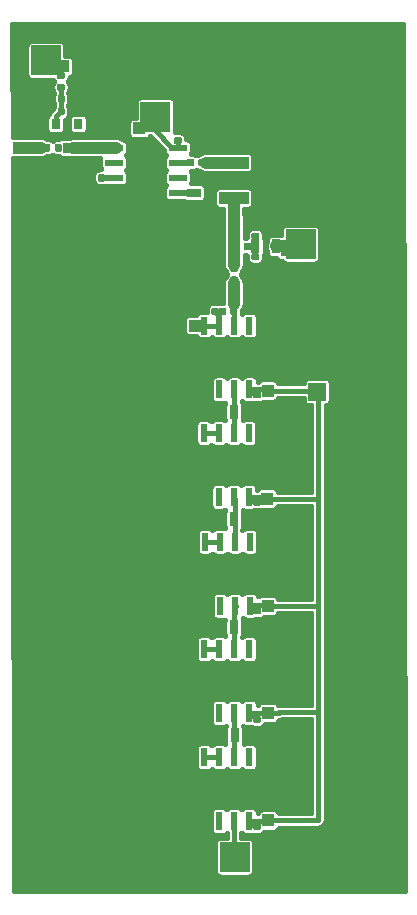
<source format=gbr>
G04 #@! TF.GenerationSoftware,KiCad,Pcbnew,5.1.5+dfsg1-2~bpo9+1*
G04 #@! TF.CreationDate,2020-08-15T12:31:50-04:00*
G04 #@! TF.ProjectId,freq_prescaler,66726571-5f70-4726-9573-63616c65722e,rev?*
G04 #@! TF.SameCoordinates,PX4b3b470PY16905e0*
G04 #@! TF.FileFunction,Copper,L1,Top*
G04 #@! TF.FilePolarity,Positive*
%FSLAX46Y46*%
G04 Gerber Fmt 4.6, Leading zero omitted, Abs format (unit mm)*
G04 Created by KiCad (PCBNEW 5.1.5+dfsg1-2~bpo9+1) date 2020-08-15 12:31:50*
%MOMM*%
%LPD*%
G04 APERTURE LIST*
%ADD10R,0.797560X1.198880*%
%ADD11R,1.198880X0.797560*%
%ADD12R,1.099820X0.998220*%
%ADD13R,0.998220X1.099820*%
%ADD14R,2.500000X2.500000*%
%ADD15C,0.150000*%
%ADD16R,0.800000X0.900000*%
%ADD17R,1.500000X1.500000*%
%ADD18R,1.000000X1.000000*%
%ADD19R,4.000000X2.000000*%
%ADD20R,2.500000X1.000000*%
%ADD21R,0.600000X1.550000*%
%ADD22R,1.550000X0.600000*%
%ADD23R,2.350000X2.350000*%
%ADD24C,0.400000*%
%ADD25C,1.000000*%
G04 APERTURE END LIST*
D10*
X17214840Y-60446400D03*
X19013160Y-60446400D03*
X17164841Y-51246400D03*
X18963161Y-51246400D03*
X17164840Y-42146400D03*
X18963160Y-42146400D03*
X17164840Y-33046400D03*
X18963160Y-33046400D03*
X22563160Y-19046400D03*
X20764840Y-19046400D03*
D11*
X15564000Y-14497240D03*
X15564000Y-16295560D03*
D12*
X6182360Y-3810000D03*
X4485640Y-3810000D03*
X9265640Y-9046400D03*
X10962360Y-9046400D03*
D13*
X21864000Y-65948039D03*
X21864000Y-67644759D03*
X21814000Y-29548040D03*
X21814000Y-31244760D03*
X23431500Y-21041360D03*
X23431500Y-19344640D03*
X21764000Y-38699680D03*
X21764000Y-40396400D03*
X21814000Y-47798040D03*
X21814000Y-49494760D03*
X21864000Y-56843120D03*
X21864000Y-58539840D03*
D12*
X13965640Y-25746400D03*
X15662360Y-25746400D03*
D14*
X24614000Y-18846400D03*
X19014000Y-70746400D03*
X3048000Y-3302000D03*
X13964000Y-31146400D03*
X12319000Y-8064500D03*
G04 #@! TA.AperFunction,SMDPad,CuDef*
D15*
G36*
X4504958Y-4300710D02*
G01*
X4519276Y-4302834D01*
X4533317Y-4306351D01*
X4546946Y-4311228D01*
X4560031Y-4317417D01*
X4572447Y-4324858D01*
X4584073Y-4333481D01*
X4594798Y-4343202D01*
X4604519Y-4353927D01*
X4613142Y-4365553D01*
X4620583Y-4377969D01*
X4626772Y-4391054D01*
X4631649Y-4404683D01*
X4635166Y-4418724D01*
X4637290Y-4433042D01*
X4638000Y-4447500D01*
X4638000Y-4742500D01*
X4637290Y-4756958D01*
X4635166Y-4771276D01*
X4631649Y-4785317D01*
X4626772Y-4798946D01*
X4620583Y-4812031D01*
X4613142Y-4824447D01*
X4604519Y-4836073D01*
X4594798Y-4846798D01*
X4584073Y-4856519D01*
X4572447Y-4865142D01*
X4560031Y-4872583D01*
X4546946Y-4878772D01*
X4533317Y-4883649D01*
X4519276Y-4887166D01*
X4504958Y-4889290D01*
X4490500Y-4890000D01*
X4145500Y-4890000D01*
X4131042Y-4889290D01*
X4116724Y-4887166D01*
X4102683Y-4883649D01*
X4089054Y-4878772D01*
X4075969Y-4872583D01*
X4063553Y-4865142D01*
X4051927Y-4856519D01*
X4041202Y-4846798D01*
X4031481Y-4836073D01*
X4022858Y-4824447D01*
X4015417Y-4812031D01*
X4009228Y-4798946D01*
X4004351Y-4785317D01*
X4000834Y-4771276D01*
X3998710Y-4756958D01*
X3998000Y-4742500D01*
X3998000Y-4447500D01*
X3998710Y-4433042D01*
X4000834Y-4418724D01*
X4004351Y-4404683D01*
X4009228Y-4391054D01*
X4015417Y-4377969D01*
X4022858Y-4365553D01*
X4031481Y-4353927D01*
X4041202Y-4343202D01*
X4051927Y-4333481D01*
X4063553Y-4324858D01*
X4075969Y-4317417D01*
X4089054Y-4311228D01*
X4102683Y-4306351D01*
X4116724Y-4302834D01*
X4131042Y-4300710D01*
X4145500Y-4300000D01*
X4490500Y-4300000D01*
X4504958Y-4300710D01*
G37*
G04 #@! TD.AperFunction*
G04 #@! TA.AperFunction,SMDPad,CuDef*
G36*
X4504958Y-5270710D02*
G01*
X4519276Y-5272834D01*
X4533317Y-5276351D01*
X4546946Y-5281228D01*
X4560031Y-5287417D01*
X4572447Y-5294858D01*
X4584073Y-5303481D01*
X4594798Y-5313202D01*
X4604519Y-5323927D01*
X4613142Y-5335553D01*
X4620583Y-5347969D01*
X4626772Y-5361054D01*
X4631649Y-5374683D01*
X4635166Y-5388724D01*
X4637290Y-5403042D01*
X4638000Y-5417500D01*
X4638000Y-5712500D01*
X4637290Y-5726958D01*
X4635166Y-5741276D01*
X4631649Y-5755317D01*
X4626772Y-5768946D01*
X4620583Y-5782031D01*
X4613142Y-5794447D01*
X4604519Y-5806073D01*
X4594798Y-5816798D01*
X4584073Y-5826519D01*
X4572447Y-5835142D01*
X4560031Y-5842583D01*
X4546946Y-5848772D01*
X4533317Y-5853649D01*
X4519276Y-5857166D01*
X4504958Y-5859290D01*
X4490500Y-5860000D01*
X4145500Y-5860000D01*
X4131042Y-5859290D01*
X4116724Y-5857166D01*
X4102683Y-5853649D01*
X4089054Y-5848772D01*
X4075969Y-5842583D01*
X4063553Y-5835142D01*
X4051927Y-5826519D01*
X4041202Y-5816798D01*
X4031481Y-5806073D01*
X4022858Y-5794447D01*
X4015417Y-5782031D01*
X4009228Y-5768946D01*
X4004351Y-5755317D01*
X4000834Y-5741276D01*
X3998710Y-5726958D01*
X3998000Y-5712500D01*
X3998000Y-5417500D01*
X3998710Y-5403042D01*
X4000834Y-5388724D01*
X4004351Y-5374683D01*
X4009228Y-5361054D01*
X4015417Y-5347969D01*
X4022858Y-5335553D01*
X4031481Y-5323927D01*
X4041202Y-5313202D01*
X4051927Y-5303481D01*
X4063553Y-5294858D01*
X4075969Y-5287417D01*
X4089054Y-5281228D01*
X4102683Y-5276351D01*
X4116724Y-5272834D01*
X4131042Y-5270710D01*
X4145500Y-5270000D01*
X4490500Y-5270000D01*
X4504958Y-5270710D01*
G37*
G04 #@! TD.AperFunction*
G04 #@! TA.AperFunction,SMDPad,CuDef*
G36*
X5472958Y-6233910D02*
G01*
X5487276Y-6236034D01*
X5501317Y-6239551D01*
X5514946Y-6244428D01*
X5528031Y-6250617D01*
X5540447Y-6258058D01*
X5552073Y-6266681D01*
X5562798Y-6276402D01*
X5572519Y-6287127D01*
X5581142Y-6298753D01*
X5588583Y-6311169D01*
X5594772Y-6324254D01*
X5599649Y-6337883D01*
X5603166Y-6351924D01*
X5605290Y-6366242D01*
X5606000Y-6380700D01*
X5606000Y-6725700D01*
X5605290Y-6740158D01*
X5603166Y-6754476D01*
X5599649Y-6768517D01*
X5594772Y-6782146D01*
X5588583Y-6795231D01*
X5581142Y-6807647D01*
X5572519Y-6819273D01*
X5562798Y-6829998D01*
X5552073Y-6839719D01*
X5540447Y-6848342D01*
X5528031Y-6855783D01*
X5514946Y-6861972D01*
X5501317Y-6866849D01*
X5487276Y-6870366D01*
X5472958Y-6872490D01*
X5458500Y-6873200D01*
X5163500Y-6873200D01*
X5149042Y-6872490D01*
X5134724Y-6870366D01*
X5120683Y-6866849D01*
X5107054Y-6861972D01*
X5093969Y-6855783D01*
X5081553Y-6848342D01*
X5069927Y-6839719D01*
X5059202Y-6829998D01*
X5049481Y-6819273D01*
X5040858Y-6807647D01*
X5033417Y-6795231D01*
X5027228Y-6782146D01*
X5022351Y-6768517D01*
X5018834Y-6754476D01*
X5016710Y-6740158D01*
X5016000Y-6725700D01*
X5016000Y-6380700D01*
X5016710Y-6366242D01*
X5018834Y-6351924D01*
X5022351Y-6337883D01*
X5027228Y-6324254D01*
X5033417Y-6311169D01*
X5040858Y-6298753D01*
X5049481Y-6287127D01*
X5059202Y-6276402D01*
X5069927Y-6266681D01*
X5081553Y-6258058D01*
X5093969Y-6250617D01*
X5107054Y-6244428D01*
X5120683Y-6239551D01*
X5134724Y-6236034D01*
X5149042Y-6233910D01*
X5163500Y-6233200D01*
X5458500Y-6233200D01*
X5472958Y-6233910D01*
G37*
G04 #@! TD.AperFunction*
G04 #@! TA.AperFunction,SMDPad,CuDef*
G36*
X4502958Y-6233910D02*
G01*
X4517276Y-6236034D01*
X4531317Y-6239551D01*
X4544946Y-6244428D01*
X4558031Y-6250617D01*
X4570447Y-6258058D01*
X4582073Y-6266681D01*
X4592798Y-6276402D01*
X4602519Y-6287127D01*
X4611142Y-6298753D01*
X4618583Y-6311169D01*
X4624772Y-6324254D01*
X4629649Y-6337883D01*
X4633166Y-6351924D01*
X4635290Y-6366242D01*
X4636000Y-6380700D01*
X4636000Y-6725700D01*
X4635290Y-6740158D01*
X4633166Y-6754476D01*
X4629649Y-6768517D01*
X4624772Y-6782146D01*
X4618583Y-6795231D01*
X4611142Y-6807647D01*
X4602519Y-6819273D01*
X4592798Y-6829998D01*
X4582073Y-6839719D01*
X4570447Y-6848342D01*
X4558031Y-6855783D01*
X4544946Y-6861972D01*
X4531317Y-6866849D01*
X4517276Y-6870366D01*
X4502958Y-6872490D01*
X4488500Y-6873200D01*
X4193500Y-6873200D01*
X4179042Y-6872490D01*
X4164724Y-6870366D01*
X4150683Y-6866849D01*
X4137054Y-6861972D01*
X4123969Y-6855783D01*
X4111553Y-6848342D01*
X4099927Y-6839719D01*
X4089202Y-6829998D01*
X4079481Y-6819273D01*
X4070858Y-6807647D01*
X4063417Y-6795231D01*
X4057228Y-6782146D01*
X4052351Y-6768517D01*
X4048834Y-6754476D01*
X4046710Y-6740158D01*
X4046000Y-6725700D01*
X4046000Y-6380700D01*
X4046710Y-6366242D01*
X4048834Y-6351924D01*
X4052351Y-6337883D01*
X4057228Y-6324254D01*
X4063417Y-6311169D01*
X4070858Y-6298753D01*
X4079481Y-6287127D01*
X4089202Y-6276402D01*
X4099927Y-6266681D01*
X4111553Y-6258058D01*
X4123969Y-6250617D01*
X4137054Y-6244428D01*
X4150683Y-6239551D01*
X4164724Y-6236034D01*
X4179042Y-6233910D01*
X4193500Y-6233200D01*
X4488500Y-6233200D01*
X4502958Y-6233910D01*
G37*
G04 #@! TD.AperFunction*
G04 #@! TA.AperFunction,SMDPad,CuDef*
G36*
X5472958Y-7300710D02*
G01*
X5487276Y-7302834D01*
X5501317Y-7306351D01*
X5514946Y-7311228D01*
X5528031Y-7317417D01*
X5540447Y-7324858D01*
X5552073Y-7333481D01*
X5562798Y-7343202D01*
X5572519Y-7353927D01*
X5581142Y-7365553D01*
X5588583Y-7377969D01*
X5594772Y-7391054D01*
X5599649Y-7404683D01*
X5603166Y-7418724D01*
X5605290Y-7433042D01*
X5606000Y-7447500D01*
X5606000Y-7792500D01*
X5605290Y-7806958D01*
X5603166Y-7821276D01*
X5599649Y-7835317D01*
X5594772Y-7848946D01*
X5588583Y-7862031D01*
X5581142Y-7874447D01*
X5572519Y-7886073D01*
X5562798Y-7896798D01*
X5552073Y-7906519D01*
X5540447Y-7915142D01*
X5528031Y-7922583D01*
X5514946Y-7928772D01*
X5501317Y-7933649D01*
X5487276Y-7937166D01*
X5472958Y-7939290D01*
X5458500Y-7940000D01*
X5163500Y-7940000D01*
X5149042Y-7939290D01*
X5134724Y-7937166D01*
X5120683Y-7933649D01*
X5107054Y-7928772D01*
X5093969Y-7922583D01*
X5081553Y-7915142D01*
X5069927Y-7906519D01*
X5059202Y-7896798D01*
X5049481Y-7886073D01*
X5040858Y-7874447D01*
X5033417Y-7862031D01*
X5027228Y-7848946D01*
X5022351Y-7835317D01*
X5018834Y-7821276D01*
X5016710Y-7806958D01*
X5016000Y-7792500D01*
X5016000Y-7447500D01*
X5016710Y-7433042D01*
X5018834Y-7418724D01*
X5022351Y-7404683D01*
X5027228Y-7391054D01*
X5033417Y-7377969D01*
X5040858Y-7365553D01*
X5049481Y-7353927D01*
X5059202Y-7343202D01*
X5069927Y-7333481D01*
X5081553Y-7324858D01*
X5093969Y-7317417D01*
X5107054Y-7311228D01*
X5120683Y-7306351D01*
X5134724Y-7302834D01*
X5149042Y-7300710D01*
X5163500Y-7300000D01*
X5458500Y-7300000D01*
X5472958Y-7300710D01*
G37*
G04 #@! TD.AperFunction*
G04 #@! TA.AperFunction,SMDPad,CuDef*
G36*
X4502958Y-7300710D02*
G01*
X4517276Y-7302834D01*
X4531317Y-7306351D01*
X4544946Y-7311228D01*
X4558031Y-7317417D01*
X4570447Y-7324858D01*
X4582073Y-7333481D01*
X4592798Y-7343202D01*
X4602519Y-7353927D01*
X4611142Y-7365553D01*
X4618583Y-7377969D01*
X4624772Y-7391054D01*
X4629649Y-7404683D01*
X4633166Y-7418724D01*
X4635290Y-7433042D01*
X4636000Y-7447500D01*
X4636000Y-7792500D01*
X4635290Y-7806958D01*
X4633166Y-7821276D01*
X4629649Y-7835317D01*
X4624772Y-7848946D01*
X4618583Y-7862031D01*
X4611142Y-7874447D01*
X4602519Y-7886073D01*
X4592798Y-7896798D01*
X4582073Y-7906519D01*
X4570447Y-7915142D01*
X4558031Y-7922583D01*
X4544946Y-7928772D01*
X4531317Y-7933649D01*
X4517276Y-7937166D01*
X4502958Y-7939290D01*
X4488500Y-7940000D01*
X4193500Y-7940000D01*
X4179042Y-7939290D01*
X4164724Y-7937166D01*
X4150683Y-7933649D01*
X4137054Y-7928772D01*
X4123969Y-7922583D01*
X4111553Y-7915142D01*
X4099927Y-7906519D01*
X4089202Y-7896798D01*
X4079481Y-7886073D01*
X4070858Y-7874447D01*
X4063417Y-7862031D01*
X4057228Y-7848946D01*
X4052351Y-7835317D01*
X4048834Y-7821276D01*
X4046710Y-7806958D01*
X4046000Y-7792500D01*
X4046000Y-7447500D01*
X4046710Y-7433042D01*
X4048834Y-7418724D01*
X4052351Y-7404683D01*
X4057228Y-7391054D01*
X4063417Y-7377969D01*
X4070858Y-7365553D01*
X4079481Y-7353927D01*
X4089202Y-7343202D01*
X4099927Y-7333481D01*
X4111553Y-7324858D01*
X4123969Y-7317417D01*
X4137054Y-7311228D01*
X4150683Y-7306351D01*
X4164724Y-7302834D01*
X4179042Y-7300710D01*
X4193500Y-7300000D01*
X4488500Y-7300000D01*
X4502958Y-7300710D01*
G37*
G04 #@! TD.AperFunction*
G04 #@! TA.AperFunction,SMDPad,CuDef*
G36*
X3283758Y-10374110D02*
G01*
X3298076Y-10376234D01*
X3312117Y-10379751D01*
X3325746Y-10384628D01*
X3338831Y-10390817D01*
X3351247Y-10398258D01*
X3362873Y-10406881D01*
X3373598Y-10416602D01*
X3383319Y-10427327D01*
X3391942Y-10438953D01*
X3399383Y-10451369D01*
X3405572Y-10464454D01*
X3410449Y-10478083D01*
X3413966Y-10492124D01*
X3416090Y-10506442D01*
X3416800Y-10520900D01*
X3416800Y-10865900D01*
X3416090Y-10880358D01*
X3413966Y-10894676D01*
X3410449Y-10908717D01*
X3405572Y-10922346D01*
X3399383Y-10935431D01*
X3391942Y-10947847D01*
X3383319Y-10959473D01*
X3373598Y-10970198D01*
X3362873Y-10979919D01*
X3351247Y-10988542D01*
X3338831Y-10995983D01*
X3325746Y-11002172D01*
X3312117Y-11007049D01*
X3298076Y-11010566D01*
X3283758Y-11012690D01*
X3269300Y-11013400D01*
X2974300Y-11013400D01*
X2959842Y-11012690D01*
X2945524Y-11010566D01*
X2931483Y-11007049D01*
X2917854Y-11002172D01*
X2904769Y-10995983D01*
X2892353Y-10988542D01*
X2880727Y-10979919D01*
X2870002Y-10970198D01*
X2860281Y-10959473D01*
X2851658Y-10947847D01*
X2844217Y-10935431D01*
X2838028Y-10922346D01*
X2833151Y-10908717D01*
X2829634Y-10894676D01*
X2827510Y-10880358D01*
X2826800Y-10865900D01*
X2826800Y-10520900D01*
X2827510Y-10506442D01*
X2829634Y-10492124D01*
X2833151Y-10478083D01*
X2838028Y-10464454D01*
X2844217Y-10451369D01*
X2851658Y-10438953D01*
X2860281Y-10427327D01*
X2870002Y-10416602D01*
X2880727Y-10406881D01*
X2892353Y-10398258D01*
X2904769Y-10390817D01*
X2917854Y-10384628D01*
X2931483Y-10379751D01*
X2945524Y-10376234D01*
X2959842Y-10374110D01*
X2974300Y-10373400D01*
X3269300Y-10373400D01*
X3283758Y-10374110D01*
G37*
G04 #@! TD.AperFunction*
G04 #@! TA.AperFunction,SMDPad,CuDef*
G36*
X4253758Y-10374110D02*
G01*
X4268076Y-10376234D01*
X4282117Y-10379751D01*
X4295746Y-10384628D01*
X4308831Y-10390817D01*
X4321247Y-10398258D01*
X4332873Y-10406881D01*
X4343598Y-10416602D01*
X4353319Y-10427327D01*
X4361942Y-10438953D01*
X4369383Y-10451369D01*
X4375572Y-10464454D01*
X4380449Y-10478083D01*
X4383966Y-10492124D01*
X4386090Y-10506442D01*
X4386800Y-10520900D01*
X4386800Y-10865900D01*
X4386090Y-10880358D01*
X4383966Y-10894676D01*
X4380449Y-10908717D01*
X4375572Y-10922346D01*
X4369383Y-10935431D01*
X4361942Y-10947847D01*
X4353319Y-10959473D01*
X4343598Y-10970198D01*
X4332873Y-10979919D01*
X4321247Y-10988542D01*
X4308831Y-10995983D01*
X4295746Y-11002172D01*
X4282117Y-11007049D01*
X4268076Y-11010566D01*
X4253758Y-11012690D01*
X4239300Y-11013400D01*
X3944300Y-11013400D01*
X3929842Y-11012690D01*
X3915524Y-11010566D01*
X3901483Y-11007049D01*
X3887854Y-11002172D01*
X3874769Y-10995983D01*
X3862353Y-10988542D01*
X3850727Y-10979919D01*
X3840002Y-10970198D01*
X3830281Y-10959473D01*
X3821658Y-10947847D01*
X3814217Y-10935431D01*
X3808028Y-10922346D01*
X3803151Y-10908717D01*
X3799634Y-10894676D01*
X3797510Y-10880358D01*
X3796800Y-10865900D01*
X3796800Y-10520900D01*
X3797510Y-10506442D01*
X3799634Y-10492124D01*
X3803151Y-10478083D01*
X3808028Y-10464454D01*
X3814217Y-10451369D01*
X3821658Y-10438953D01*
X3830281Y-10427327D01*
X3840002Y-10416602D01*
X3850727Y-10406881D01*
X3862353Y-10398258D01*
X3874769Y-10390817D01*
X3887854Y-10384628D01*
X3901483Y-10379751D01*
X3915524Y-10376234D01*
X3929842Y-10374110D01*
X3944300Y-10373400D01*
X4239300Y-10373400D01*
X4253758Y-10374110D01*
G37*
G04 #@! TD.AperFunction*
D16*
X4826000Y-10677400D03*
X3876000Y-8677400D03*
X5776000Y-8677400D03*
D17*
X26014000Y-31346400D03*
G04 #@! TA.AperFunction,SMDPad,CuDef*
D15*
G36*
X6940958Y-12927110D02*
G01*
X6955276Y-12929234D01*
X6969317Y-12932751D01*
X6982946Y-12937628D01*
X6996031Y-12943817D01*
X7008447Y-12951258D01*
X7020073Y-12959881D01*
X7030798Y-12969602D01*
X7040519Y-12980327D01*
X7049142Y-12991953D01*
X7056583Y-13004369D01*
X7062772Y-13017454D01*
X7067649Y-13031083D01*
X7071166Y-13045124D01*
X7073290Y-13059442D01*
X7074000Y-13073900D01*
X7074000Y-13418900D01*
X7073290Y-13433358D01*
X7071166Y-13447676D01*
X7067649Y-13461717D01*
X7062772Y-13475346D01*
X7056583Y-13488431D01*
X7049142Y-13500847D01*
X7040519Y-13512473D01*
X7030798Y-13523198D01*
X7020073Y-13532919D01*
X7008447Y-13541542D01*
X6996031Y-13548983D01*
X6982946Y-13555172D01*
X6969317Y-13560049D01*
X6955276Y-13563566D01*
X6940958Y-13565690D01*
X6926500Y-13566400D01*
X6631500Y-13566400D01*
X6617042Y-13565690D01*
X6602724Y-13563566D01*
X6588683Y-13560049D01*
X6575054Y-13555172D01*
X6561969Y-13548983D01*
X6549553Y-13541542D01*
X6537927Y-13532919D01*
X6527202Y-13523198D01*
X6517481Y-13512473D01*
X6508858Y-13500847D01*
X6501417Y-13488431D01*
X6495228Y-13475346D01*
X6490351Y-13461717D01*
X6486834Y-13447676D01*
X6484710Y-13433358D01*
X6484000Y-13418900D01*
X6484000Y-13073900D01*
X6484710Y-13059442D01*
X6486834Y-13045124D01*
X6490351Y-13031083D01*
X6495228Y-13017454D01*
X6501417Y-13004369D01*
X6508858Y-12991953D01*
X6517481Y-12980327D01*
X6527202Y-12969602D01*
X6537927Y-12959881D01*
X6549553Y-12951258D01*
X6561969Y-12943817D01*
X6575054Y-12937628D01*
X6588683Y-12932751D01*
X6602724Y-12929234D01*
X6617042Y-12927110D01*
X6631500Y-12926400D01*
X6926500Y-12926400D01*
X6940958Y-12927110D01*
G37*
G04 #@! TD.AperFunction*
G04 #@! TA.AperFunction,SMDPad,CuDef*
G36*
X7910958Y-12927110D02*
G01*
X7925276Y-12929234D01*
X7939317Y-12932751D01*
X7952946Y-12937628D01*
X7966031Y-12943817D01*
X7978447Y-12951258D01*
X7990073Y-12959881D01*
X8000798Y-12969602D01*
X8010519Y-12980327D01*
X8019142Y-12991953D01*
X8026583Y-13004369D01*
X8032772Y-13017454D01*
X8037649Y-13031083D01*
X8041166Y-13045124D01*
X8043290Y-13059442D01*
X8044000Y-13073900D01*
X8044000Y-13418900D01*
X8043290Y-13433358D01*
X8041166Y-13447676D01*
X8037649Y-13461717D01*
X8032772Y-13475346D01*
X8026583Y-13488431D01*
X8019142Y-13500847D01*
X8010519Y-13512473D01*
X8000798Y-13523198D01*
X7990073Y-13532919D01*
X7978447Y-13541542D01*
X7966031Y-13548983D01*
X7952946Y-13555172D01*
X7939317Y-13560049D01*
X7925276Y-13563566D01*
X7910958Y-13565690D01*
X7896500Y-13566400D01*
X7601500Y-13566400D01*
X7587042Y-13565690D01*
X7572724Y-13563566D01*
X7558683Y-13560049D01*
X7545054Y-13555172D01*
X7531969Y-13548983D01*
X7519553Y-13541542D01*
X7507927Y-13532919D01*
X7497202Y-13523198D01*
X7487481Y-13512473D01*
X7478858Y-13500847D01*
X7471417Y-13488431D01*
X7465228Y-13475346D01*
X7460351Y-13461717D01*
X7456834Y-13447676D01*
X7454710Y-13433358D01*
X7454000Y-13418900D01*
X7454000Y-13073900D01*
X7454710Y-13059442D01*
X7456834Y-13045124D01*
X7460351Y-13031083D01*
X7465228Y-13017454D01*
X7471417Y-13004369D01*
X7478858Y-12991953D01*
X7487481Y-12980327D01*
X7497202Y-12969602D01*
X7507927Y-12959881D01*
X7519553Y-12951258D01*
X7531969Y-12943817D01*
X7545054Y-12937628D01*
X7558683Y-12932751D01*
X7572724Y-12929234D01*
X7587042Y-12927110D01*
X7601500Y-12926400D01*
X7896500Y-12926400D01*
X7910958Y-12927110D01*
G37*
G04 #@! TD.AperFunction*
D18*
X759500Y-10671000D03*
G04 #@! TA.AperFunction,SMDPad,CuDef*
D15*
G36*
X21100958Y-67882110D02*
G01*
X21115276Y-67884234D01*
X21129317Y-67887751D01*
X21142946Y-67892628D01*
X21156031Y-67898817D01*
X21168447Y-67906258D01*
X21180073Y-67914881D01*
X21190798Y-67924602D01*
X21200519Y-67935327D01*
X21209142Y-67946953D01*
X21216583Y-67959369D01*
X21222772Y-67972454D01*
X21227649Y-67986083D01*
X21231166Y-68000124D01*
X21233290Y-68014442D01*
X21234000Y-68028900D01*
X21234000Y-68323900D01*
X21233290Y-68338358D01*
X21231166Y-68352676D01*
X21227649Y-68366717D01*
X21222772Y-68380346D01*
X21216583Y-68393431D01*
X21209142Y-68405847D01*
X21200519Y-68417473D01*
X21190798Y-68428198D01*
X21180073Y-68437919D01*
X21168447Y-68446542D01*
X21156031Y-68453983D01*
X21142946Y-68460172D01*
X21129317Y-68465049D01*
X21115276Y-68468566D01*
X21100958Y-68470690D01*
X21086500Y-68471400D01*
X20741500Y-68471400D01*
X20727042Y-68470690D01*
X20712724Y-68468566D01*
X20698683Y-68465049D01*
X20685054Y-68460172D01*
X20671969Y-68453983D01*
X20659553Y-68446542D01*
X20647927Y-68437919D01*
X20637202Y-68428198D01*
X20627481Y-68417473D01*
X20618858Y-68405847D01*
X20611417Y-68393431D01*
X20605228Y-68380346D01*
X20600351Y-68366717D01*
X20596834Y-68352676D01*
X20594710Y-68338358D01*
X20594000Y-68323900D01*
X20594000Y-68028900D01*
X20594710Y-68014442D01*
X20596834Y-68000124D01*
X20600351Y-67986083D01*
X20605228Y-67972454D01*
X20611417Y-67959369D01*
X20618858Y-67946953D01*
X20627481Y-67935327D01*
X20637202Y-67924602D01*
X20647927Y-67914881D01*
X20659553Y-67906258D01*
X20671969Y-67898817D01*
X20685054Y-67892628D01*
X20698683Y-67887751D01*
X20712724Y-67884234D01*
X20727042Y-67882110D01*
X20741500Y-67881400D01*
X21086500Y-67881400D01*
X21100958Y-67882110D01*
G37*
G04 #@! TD.AperFunction*
G04 #@! TA.AperFunction,SMDPad,CuDef*
G36*
X21100958Y-68852110D02*
G01*
X21115276Y-68854234D01*
X21129317Y-68857751D01*
X21142946Y-68862628D01*
X21156031Y-68868817D01*
X21168447Y-68876258D01*
X21180073Y-68884881D01*
X21190798Y-68894602D01*
X21200519Y-68905327D01*
X21209142Y-68916953D01*
X21216583Y-68929369D01*
X21222772Y-68942454D01*
X21227649Y-68956083D01*
X21231166Y-68970124D01*
X21233290Y-68984442D01*
X21234000Y-68998900D01*
X21234000Y-69293900D01*
X21233290Y-69308358D01*
X21231166Y-69322676D01*
X21227649Y-69336717D01*
X21222772Y-69350346D01*
X21216583Y-69363431D01*
X21209142Y-69375847D01*
X21200519Y-69387473D01*
X21190798Y-69398198D01*
X21180073Y-69407919D01*
X21168447Y-69416542D01*
X21156031Y-69423983D01*
X21142946Y-69430172D01*
X21129317Y-69435049D01*
X21115276Y-69438566D01*
X21100958Y-69440690D01*
X21086500Y-69441400D01*
X20741500Y-69441400D01*
X20727042Y-69440690D01*
X20712724Y-69438566D01*
X20698683Y-69435049D01*
X20685054Y-69430172D01*
X20671969Y-69423983D01*
X20659553Y-69416542D01*
X20647927Y-69407919D01*
X20637202Y-69398198D01*
X20627481Y-69387473D01*
X20618858Y-69375847D01*
X20611417Y-69363431D01*
X20605228Y-69350346D01*
X20600351Y-69336717D01*
X20596834Y-69322676D01*
X20594710Y-69308358D01*
X20594000Y-69293900D01*
X20594000Y-68998900D01*
X20594710Y-68984442D01*
X20596834Y-68970124D01*
X20600351Y-68956083D01*
X20605228Y-68942454D01*
X20611417Y-68929369D01*
X20618858Y-68916953D01*
X20627481Y-68905327D01*
X20637202Y-68894602D01*
X20647927Y-68884881D01*
X20659553Y-68876258D01*
X20671969Y-68868817D01*
X20685054Y-68862628D01*
X20698683Y-68857751D01*
X20712724Y-68854234D01*
X20727042Y-68852110D01*
X20741500Y-68851400D01*
X21086500Y-68851400D01*
X21100958Y-68852110D01*
G37*
G04 #@! TD.AperFunction*
G04 #@! TA.AperFunction,SMDPad,CuDef*
G36*
X21100958Y-58802110D02*
G01*
X21115276Y-58804234D01*
X21129317Y-58807751D01*
X21142946Y-58812628D01*
X21156031Y-58818817D01*
X21168447Y-58826258D01*
X21180073Y-58834881D01*
X21190798Y-58844602D01*
X21200519Y-58855327D01*
X21209142Y-58866953D01*
X21216583Y-58879369D01*
X21222772Y-58892454D01*
X21227649Y-58906083D01*
X21231166Y-58920124D01*
X21233290Y-58934442D01*
X21234000Y-58948900D01*
X21234000Y-59243900D01*
X21233290Y-59258358D01*
X21231166Y-59272676D01*
X21227649Y-59286717D01*
X21222772Y-59300346D01*
X21216583Y-59313431D01*
X21209142Y-59325847D01*
X21200519Y-59337473D01*
X21190798Y-59348198D01*
X21180073Y-59357919D01*
X21168447Y-59366542D01*
X21156031Y-59373983D01*
X21142946Y-59380172D01*
X21129317Y-59385049D01*
X21115276Y-59388566D01*
X21100958Y-59390690D01*
X21086500Y-59391400D01*
X20741500Y-59391400D01*
X20727042Y-59390690D01*
X20712724Y-59388566D01*
X20698683Y-59385049D01*
X20685054Y-59380172D01*
X20671969Y-59373983D01*
X20659553Y-59366542D01*
X20647927Y-59357919D01*
X20637202Y-59348198D01*
X20627481Y-59337473D01*
X20618858Y-59325847D01*
X20611417Y-59313431D01*
X20605228Y-59300346D01*
X20600351Y-59286717D01*
X20596834Y-59272676D01*
X20594710Y-59258358D01*
X20594000Y-59243900D01*
X20594000Y-58948900D01*
X20594710Y-58934442D01*
X20596834Y-58920124D01*
X20600351Y-58906083D01*
X20605228Y-58892454D01*
X20611417Y-58879369D01*
X20618858Y-58866953D01*
X20627481Y-58855327D01*
X20637202Y-58844602D01*
X20647927Y-58834881D01*
X20659553Y-58826258D01*
X20671969Y-58818817D01*
X20685054Y-58812628D01*
X20698683Y-58807751D01*
X20712724Y-58804234D01*
X20727042Y-58802110D01*
X20741500Y-58801400D01*
X21086500Y-58801400D01*
X21100958Y-58802110D01*
G37*
G04 #@! TD.AperFunction*
G04 #@! TA.AperFunction,SMDPad,CuDef*
G36*
X21100958Y-59772110D02*
G01*
X21115276Y-59774234D01*
X21129317Y-59777751D01*
X21142946Y-59782628D01*
X21156031Y-59788817D01*
X21168447Y-59796258D01*
X21180073Y-59804881D01*
X21190798Y-59814602D01*
X21200519Y-59825327D01*
X21209142Y-59836953D01*
X21216583Y-59849369D01*
X21222772Y-59862454D01*
X21227649Y-59876083D01*
X21231166Y-59890124D01*
X21233290Y-59904442D01*
X21234000Y-59918900D01*
X21234000Y-60213900D01*
X21233290Y-60228358D01*
X21231166Y-60242676D01*
X21227649Y-60256717D01*
X21222772Y-60270346D01*
X21216583Y-60283431D01*
X21209142Y-60295847D01*
X21200519Y-60307473D01*
X21190798Y-60318198D01*
X21180073Y-60327919D01*
X21168447Y-60336542D01*
X21156031Y-60343983D01*
X21142946Y-60350172D01*
X21129317Y-60355049D01*
X21115276Y-60358566D01*
X21100958Y-60360690D01*
X21086500Y-60361400D01*
X20741500Y-60361400D01*
X20727042Y-60360690D01*
X20712724Y-60358566D01*
X20698683Y-60355049D01*
X20685054Y-60350172D01*
X20671969Y-60343983D01*
X20659553Y-60336542D01*
X20647927Y-60327919D01*
X20637202Y-60318198D01*
X20627481Y-60307473D01*
X20618858Y-60295847D01*
X20611417Y-60283431D01*
X20605228Y-60270346D01*
X20600351Y-60256717D01*
X20596834Y-60242676D01*
X20594710Y-60228358D01*
X20594000Y-60213900D01*
X20594000Y-59918900D01*
X20594710Y-59904442D01*
X20596834Y-59890124D01*
X20600351Y-59876083D01*
X20605228Y-59862454D01*
X20611417Y-59849369D01*
X20618858Y-59836953D01*
X20627481Y-59825327D01*
X20637202Y-59814602D01*
X20647927Y-59804881D01*
X20659553Y-59796258D01*
X20671969Y-59788817D01*
X20685054Y-59782628D01*
X20698683Y-59777751D01*
X20712724Y-59774234D01*
X20727042Y-59772110D01*
X20741500Y-59771400D01*
X21086500Y-59771400D01*
X21100958Y-59772110D01*
G37*
G04 #@! TD.AperFunction*
G04 #@! TA.AperFunction,SMDPad,CuDef*
G36*
X21100958Y-49617110D02*
G01*
X21115276Y-49619234D01*
X21129317Y-49622751D01*
X21142946Y-49627628D01*
X21156031Y-49633817D01*
X21168447Y-49641258D01*
X21180073Y-49649881D01*
X21190798Y-49659602D01*
X21200519Y-49670327D01*
X21209142Y-49681953D01*
X21216583Y-49694369D01*
X21222772Y-49707454D01*
X21227649Y-49721083D01*
X21231166Y-49735124D01*
X21233290Y-49749442D01*
X21234000Y-49763900D01*
X21234000Y-50058900D01*
X21233290Y-50073358D01*
X21231166Y-50087676D01*
X21227649Y-50101717D01*
X21222772Y-50115346D01*
X21216583Y-50128431D01*
X21209142Y-50140847D01*
X21200519Y-50152473D01*
X21190798Y-50163198D01*
X21180073Y-50172919D01*
X21168447Y-50181542D01*
X21156031Y-50188983D01*
X21142946Y-50195172D01*
X21129317Y-50200049D01*
X21115276Y-50203566D01*
X21100958Y-50205690D01*
X21086500Y-50206400D01*
X20741500Y-50206400D01*
X20727042Y-50205690D01*
X20712724Y-50203566D01*
X20698683Y-50200049D01*
X20685054Y-50195172D01*
X20671969Y-50188983D01*
X20659553Y-50181542D01*
X20647927Y-50172919D01*
X20637202Y-50163198D01*
X20627481Y-50152473D01*
X20618858Y-50140847D01*
X20611417Y-50128431D01*
X20605228Y-50115346D01*
X20600351Y-50101717D01*
X20596834Y-50087676D01*
X20594710Y-50073358D01*
X20594000Y-50058900D01*
X20594000Y-49763900D01*
X20594710Y-49749442D01*
X20596834Y-49735124D01*
X20600351Y-49721083D01*
X20605228Y-49707454D01*
X20611417Y-49694369D01*
X20618858Y-49681953D01*
X20627481Y-49670327D01*
X20637202Y-49659602D01*
X20647927Y-49649881D01*
X20659553Y-49641258D01*
X20671969Y-49633817D01*
X20685054Y-49627628D01*
X20698683Y-49622751D01*
X20712724Y-49619234D01*
X20727042Y-49617110D01*
X20741500Y-49616400D01*
X21086500Y-49616400D01*
X21100958Y-49617110D01*
G37*
G04 #@! TD.AperFunction*
G04 #@! TA.AperFunction,SMDPad,CuDef*
G36*
X21100958Y-50587110D02*
G01*
X21115276Y-50589234D01*
X21129317Y-50592751D01*
X21142946Y-50597628D01*
X21156031Y-50603817D01*
X21168447Y-50611258D01*
X21180073Y-50619881D01*
X21190798Y-50629602D01*
X21200519Y-50640327D01*
X21209142Y-50651953D01*
X21216583Y-50664369D01*
X21222772Y-50677454D01*
X21227649Y-50691083D01*
X21231166Y-50705124D01*
X21233290Y-50719442D01*
X21234000Y-50733900D01*
X21234000Y-51028900D01*
X21233290Y-51043358D01*
X21231166Y-51057676D01*
X21227649Y-51071717D01*
X21222772Y-51085346D01*
X21216583Y-51098431D01*
X21209142Y-51110847D01*
X21200519Y-51122473D01*
X21190798Y-51133198D01*
X21180073Y-51142919D01*
X21168447Y-51151542D01*
X21156031Y-51158983D01*
X21142946Y-51165172D01*
X21129317Y-51170049D01*
X21115276Y-51173566D01*
X21100958Y-51175690D01*
X21086500Y-51176400D01*
X20741500Y-51176400D01*
X20727042Y-51175690D01*
X20712724Y-51173566D01*
X20698683Y-51170049D01*
X20685054Y-51165172D01*
X20671969Y-51158983D01*
X20659553Y-51151542D01*
X20647927Y-51142919D01*
X20637202Y-51133198D01*
X20627481Y-51122473D01*
X20618858Y-51110847D01*
X20611417Y-51098431D01*
X20605228Y-51085346D01*
X20600351Y-51071717D01*
X20596834Y-51057676D01*
X20594710Y-51043358D01*
X20594000Y-51028900D01*
X20594000Y-50733900D01*
X20594710Y-50719442D01*
X20596834Y-50705124D01*
X20600351Y-50691083D01*
X20605228Y-50677454D01*
X20611417Y-50664369D01*
X20618858Y-50651953D01*
X20627481Y-50640327D01*
X20637202Y-50629602D01*
X20647927Y-50619881D01*
X20659553Y-50611258D01*
X20671969Y-50603817D01*
X20685054Y-50597628D01*
X20698683Y-50592751D01*
X20712724Y-50589234D01*
X20727042Y-50587110D01*
X20741500Y-50586400D01*
X21086500Y-50586400D01*
X21100958Y-50587110D01*
G37*
G04 #@! TD.AperFunction*
G04 #@! TA.AperFunction,SMDPad,CuDef*
G36*
X21100958Y-40402110D02*
G01*
X21115276Y-40404234D01*
X21129317Y-40407751D01*
X21142946Y-40412628D01*
X21156031Y-40418817D01*
X21168447Y-40426258D01*
X21180073Y-40434881D01*
X21190798Y-40444602D01*
X21200519Y-40455327D01*
X21209142Y-40466953D01*
X21216583Y-40479369D01*
X21222772Y-40492454D01*
X21227649Y-40506083D01*
X21231166Y-40520124D01*
X21233290Y-40534442D01*
X21234000Y-40548900D01*
X21234000Y-40843900D01*
X21233290Y-40858358D01*
X21231166Y-40872676D01*
X21227649Y-40886717D01*
X21222772Y-40900346D01*
X21216583Y-40913431D01*
X21209142Y-40925847D01*
X21200519Y-40937473D01*
X21190798Y-40948198D01*
X21180073Y-40957919D01*
X21168447Y-40966542D01*
X21156031Y-40973983D01*
X21142946Y-40980172D01*
X21129317Y-40985049D01*
X21115276Y-40988566D01*
X21100958Y-40990690D01*
X21086500Y-40991400D01*
X20741500Y-40991400D01*
X20727042Y-40990690D01*
X20712724Y-40988566D01*
X20698683Y-40985049D01*
X20685054Y-40980172D01*
X20671969Y-40973983D01*
X20659553Y-40966542D01*
X20647927Y-40957919D01*
X20637202Y-40948198D01*
X20627481Y-40937473D01*
X20618858Y-40925847D01*
X20611417Y-40913431D01*
X20605228Y-40900346D01*
X20600351Y-40886717D01*
X20596834Y-40872676D01*
X20594710Y-40858358D01*
X20594000Y-40843900D01*
X20594000Y-40548900D01*
X20594710Y-40534442D01*
X20596834Y-40520124D01*
X20600351Y-40506083D01*
X20605228Y-40492454D01*
X20611417Y-40479369D01*
X20618858Y-40466953D01*
X20627481Y-40455327D01*
X20637202Y-40444602D01*
X20647927Y-40434881D01*
X20659553Y-40426258D01*
X20671969Y-40418817D01*
X20685054Y-40412628D01*
X20698683Y-40407751D01*
X20712724Y-40404234D01*
X20727042Y-40402110D01*
X20741500Y-40401400D01*
X21086500Y-40401400D01*
X21100958Y-40402110D01*
G37*
G04 #@! TD.AperFunction*
G04 #@! TA.AperFunction,SMDPad,CuDef*
G36*
X21100958Y-41372110D02*
G01*
X21115276Y-41374234D01*
X21129317Y-41377751D01*
X21142946Y-41382628D01*
X21156031Y-41388817D01*
X21168447Y-41396258D01*
X21180073Y-41404881D01*
X21190798Y-41414602D01*
X21200519Y-41425327D01*
X21209142Y-41436953D01*
X21216583Y-41449369D01*
X21222772Y-41462454D01*
X21227649Y-41476083D01*
X21231166Y-41490124D01*
X21233290Y-41504442D01*
X21234000Y-41518900D01*
X21234000Y-41813900D01*
X21233290Y-41828358D01*
X21231166Y-41842676D01*
X21227649Y-41856717D01*
X21222772Y-41870346D01*
X21216583Y-41883431D01*
X21209142Y-41895847D01*
X21200519Y-41907473D01*
X21190798Y-41918198D01*
X21180073Y-41927919D01*
X21168447Y-41936542D01*
X21156031Y-41943983D01*
X21142946Y-41950172D01*
X21129317Y-41955049D01*
X21115276Y-41958566D01*
X21100958Y-41960690D01*
X21086500Y-41961400D01*
X20741500Y-41961400D01*
X20727042Y-41960690D01*
X20712724Y-41958566D01*
X20698683Y-41955049D01*
X20685054Y-41950172D01*
X20671969Y-41943983D01*
X20659553Y-41936542D01*
X20647927Y-41927919D01*
X20637202Y-41918198D01*
X20627481Y-41907473D01*
X20618858Y-41895847D01*
X20611417Y-41883431D01*
X20605228Y-41870346D01*
X20600351Y-41856717D01*
X20596834Y-41842676D01*
X20594710Y-41828358D01*
X20594000Y-41813900D01*
X20594000Y-41518900D01*
X20594710Y-41504442D01*
X20596834Y-41490124D01*
X20600351Y-41476083D01*
X20605228Y-41462454D01*
X20611417Y-41449369D01*
X20618858Y-41436953D01*
X20627481Y-41425327D01*
X20637202Y-41414602D01*
X20647927Y-41404881D01*
X20659553Y-41396258D01*
X20671969Y-41388817D01*
X20685054Y-41382628D01*
X20698683Y-41377751D01*
X20712724Y-41374234D01*
X20727042Y-41372110D01*
X20741500Y-41371400D01*
X21086500Y-41371400D01*
X21100958Y-41372110D01*
G37*
G04 #@! TD.AperFunction*
G04 #@! TA.AperFunction,SMDPad,CuDef*
G36*
X21100958Y-31332110D02*
G01*
X21115276Y-31334234D01*
X21129317Y-31337751D01*
X21142946Y-31342628D01*
X21156031Y-31348817D01*
X21168447Y-31356258D01*
X21180073Y-31364881D01*
X21190798Y-31374602D01*
X21200519Y-31385327D01*
X21209142Y-31396953D01*
X21216583Y-31409369D01*
X21222772Y-31422454D01*
X21227649Y-31436083D01*
X21231166Y-31450124D01*
X21233290Y-31464442D01*
X21234000Y-31478900D01*
X21234000Y-31773900D01*
X21233290Y-31788358D01*
X21231166Y-31802676D01*
X21227649Y-31816717D01*
X21222772Y-31830346D01*
X21216583Y-31843431D01*
X21209142Y-31855847D01*
X21200519Y-31867473D01*
X21190798Y-31878198D01*
X21180073Y-31887919D01*
X21168447Y-31896542D01*
X21156031Y-31903983D01*
X21142946Y-31910172D01*
X21129317Y-31915049D01*
X21115276Y-31918566D01*
X21100958Y-31920690D01*
X21086500Y-31921400D01*
X20741500Y-31921400D01*
X20727042Y-31920690D01*
X20712724Y-31918566D01*
X20698683Y-31915049D01*
X20685054Y-31910172D01*
X20671969Y-31903983D01*
X20659553Y-31896542D01*
X20647927Y-31887919D01*
X20637202Y-31878198D01*
X20627481Y-31867473D01*
X20618858Y-31855847D01*
X20611417Y-31843431D01*
X20605228Y-31830346D01*
X20600351Y-31816717D01*
X20596834Y-31802676D01*
X20594710Y-31788358D01*
X20594000Y-31773900D01*
X20594000Y-31478900D01*
X20594710Y-31464442D01*
X20596834Y-31450124D01*
X20600351Y-31436083D01*
X20605228Y-31422454D01*
X20611417Y-31409369D01*
X20618858Y-31396953D01*
X20627481Y-31385327D01*
X20637202Y-31374602D01*
X20647927Y-31364881D01*
X20659553Y-31356258D01*
X20671969Y-31348817D01*
X20685054Y-31342628D01*
X20698683Y-31337751D01*
X20712724Y-31334234D01*
X20727042Y-31332110D01*
X20741500Y-31331400D01*
X21086500Y-31331400D01*
X21100958Y-31332110D01*
G37*
G04 #@! TD.AperFunction*
G04 #@! TA.AperFunction,SMDPad,CuDef*
G36*
X21100958Y-32302110D02*
G01*
X21115276Y-32304234D01*
X21129317Y-32307751D01*
X21142946Y-32312628D01*
X21156031Y-32318817D01*
X21168447Y-32326258D01*
X21180073Y-32334881D01*
X21190798Y-32344602D01*
X21200519Y-32355327D01*
X21209142Y-32366953D01*
X21216583Y-32379369D01*
X21222772Y-32392454D01*
X21227649Y-32406083D01*
X21231166Y-32420124D01*
X21233290Y-32434442D01*
X21234000Y-32448900D01*
X21234000Y-32743900D01*
X21233290Y-32758358D01*
X21231166Y-32772676D01*
X21227649Y-32786717D01*
X21222772Y-32800346D01*
X21216583Y-32813431D01*
X21209142Y-32825847D01*
X21200519Y-32837473D01*
X21190798Y-32848198D01*
X21180073Y-32857919D01*
X21168447Y-32866542D01*
X21156031Y-32873983D01*
X21142946Y-32880172D01*
X21129317Y-32885049D01*
X21115276Y-32888566D01*
X21100958Y-32890690D01*
X21086500Y-32891400D01*
X20741500Y-32891400D01*
X20727042Y-32890690D01*
X20712724Y-32888566D01*
X20698683Y-32885049D01*
X20685054Y-32880172D01*
X20671969Y-32873983D01*
X20659553Y-32866542D01*
X20647927Y-32857919D01*
X20637202Y-32848198D01*
X20627481Y-32837473D01*
X20618858Y-32825847D01*
X20611417Y-32813431D01*
X20605228Y-32800346D01*
X20600351Y-32786717D01*
X20596834Y-32772676D01*
X20594710Y-32758358D01*
X20594000Y-32743900D01*
X20594000Y-32448900D01*
X20594710Y-32434442D01*
X20596834Y-32420124D01*
X20600351Y-32406083D01*
X20605228Y-32392454D01*
X20611417Y-32379369D01*
X20618858Y-32366953D01*
X20627481Y-32355327D01*
X20637202Y-32344602D01*
X20647927Y-32334881D01*
X20659553Y-32326258D01*
X20671969Y-32318817D01*
X20685054Y-32312628D01*
X20698683Y-32307751D01*
X20712724Y-32304234D01*
X20727042Y-32302110D01*
X20741500Y-32301400D01*
X21086500Y-32301400D01*
X21100958Y-32302110D01*
G37*
G04 #@! TD.AperFunction*
G04 #@! TA.AperFunction,SMDPad,CuDef*
G36*
X20950957Y-20587110D02*
G01*
X20965275Y-20589234D01*
X20979316Y-20592751D01*
X20992945Y-20597628D01*
X21006030Y-20603817D01*
X21018446Y-20611258D01*
X21030072Y-20619881D01*
X21040797Y-20629602D01*
X21050518Y-20640327D01*
X21059141Y-20651953D01*
X21066582Y-20664369D01*
X21072771Y-20677454D01*
X21077648Y-20691083D01*
X21081165Y-20705124D01*
X21083289Y-20719442D01*
X21083999Y-20733900D01*
X21083999Y-21028900D01*
X21083289Y-21043358D01*
X21081165Y-21057676D01*
X21077648Y-21071717D01*
X21072771Y-21085346D01*
X21066582Y-21098431D01*
X21059141Y-21110847D01*
X21050518Y-21122473D01*
X21040797Y-21133198D01*
X21030072Y-21142919D01*
X21018446Y-21151542D01*
X21006030Y-21158983D01*
X20992945Y-21165172D01*
X20979316Y-21170049D01*
X20965275Y-21173566D01*
X20950957Y-21175690D01*
X20936499Y-21176400D01*
X20591499Y-21176400D01*
X20577041Y-21175690D01*
X20562723Y-21173566D01*
X20548682Y-21170049D01*
X20535053Y-21165172D01*
X20521968Y-21158983D01*
X20509552Y-21151542D01*
X20497926Y-21142919D01*
X20487201Y-21133198D01*
X20477480Y-21122473D01*
X20468857Y-21110847D01*
X20461416Y-21098431D01*
X20455227Y-21085346D01*
X20450350Y-21071717D01*
X20446833Y-21057676D01*
X20444709Y-21043358D01*
X20443999Y-21028900D01*
X20443999Y-20733900D01*
X20444709Y-20719442D01*
X20446833Y-20705124D01*
X20450350Y-20691083D01*
X20455227Y-20677454D01*
X20461416Y-20664369D01*
X20468857Y-20651953D01*
X20477480Y-20640327D01*
X20487201Y-20629602D01*
X20497926Y-20619881D01*
X20509552Y-20611258D01*
X20521968Y-20603817D01*
X20535053Y-20597628D01*
X20548682Y-20592751D01*
X20562723Y-20589234D01*
X20577041Y-20587110D01*
X20591499Y-20586400D01*
X20936499Y-20586400D01*
X20950957Y-20587110D01*
G37*
G04 #@! TD.AperFunction*
G04 #@! TA.AperFunction,SMDPad,CuDef*
G36*
X20950957Y-19617110D02*
G01*
X20965275Y-19619234D01*
X20979316Y-19622751D01*
X20992945Y-19627628D01*
X21006030Y-19633817D01*
X21018446Y-19641258D01*
X21030072Y-19649881D01*
X21040797Y-19659602D01*
X21050518Y-19670327D01*
X21059141Y-19681953D01*
X21066582Y-19694369D01*
X21072771Y-19707454D01*
X21077648Y-19721083D01*
X21081165Y-19735124D01*
X21083289Y-19749442D01*
X21083999Y-19763900D01*
X21083999Y-20058900D01*
X21083289Y-20073358D01*
X21081165Y-20087676D01*
X21077648Y-20101717D01*
X21072771Y-20115346D01*
X21066582Y-20128431D01*
X21059141Y-20140847D01*
X21050518Y-20152473D01*
X21040797Y-20163198D01*
X21030072Y-20172919D01*
X21018446Y-20181542D01*
X21006030Y-20188983D01*
X20992945Y-20195172D01*
X20979316Y-20200049D01*
X20965275Y-20203566D01*
X20950957Y-20205690D01*
X20936499Y-20206400D01*
X20591499Y-20206400D01*
X20577041Y-20205690D01*
X20562723Y-20203566D01*
X20548682Y-20200049D01*
X20535053Y-20195172D01*
X20521968Y-20188983D01*
X20509552Y-20181542D01*
X20497926Y-20172919D01*
X20487201Y-20163198D01*
X20477480Y-20152473D01*
X20468857Y-20140847D01*
X20461416Y-20128431D01*
X20455227Y-20115346D01*
X20450350Y-20101717D01*
X20446833Y-20087676D01*
X20444709Y-20073358D01*
X20443999Y-20058900D01*
X20443999Y-19763900D01*
X20444709Y-19749442D01*
X20446833Y-19735124D01*
X20450350Y-19721083D01*
X20455227Y-19707454D01*
X20461416Y-19694369D01*
X20468857Y-19681953D01*
X20477480Y-19670327D01*
X20487201Y-19659602D01*
X20497926Y-19649881D01*
X20509552Y-19641258D01*
X20521968Y-19633817D01*
X20535053Y-19627628D01*
X20548682Y-19622751D01*
X20562723Y-19619234D01*
X20577041Y-19617110D01*
X20591499Y-19616400D01*
X20936499Y-19616400D01*
X20950957Y-19617110D01*
G37*
G04 #@! TD.AperFunction*
G04 #@! TA.AperFunction,SMDPad,CuDef*
G36*
X19290958Y-18727110D02*
G01*
X19305276Y-18729234D01*
X19319317Y-18732751D01*
X19332946Y-18737628D01*
X19346031Y-18743817D01*
X19358447Y-18751258D01*
X19370073Y-18759881D01*
X19380798Y-18769602D01*
X19390519Y-18780327D01*
X19399142Y-18791953D01*
X19406583Y-18804369D01*
X19412772Y-18817454D01*
X19417649Y-18831083D01*
X19421166Y-18845124D01*
X19423290Y-18859442D01*
X19424000Y-18873900D01*
X19424000Y-19218900D01*
X19423290Y-19233358D01*
X19421166Y-19247676D01*
X19417649Y-19261717D01*
X19412772Y-19275346D01*
X19406583Y-19288431D01*
X19399142Y-19300847D01*
X19390519Y-19312473D01*
X19380798Y-19323198D01*
X19370073Y-19332919D01*
X19358447Y-19341542D01*
X19346031Y-19348983D01*
X19332946Y-19355172D01*
X19319317Y-19360049D01*
X19305276Y-19363566D01*
X19290958Y-19365690D01*
X19276500Y-19366400D01*
X18981500Y-19366400D01*
X18967042Y-19365690D01*
X18952724Y-19363566D01*
X18938683Y-19360049D01*
X18925054Y-19355172D01*
X18911969Y-19348983D01*
X18899553Y-19341542D01*
X18887927Y-19332919D01*
X18877202Y-19323198D01*
X18867481Y-19312473D01*
X18858858Y-19300847D01*
X18851417Y-19288431D01*
X18845228Y-19275346D01*
X18840351Y-19261717D01*
X18836834Y-19247676D01*
X18834710Y-19233358D01*
X18834000Y-19218900D01*
X18834000Y-18873900D01*
X18834710Y-18859442D01*
X18836834Y-18845124D01*
X18840351Y-18831083D01*
X18845228Y-18817454D01*
X18851417Y-18804369D01*
X18858858Y-18791953D01*
X18867481Y-18780327D01*
X18877202Y-18769602D01*
X18887927Y-18759881D01*
X18899553Y-18751258D01*
X18911969Y-18743817D01*
X18925054Y-18737628D01*
X18938683Y-18732751D01*
X18952724Y-18729234D01*
X18967042Y-18727110D01*
X18981500Y-18726400D01*
X19276500Y-18726400D01*
X19290958Y-18727110D01*
G37*
G04 #@! TD.AperFunction*
G04 #@! TA.AperFunction,SMDPad,CuDef*
G36*
X20260958Y-18727110D02*
G01*
X20275276Y-18729234D01*
X20289317Y-18732751D01*
X20302946Y-18737628D01*
X20316031Y-18743817D01*
X20328447Y-18751258D01*
X20340073Y-18759881D01*
X20350798Y-18769602D01*
X20360519Y-18780327D01*
X20369142Y-18791953D01*
X20376583Y-18804369D01*
X20382772Y-18817454D01*
X20387649Y-18831083D01*
X20391166Y-18845124D01*
X20393290Y-18859442D01*
X20394000Y-18873900D01*
X20394000Y-19218900D01*
X20393290Y-19233358D01*
X20391166Y-19247676D01*
X20387649Y-19261717D01*
X20382772Y-19275346D01*
X20376583Y-19288431D01*
X20369142Y-19300847D01*
X20360519Y-19312473D01*
X20350798Y-19323198D01*
X20340073Y-19332919D01*
X20328447Y-19341542D01*
X20316031Y-19348983D01*
X20302946Y-19355172D01*
X20289317Y-19360049D01*
X20275276Y-19363566D01*
X20260958Y-19365690D01*
X20246500Y-19366400D01*
X19951500Y-19366400D01*
X19937042Y-19365690D01*
X19922724Y-19363566D01*
X19908683Y-19360049D01*
X19895054Y-19355172D01*
X19881969Y-19348983D01*
X19869553Y-19341542D01*
X19857927Y-19332919D01*
X19847202Y-19323198D01*
X19837481Y-19312473D01*
X19828858Y-19300847D01*
X19821417Y-19288431D01*
X19815228Y-19275346D01*
X19810351Y-19261717D01*
X19806834Y-19247676D01*
X19804710Y-19233358D01*
X19804000Y-19218900D01*
X19804000Y-18873900D01*
X19804710Y-18859442D01*
X19806834Y-18845124D01*
X19810351Y-18831083D01*
X19815228Y-18817454D01*
X19821417Y-18804369D01*
X19828858Y-18791953D01*
X19837481Y-18780327D01*
X19847202Y-18769602D01*
X19857927Y-18759881D01*
X19869553Y-18751258D01*
X19881969Y-18743817D01*
X19895054Y-18737628D01*
X19908683Y-18732751D01*
X19922724Y-18729234D01*
X19937042Y-18727110D01*
X19951500Y-18726400D01*
X20246500Y-18726400D01*
X20260958Y-18727110D01*
G37*
G04 #@! TD.AperFunction*
G04 #@! TA.AperFunction,SMDPad,CuDef*
G36*
X20950958Y-17872111D02*
G01*
X20965276Y-17874235D01*
X20979317Y-17877752D01*
X20992946Y-17882629D01*
X21006031Y-17888818D01*
X21018447Y-17896259D01*
X21030073Y-17904882D01*
X21040798Y-17914603D01*
X21050519Y-17925328D01*
X21059142Y-17936954D01*
X21066583Y-17949370D01*
X21072772Y-17962455D01*
X21077649Y-17976084D01*
X21081166Y-17990125D01*
X21083290Y-18004443D01*
X21084000Y-18018901D01*
X21084000Y-18313901D01*
X21083290Y-18328359D01*
X21081166Y-18342677D01*
X21077649Y-18356718D01*
X21072772Y-18370347D01*
X21066583Y-18383432D01*
X21059142Y-18395848D01*
X21050519Y-18407474D01*
X21040798Y-18418199D01*
X21030073Y-18427920D01*
X21018447Y-18436543D01*
X21006031Y-18443984D01*
X20992946Y-18450173D01*
X20979317Y-18455050D01*
X20965276Y-18458567D01*
X20950958Y-18460691D01*
X20936500Y-18461401D01*
X20591500Y-18461401D01*
X20577042Y-18460691D01*
X20562724Y-18458567D01*
X20548683Y-18455050D01*
X20535054Y-18450173D01*
X20521969Y-18443984D01*
X20509553Y-18436543D01*
X20497927Y-18427920D01*
X20487202Y-18418199D01*
X20477481Y-18407474D01*
X20468858Y-18395848D01*
X20461417Y-18383432D01*
X20455228Y-18370347D01*
X20450351Y-18356718D01*
X20446834Y-18342677D01*
X20444710Y-18328359D01*
X20444000Y-18313901D01*
X20444000Y-18018901D01*
X20444710Y-18004443D01*
X20446834Y-17990125D01*
X20450351Y-17976084D01*
X20455228Y-17962455D01*
X20461417Y-17949370D01*
X20468858Y-17936954D01*
X20477481Y-17925328D01*
X20487202Y-17914603D01*
X20497927Y-17904882D01*
X20509553Y-17896259D01*
X20521969Y-17888818D01*
X20535054Y-17882629D01*
X20548683Y-17877752D01*
X20562724Y-17874235D01*
X20577042Y-17872111D01*
X20591500Y-17871401D01*
X20936500Y-17871401D01*
X20950958Y-17872111D01*
G37*
G04 #@! TD.AperFunction*
G04 #@! TA.AperFunction,SMDPad,CuDef*
G36*
X20950958Y-16902111D02*
G01*
X20965276Y-16904235D01*
X20979317Y-16907752D01*
X20992946Y-16912629D01*
X21006031Y-16918818D01*
X21018447Y-16926259D01*
X21030073Y-16934882D01*
X21040798Y-16944603D01*
X21050519Y-16955328D01*
X21059142Y-16966954D01*
X21066583Y-16979370D01*
X21072772Y-16992455D01*
X21077649Y-17006084D01*
X21081166Y-17020125D01*
X21083290Y-17034443D01*
X21084000Y-17048901D01*
X21084000Y-17343901D01*
X21083290Y-17358359D01*
X21081166Y-17372677D01*
X21077649Y-17386718D01*
X21072772Y-17400347D01*
X21066583Y-17413432D01*
X21059142Y-17425848D01*
X21050519Y-17437474D01*
X21040798Y-17448199D01*
X21030073Y-17457920D01*
X21018447Y-17466543D01*
X21006031Y-17473984D01*
X20992946Y-17480173D01*
X20979317Y-17485050D01*
X20965276Y-17488567D01*
X20950958Y-17490691D01*
X20936500Y-17491401D01*
X20591500Y-17491401D01*
X20577042Y-17490691D01*
X20562724Y-17488567D01*
X20548683Y-17485050D01*
X20535054Y-17480173D01*
X20521969Y-17473984D01*
X20509553Y-17466543D01*
X20497927Y-17457920D01*
X20487202Y-17448199D01*
X20477481Y-17437474D01*
X20468858Y-17425848D01*
X20461417Y-17413432D01*
X20455228Y-17400347D01*
X20450351Y-17386718D01*
X20446834Y-17372677D01*
X20444710Y-17358359D01*
X20444000Y-17343901D01*
X20444000Y-17048901D01*
X20444710Y-17034443D01*
X20446834Y-17020125D01*
X20450351Y-17006084D01*
X20455228Y-16992455D01*
X20461417Y-16979370D01*
X20468858Y-16966954D01*
X20477481Y-16955328D01*
X20487202Y-16944603D01*
X20497927Y-16934882D01*
X20509553Y-16926259D01*
X20521969Y-16918818D01*
X20535054Y-16912629D01*
X20548683Y-16907752D01*
X20562724Y-16904235D01*
X20577042Y-16902111D01*
X20591500Y-16901401D01*
X20936500Y-16901401D01*
X20950958Y-16902111D01*
G37*
G04 #@! TD.AperFunction*
G04 #@! TA.AperFunction,SMDPad,CuDef*
G36*
X17550958Y-24237110D02*
G01*
X17565276Y-24239234D01*
X17579317Y-24242751D01*
X17592946Y-24247628D01*
X17606031Y-24253817D01*
X17618447Y-24261258D01*
X17630073Y-24269881D01*
X17640798Y-24279602D01*
X17650519Y-24290327D01*
X17659142Y-24301953D01*
X17666583Y-24314369D01*
X17672772Y-24327454D01*
X17677649Y-24341083D01*
X17681166Y-24355124D01*
X17683290Y-24369442D01*
X17684000Y-24383900D01*
X17684000Y-24678900D01*
X17683290Y-24693358D01*
X17681166Y-24707676D01*
X17677649Y-24721717D01*
X17672772Y-24735346D01*
X17666583Y-24748431D01*
X17659142Y-24760847D01*
X17650519Y-24772473D01*
X17640798Y-24783198D01*
X17630073Y-24792919D01*
X17618447Y-24801542D01*
X17606031Y-24808983D01*
X17592946Y-24815172D01*
X17579317Y-24820049D01*
X17565276Y-24823566D01*
X17550958Y-24825690D01*
X17536500Y-24826400D01*
X17191500Y-24826400D01*
X17177042Y-24825690D01*
X17162724Y-24823566D01*
X17148683Y-24820049D01*
X17135054Y-24815172D01*
X17121969Y-24808983D01*
X17109553Y-24801542D01*
X17097927Y-24792919D01*
X17087202Y-24783198D01*
X17077481Y-24772473D01*
X17068858Y-24760847D01*
X17061417Y-24748431D01*
X17055228Y-24735346D01*
X17050351Y-24721717D01*
X17046834Y-24707676D01*
X17044710Y-24693358D01*
X17044000Y-24678900D01*
X17044000Y-24383900D01*
X17044710Y-24369442D01*
X17046834Y-24355124D01*
X17050351Y-24341083D01*
X17055228Y-24327454D01*
X17061417Y-24314369D01*
X17068858Y-24301953D01*
X17077481Y-24290327D01*
X17087202Y-24279602D01*
X17097927Y-24269881D01*
X17109553Y-24261258D01*
X17121969Y-24253817D01*
X17135054Y-24247628D01*
X17148683Y-24242751D01*
X17162724Y-24239234D01*
X17177042Y-24237110D01*
X17191500Y-24236400D01*
X17536500Y-24236400D01*
X17550958Y-24237110D01*
G37*
G04 #@! TD.AperFunction*
G04 #@! TA.AperFunction,SMDPad,CuDef*
G36*
X17550958Y-23267110D02*
G01*
X17565276Y-23269234D01*
X17579317Y-23272751D01*
X17592946Y-23277628D01*
X17606031Y-23283817D01*
X17618447Y-23291258D01*
X17630073Y-23299881D01*
X17640798Y-23309602D01*
X17650519Y-23320327D01*
X17659142Y-23331953D01*
X17666583Y-23344369D01*
X17672772Y-23357454D01*
X17677649Y-23371083D01*
X17681166Y-23385124D01*
X17683290Y-23399442D01*
X17684000Y-23413900D01*
X17684000Y-23708900D01*
X17683290Y-23723358D01*
X17681166Y-23737676D01*
X17677649Y-23751717D01*
X17672772Y-23765346D01*
X17666583Y-23778431D01*
X17659142Y-23790847D01*
X17650519Y-23802473D01*
X17640798Y-23813198D01*
X17630073Y-23822919D01*
X17618447Y-23831542D01*
X17606031Y-23838983D01*
X17592946Y-23845172D01*
X17579317Y-23850049D01*
X17565276Y-23853566D01*
X17550958Y-23855690D01*
X17536500Y-23856400D01*
X17191500Y-23856400D01*
X17177042Y-23855690D01*
X17162724Y-23853566D01*
X17148683Y-23850049D01*
X17135054Y-23845172D01*
X17121969Y-23838983D01*
X17109553Y-23831542D01*
X17097927Y-23822919D01*
X17087202Y-23813198D01*
X17077481Y-23802473D01*
X17068858Y-23790847D01*
X17061417Y-23778431D01*
X17055228Y-23765346D01*
X17050351Y-23751717D01*
X17046834Y-23737676D01*
X17044710Y-23723358D01*
X17044000Y-23708900D01*
X17044000Y-23413900D01*
X17044710Y-23399442D01*
X17046834Y-23385124D01*
X17050351Y-23371083D01*
X17055228Y-23357454D01*
X17061417Y-23344369D01*
X17068858Y-23331953D01*
X17077481Y-23320327D01*
X17087202Y-23309602D01*
X17097927Y-23299881D01*
X17109553Y-23291258D01*
X17121969Y-23283817D01*
X17135054Y-23277628D01*
X17148683Y-23272751D01*
X17162724Y-23269234D01*
X17177042Y-23267110D01*
X17191500Y-23266400D01*
X17536500Y-23266400D01*
X17550958Y-23267110D01*
G37*
G04 #@! TD.AperFunction*
G04 #@! TA.AperFunction,SMDPad,CuDef*
G36*
X18140958Y-24227110D02*
G01*
X18155276Y-24229234D01*
X18169317Y-24232751D01*
X18182946Y-24237628D01*
X18196031Y-24243817D01*
X18208447Y-24251258D01*
X18220073Y-24259881D01*
X18230798Y-24269602D01*
X18240519Y-24280327D01*
X18249142Y-24291953D01*
X18256583Y-24304369D01*
X18262772Y-24317454D01*
X18267649Y-24331083D01*
X18271166Y-24345124D01*
X18273290Y-24359442D01*
X18274000Y-24373900D01*
X18274000Y-24718900D01*
X18273290Y-24733358D01*
X18271166Y-24747676D01*
X18267649Y-24761717D01*
X18262772Y-24775346D01*
X18256583Y-24788431D01*
X18249142Y-24800847D01*
X18240519Y-24812473D01*
X18230798Y-24823198D01*
X18220073Y-24832919D01*
X18208447Y-24841542D01*
X18196031Y-24848983D01*
X18182946Y-24855172D01*
X18169317Y-24860049D01*
X18155276Y-24863566D01*
X18140958Y-24865690D01*
X18126500Y-24866400D01*
X17831500Y-24866400D01*
X17817042Y-24865690D01*
X17802724Y-24863566D01*
X17788683Y-24860049D01*
X17775054Y-24855172D01*
X17761969Y-24848983D01*
X17749553Y-24841542D01*
X17737927Y-24832919D01*
X17727202Y-24823198D01*
X17717481Y-24812473D01*
X17708858Y-24800847D01*
X17701417Y-24788431D01*
X17695228Y-24775346D01*
X17690351Y-24761717D01*
X17686834Y-24747676D01*
X17684710Y-24733358D01*
X17684000Y-24718900D01*
X17684000Y-24373900D01*
X17684710Y-24359442D01*
X17686834Y-24345124D01*
X17690351Y-24331083D01*
X17695228Y-24317454D01*
X17701417Y-24304369D01*
X17708858Y-24291953D01*
X17717481Y-24280327D01*
X17727202Y-24269602D01*
X17737927Y-24259881D01*
X17749553Y-24251258D01*
X17761969Y-24243817D01*
X17775054Y-24237628D01*
X17788683Y-24232751D01*
X17802724Y-24229234D01*
X17817042Y-24227110D01*
X17831500Y-24226400D01*
X18126500Y-24226400D01*
X18140958Y-24227110D01*
G37*
G04 #@! TD.AperFunction*
G04 #@! TA.AperFunction,SMDPad,CuDef*
G36*
X19110958Y-24227110D02*
G01*
X19125276Y-24229234D01*
X19139317Y-24232751D01*
X19152946Y-24237628D01*
X19166031Y-24243817D01*
X19178447Y-24251258D01*
X19190073Y-24259881D01*
X19200798Y-24269602D01*
X19210519Y-24280327D01*
X19219142Y-24291953D01*
X19226583Y-24304369D01*
X19232772Y-24317454D01*
X19237649Y-24331083D01*
X19241166Y-24345124D01*
X19243290Y-24359442D01*
X19244000Y-24373900D01*
X19244000Y-24718900D01*
X19243290Y-24733358D01*
X19241166Y-24747676D01*
X19237649Y-24761717D01*
X19232772Y-24775346D01*
X19226583Y-24788431D01*
X19219142Y-24800847D01*
X19210519Y-24812473D01*
X19200798Y-24823198D01*
X19190073Y-24832919D01*
X19178447Y-24841542D01*
X19166031Y-24848983D01*
X19152946Y-24855172D01*
X19139317Y-24860049D01*
X19125276Y-24863566D01*
X19110958Y-24865690D01*
X19096500Y-24866400D01*
X18801500Y-24866400D01*
X18787042Y-24865690D01*
X18772724Y-24863566D01*
X18758683Y-24860049D01*
X18745054Y-24855172D01*
X18731969Y-24848983D01*
X18719553Y-24841542D01*
X18707927Y-24832919D01*
X18697202Y-24823198D01*
X18687481Y-24812473D01*
X18678858Y-24800847D01*
X18671417Y-24788431D01*
X18665228Y-24775346D01*
X18660351Y-24761717D01*
X18656834Y-24747676D01*
X18654710Y-24733358D01*
X18654000Y-24718900D01*
X18654000Y-24373900D01*
X18654710Y-24359442D01*
X18656834Y-24345124D01*
X18660351Y-24331083D01*
X18665228Y-24317454D01*
X18671417Y-24304369D01*
X18678858Y-24291953D01*
X18687481Y-24280327D01*
X18697202Y-24269602D01*
X18707927Y-24259881D01*
X18719553Y-24251258D01*
X18731969Y-24243817D01*
X18745054Y-24237628D01*
X18758683Y-24232751D01*
X18772724Y-24229234D01*
X18787042Y-24227110D01*
X18801500Y-24226400D01*
X19096500Y-24226400D01*
X19110958Y-24227110D01*
G37*
G04 #@! TD.AperFunction*
G04 #@! TA.AperFunction,SMDPad,CuDef*
G36*
X20939000Y-14446400D02*
G01*
X20189000Y-13946400D01*
X20189000Y-12946400D01*
X20939000Y-12446400D01*
X20939000Y-14446400D01*
G37*
G04 #@! TD.AperFunction*
D19*
X22914000Y-13446400D03*
D20*
X18954000Y-14946400D03*
X18954000Y-13446400D03*
X18954000Y-11946400D03*
G04 #@! TA.AperFunction,SMDPad,CuDef*
D15*
G36*
X19150958Y-20617109D02*
G01*
X19165276Y-20619233D01*
X19179317Y-20622750D01*
X19192946Y-20627627D01*
X19206031Y-20633816D01*
X19218447Y-20641257D01*
X19230073Y-20649880D01*
X19240798Y-20659601D01*
X19250519Y-20670326D01*
X19259142Y-20681952D01*
X19266583Y-20694368D01*
X19272772Y-20707453D01*
X19277649Y-20721082D01*
X19281166Y-20735123D01*
X19283290Y-20749441D01*
X19284000Y-20763899D01*
X19284000Y-21058899D01*
X19283290Y-21073357D01*
X19281166Y-21087675D01*
X19277649Y-21101716D01*
X19272772Y-21115345D01*
X19266583Y-21128430D01*
X19259142Y-21140846D01*
X19250519Y-21152472D01*
X19240798Y-21163197D01*
X19230073Y-21172918D01*
X19218447Y-21181541D01*
X19206031Y-21188982D01*
X19192946Y-21195171D01*
X19179317Y-21200048D01*
X19165276Y-21203565D01*
X19150958Y-21205689D01*
X19136500Y-21206399D01*
X18791500Y-21206399D01*
X18777042Y-21205689D01*
X18762724Y-21203565D01*
X18748683Y-21200048D01*
X18735054Y-21195171D01*
X18721969Y-21188982D01*
X18709553Y-21181541D01*
X18697927Y-21172918D01*
X18687202Y-21163197D01*
X18677481Y-21152472D01*
X18668858Y-21140846D01*
X18661417Y-21128430D01*
X18655228Y-21115345D01*
X18650351Y-21101716D01*
X18646834Y-21087675D01*
X18644710Y-21073357D01*
X18644000Y-21058899D01*
X18644000Y-20763899D01*
X18644710Y-20749441D01*
X18646834Y-20735123D01*
X18650351Y-20721082D01*
X18655228Y-20707453D01*
X18661417Y-20694368D01*
X18668858Y-20681952D01*
X18677481Y-20670326D01*
X18687202Y-20659601D01*
X18697927Y-20649880D01*
X18709553Y-20641257D01*
X18721969Y-20633816D01*
X18735054Y-20627627D01*
X18748683Y-20622750D01*
X18762724Y-20619233D01*
X18777042Y-20617109D01*
X18791500Y-20616399D01*
X19136500Y-20616399D01*
X19150958Y-20617109D01*
G37*
G04 #@! TD.AperFunction*
G04 #@! TA.AperFunction,SMDPad,CuDef*
G36*
X19150958Y-21587109D02*
G01*
X19165276Y-21589233D01*
X19179317Y-21592750D01*
X19192946Y-21597627D01*
X19206031Y-21603816D01*
X19218447Y-21611257D01*
X19230073Y-21619880D01*
X19240798Y-21629601D01*
X19250519Y-21640326D01*
X19259142Y-21651952D01*
X19266583Y-21664368D01*
X19272772Y-21677453D01*
X19277649Y-21691082D01*
X19281166Y-21705123D01*
X19283290Y-21719441D01*
X19284000Y-21733899D01*
X19284000Y-22028899D01*
X19283290Y-22043357D01*
X19281166Y-22057675D01*
X19277649Y-22071716D01*
X19272772Y-22085345D01*
X19266583Y-22098430D01*
X19259142Y-22110846D01*
X19250519Y-22122472D01*
X19240798Y-22133197D01*
X19230073Y-22142918D01*
X19218447Y-22151541D01*
X19206031Y-22158982D01*
X19192946Y-22165171D01*
X19179317Y-22170048D01*
X19165276Y-22173565D01*
X19150958Y-22175689D01*
X19136500Y-22176399D01*
X18791500Y-22176399D01*
X18777042Y-22175689D01*
X18762724Y-22173565D01*
X18748683Y-22170048D01*
X18735054Y-22165171D01*
X18721969Y-22158982D01*
X18709553Y-22151541D01*
X18697927Y-22142918D01*
X18687202Y-22133197D01*
X18677481Y-22122472D01*
X18668858Y-22110846D01*
X18661417Y-22098430D01*
X18655228Y-22085345D01*
X18650351Y-22071716D01*
X18646834Y-22057675D01*
X18644710Y-22043357D01*
X18644000Y-22028899D01*
X18644000Y-21733899D01*
X18644710Y-21719441D01*
X18646834Y-21705123D01*
X18650351Y-21691082D01*
X18655228Y-21677453D01*
X18661417Y-21664368D01*
X18668858Y-21651952D01*
X18677481Y-21640326D01*
X18687202Y-21629601D01*
X18697927Y-21619880D01*
X18709553Y-21611257D01*
X18721969Y-21603816D01*
X18735054Y-21597627D01*
X18748683Y-21592750D01*
X18762724Y-21589233D01*
X18777042Y-21587109D01*
X18791500Y-21586399D01*
X19136500Y-21586399D01*
X19150958Y-21587109D01*
G37*
G04 #@! TD.AperFunction*
G04 #@! TA.AperFunction,SMDPad,CuDef*
G36*
X15440958Y-11627110D02*
G01*
X15455276Y-11629234D01*
X15469317Y-11632751D01*
X15482946Y-11637628D01*
X15496031Y-11643817D01*
X15508447Y-11651258D01*
X15520073Y-11659881D01*
X15530798Y-11669602D01*
X15540519Y-11680327D01*
X15549142Y-11691953D01*
X15556583Y-11704369D01*
X15562772Y-11717454D01*
X15567649Y-11731083D01*
X15571166Y-11745124D01*
X15573290Y-11759442D01*
X15574000Y-11773900D01*
X15574000Y-12118900D01*
X15573290Y-12133358D01*
X15571166Y-12147676D01*
X15567649Y-12161717D01*
X15562772Y-12175346D01*
X15556583Y-12188431D01*
X15549142Y-12200847D01*
X15540519Y-12212473D01*
X15530798Y-12223198D01*
X15520073Y-12232919D01*
X15508447Y-12241542D01*
X15496031Y-12248983D01*
X15482946Y-12255172D01*
X15469317Y-12260049D01*
X15455276Y-12263566D01*
X15440958Y-12265690D01*
X15426500Y-12266400D01*
X15131500Y-12266400D01*
X15117042Y-12265690D01*
X15102724Y-12263566D01*
X15088683Y-12260049D01*
X15075054Y-12255172D01*
X15061969Y-12248983D01*
X15049553Y-12241542D01*
X15037927Y-12232919D01*
X15027202Y-12223198D01*
X15017481Y-12212473D01*
X15008858Y-12200847D01*
X15001417Y-12188431D01*
X14995228Y-12175346D01*
X14990351Y-12161717D01*
X14986834Y-12147676D01*
X14984710Y-12133358D01*
X14984000Y-12118900D01*
X14984000Y-11773900D01*
X14984710Y-11759442D01*
X14986834Y-11745124D01*
X14990351Y-11731083D01*
X14995228Y-11717454D01*
X15001417Y-11704369D01*
X15008858Y-11691953D01*
X15017481Y-11680327D01*
X15027202Y-11669602D01*
X15037927Y-11659881D01*
X15049553Y-11651258D01*
X15061969Y-11643817D01*
X15075054Y-11637628D01*
X15088683Y-11632751D01*
X15102724Y-11629234D01*
X15117042Y-11627110D01*
X15131500Y-11626400D01*
X15426500Y-11626400D01*
X15440958Y-11627110D01*
G37*
G04 #@! TD.AperFunction*
G04 #@! TA.AperFunction,SMDPad,CuDef*
G36*
X16410958Y-11627110D02*
G01*
X16425276Y-11629234D01*
X16439317Y-11632751D01*
X16452946Y-11637628D01*
X16466031Y-11643817D01*
X16478447Y-11651258D01*
X16490073Y-11659881D01*
X16500798Y-11669602D01*
X16510519Y-11680327D01*
X16519142Y-11691953D01*
X16526583Y-11704369D01*
X16532772Y-11717454D01*
X16537649Y-11731083D01*
X16541166Y-11745124D01*
X16543290Y-11759442D01*
X16544000Y-11773900D01*
X16544000Y-12118900D01*
X16543290Y-12133358D01*
X16541166Y-12147676D01*
X16537649Y-12161717D01*
X16532772Y-12175346D01*
X16526583Y-12188431D01*
X16519142Y-12200847D01*
X16510519Y-12212473D01*
X16500798Y-12223198D01*
X16490073Y-12232919D01*
X16478447Y-12241542D01*
X16466031Y-12248983D01*
X16452946Y-12255172D01*
X16439317Y-12260049D01*
X16425276Y-12263566D01*
X16410958Y-12265690D01*
X16396500Y-12266400D01*
X16101500Y-12266400D01*
X16087042Y-12265690D01*
X16072724Y-12263566D01*
X16058683Y-12260049D01*
X16045054Y-12255172D01*
X16031969Y-12248983D01*
X16019553Y-12241542D01*
X16007927Y-12232919D01*
X15997202Y-12223198D01*
X15987481Y-12212473D01*
X15978858Y-12200847D01*
X15971417Y-12188431D01*
X15965228Y-12175346D01*
X15960351Y-12161717D01*
X15956834Y-12147676D01*
X15954710Y-12133358D01*
X15954000Y-12118900D01*
X15954000Y-11773900D01*
X15954710Y-11759442D01*
X15956834Y-11745124D01*
X15960351Y-11731083D01*
X15965228Y-11717454D01*
X15971417Y-11704369D01*
X15978858Y-11691953D01*
X15987481Y-11680327D01*
X15997202Y-11669602D01*
X16007927Y-11659881D01*
X16019553Y-11651258D01*
X16031969Y-11643817D01*
X16045054Y-11637628D01*
X16058683Y-11632751D01*
X16072724Y-11629234D01*
X16087042Y-11627110D01*
X16101500Y-11626400D01*
X16396500Y-11626400D01*
X16410958Y-11627110D01*
G37*
G04 #@! TD.AperFunction*
G04 #@! TA.AperFunction,SMDPad,CuDef*
G36*
X14400958Y-9787110D02*
G01*
X14415276Y-9789234D01*
X14429317Y-9792751D01*
X14442946Y-9797628D01*
X14456031Y-9803817D01*
X14468447Y-9811258D01*
X14480073Y-9819881D01*
X14490798Y-9829602D01*
X14500519Y-9840327D01*
X14509142Y-9851953D01*
X14516583Y-9864369D01*
X14522772Y-9877454D01*
X14527649Y-9891083D01*
X14531166Y-9905124D01*
X14533290Y-9919442D01*
X14534000Y-9933900D01*
X14534000Y-10228900D01*
X14533290Y-10243358D01*
X14531166Y-10257676D01*
X14527649Y-10271717D01*
X14522772Y-10285346D01*
X14516583Y-10298431D01*
X14509142Y-10310847D01*
X14500519Y-10322473D01*
X14490798Y-10333198D01*
X14480073Y-10342919D01*
X14468447Y-10351542D01*
X14456031Y-10358983D01*
X14442946Y-10365172D01*
X14429317Y-10370049D01*
X14415276Y-10373566D01*
X14400958Y-10375690D01*
X14386500Y-10376400D01*
X14041500Y-10376400D01*
X14027042Y-10375690D01*
X14012724Y-10373566D01*
X13998683Y-10370049D01*
X13985054Y-10365172D01*
X13971969Y-10358983D01*
X13959553Y-10351542D01*
X13947927Y-10342919D01*
X13937202Y-10333198D01*
X13927481Y-10322473D01*
X13918858Y-10310847D01*
X13911417Y-10298431D01*
X13905228Y-10285346D01*
X13900351Y-10271717D01*
X13896834Y-10257676D01*
X13894710Y-10243358D01*
X13894000Y-10228900D01*
X13894000Y-9933900D01*
X13894710Y-9919442D01*
X13896834Y-9905124D01*
X13900351Y-9891083D01*
X13905228Y-9877454D01*
X13911417Y-9864369D01*
X13918858Y-9851953D01*
X13927481Y-9840327D01*
X13937202Y-9829602D01*
X13947927Y-9819881D01*
X13959553Y-9811258D01*
X13971969Y-9803817D01*
X13985054Y-9797628D01*
X13998683Y-9792751D01*
X14012724Y-9789234D01*
X14027042Y-9787110D01*
X14041500Y-9786400D01*
X14386500Y-9786400D01*
X14400958Y-9787110D01*
G37*
G04 #@! TD.AperFunction*
G04 #@! TA.AperFunction,SMDPad,CuDef*
G36*
X14400958Y-8817110D02*
G01*
X14415276Y-8819234D01*
X14429317Y-8822751D01*
X14442946Y-8827628D01*
X14456031Y-8833817D01*
X14468447Y-8841258D01*
X14480073Y-8849881D01*
X14490798Y-8859602D01*
X14500519Y-8870327D01*
X14509142Y-8881953D01*
X14516583Y-8894369D01*
X14522772Y-8907454D01*
X14527649Y-8921083D01*
X14531166Y-8935124D01*
X14533290Y-8949442D01*
X14534000Y-8963900D01*
X14534000Y-9258900D01*
X14533290Y-9273358D01*
X14531166Y-9287676D01*
X14527649Y-9301717D01*
X14522772Y-9315346D01*
X14516583Y-9328431D01*
X14509142Y-9340847D01*
X14500519Y-9352473D01*
X14490798Y-9363198D01*
X14480073Y-9372919D01*
X14468447Y-9381542D01*
X14456031Y-9388983D01*
X14442946Y-9395172D01*
X14429317Y-9400049D01*
X14415276Y-9403566D01*
X14400958Y-9405690D01*
X14386500Y-9406400D01*
X14041500Y-9406400D01*
X14027042Y-9405690D01*
X14012724Y-9403566D01*
X13998683Y-9400049D01*
X13985054Y-9395172D01*
X13971969Y-9388983D01*
X13959553Y-9381542D01*
X13947927Y-9372919D01*
X13937202Y-9363198D01*
X13927481Y-9352473D01*
X13918858Y-9340847D01*
X13911417Y-9328431D01*
X13905228Y-9315346D01*
X13900351Y-9301717D01*
X13896834Y-9287676D01*
X13894710Y-9273358D01*
X13894000Y-9258900D01*
X13894000Y-8963900D01*
X13894710Y-8949442D01*
X13896834Y-8935124D01*
X13900351Y-8921083D01*
X13905228Y-8907454D01*
X13911417Y-8894369D01*
X13918858Y-8881953D01*
X13927481Y-8870327D01*
X13937202Y-8859602D01*
X13947927Y-8849881D01*
X13959553Y-8841258D01*
X13971969Y-8833817D01*
X13985054Y-8827628D01*
X13998683Y-8822751D01*
X14012724Y-8819234D01*
X14027042Y-8817110D01*
X14041500Y-8816400D01*
X14386500Y-8816400D01*
X14400958Y-8817110D01*
G37*
G04 #@! TD.AperFunction*
D21*
X20269000Y-67696400D03*
X18999000Y-67696400D03*
X17729000Y-67696400D03*
X16459000Y-67696400D03*
X16459000Y-62296400D03*
X17729000Y-62296400D03*
X18999000Y-62296400D03*
X20269000Y-62296400D03*
X20269000Y-58546400D03*
X18999000Y-58546400D03*
X17729000Y-58546400D03*
X16459000Y-58546400D03*
X16459000Y-53146400D03*
X17729000Y-53146400D03*
X18999000Y-53146400D03*
X20269000Y-53146400D03*
X20316960Y-49467400D03*
X19046960Y-49467400D03*
X17776960Y-49467400D03*
X16506960Y-49467400D03*
X16506960Y-44067400D03*
X17776960Y-44067400D03*
X19046960Y-44067400D03*
X20316960Y-44067400D03*
X20219000Y-40246400D03*
X18949000Y-40246400D03*
X17679000Y-40246400D03*
X16409000Y-40246400D03*
X16409000Y-34846400D03*
X17679000Y-34846400D03*
X18949000Y-34846400D03*
X20219000Y-34846400D03*
X20268999Y-31146401D03*
X18998999Y-31146401D03*
X17728999Y-31146401D03*
X16458999Y-31146401D03*
X16458999Y-25746401D03*
X17728999Y-25746401D03*
X18998999Y-25746401D03*
X20268999Y-25746401D03*
D22*
X14214000Y-14501400D03*
X14214000Y-13231400D03*
X14214000Y-11961400D03*
X14214000Y-10691400D03*
X8814000Y-10691400D03*
X8814000Y-11961400D03*
X8814000Y-13231400D03*
X8814000Y-14501400D03*
D23*
X11514000Y-12596400D03*
D24*
X16459000Y-41440560D02*
X17164840Y-42146400D01*
X16459000Y-40346400D02*
X16459000Y-41440560D01*
X16459000Y-59690559D02*
X16459000Y-58546400D01*
X17214840Y-60446399D02*
X16459000Y-59690559D01*
X16506960Y-50588519D02*
X17164841Y-51246400D01*
X16506960Y-49467400D02*
X16506960Y-50588519D01*
X17728999Y-25746401D02*
X16458999Y-25746401D01*
X17728999Y-24896399D02*
X17364000Y-24531400D01*
X17728999Y-25746401D02*
X17728999Y-24896399D01*
X17728999Y-24796401D02*
X17979000Y-24546400D01*
X17728999Y-25746401D02*
X17728999Y-24796401D01*
X20275560Y-58539840D02*
X20269001Y-58546400D01*
X21864000Y-58539840D02*
X20275560Y-58539840D01*
X20339599Y-49444761D02*
X20316960Y-49467400D01*
X21914000Y-49444761D02*
X20339599Y-49444761D01*
X21812359Y-67696400D02*
X21864000Y-67644759D01*
X20269001Y-67696400D02*
X21812359Y-67696400D01*
X21914000Y-49444761D02*
X21914000Y-49393961D01*
X21864000Y-67593959D02*
X21864000Y-67644759D01*
X13710640Y-10691400D02*
X12164000Y-9144760D01*
X14214000Y-10691400D02*
X13710640Y-10691400D01*
X14214001Y-10081400D02*
X14214000Y-10691400D01*
X21614000Y-40246400D02*
X21764000Y-40396400D01*
X20219000Y-40246400D02*
X21614000Y-40246400D01*
X21715641Y-31146401D02*
X21814000Y-31244760D01*
X20268999Y-31146401D02*
X21715641Y-31146401D01*
X22713110Y-31244760D02*
X22714750Y-31246400D01*
X21814000Y-31244760D02*
X22713110Y-31244760D01*
X22714750Y-31246400D02*
X25964000Y-31246400D01*
X21764000Y-40396400D02*
X26014000Y-40396400D01*
X21814000Y-49494760D02*
X26012360Y-49494760D01*
X22763110Y-58539840D02*
X22806550Y-58496400D01*
X21864000Y-58539840D02*
X22763110Y-58539840D01*
X22806550Y-58496400D02*
X26064000Y-58496400D01*
X22763110Y-67644759D02*
X22764751Y-67646400D01*
X21864000Y-67644759D02*
X22763110Y-67644759D01*
X22764751Y-67646400D02*
X26114000Y-67646400D01*
X26114000Y-58546400D02*
X26064000Y-58496400D01*
X26114000Y-67646400D02*
X26114000Y-58546400D01*
X26114000Y-49596400D02*
X26012360Y-49494760D01*
X26114000Y-58546400D02*
X26114000Y-49596400D01*
X26114000Y-40496400D02*
X26014000Y-40396400D01*
X26114000Y-49596400D02*
X26114000Y-40496400D01*
X26114000Y-31396400D02*
X25964000Y-31246400D01*
X26114000Y-40496400D02*
X26114000Y-31396400D01*
X23462360Y-19046400D02*
X23464000Y-19048040D01*
X22563160Y-19046400D02*
X23462360Y-19046400D01*
X20749000Y-68176400D02*
X20269000Y-67696400D01*
X20914000Y-68176400D02*
X20749000Y-68176400D01*
X20819000Y-59096400D02*
X20269000Y-58546400D01*
X20914000Y-59096400D02*
X20819000Y-59096400D01*
X20760960Y-49911400D02*
X20316960Y-49467400D01*
X20914000Y-49911400D02*
X20760960Y-49911400D01*
X20669000Y-40696400D02*
X20219000Y-40246400D01*
X20914000Y-40696400D02*
X20669000Y-40696400D01*
X20748998Y-31626400D02*
X20268999Y-31146401D01*
X20914000Y-31626400D02*
X20748998Y-31626400D01*
D25*
X24414000Y-19046400D02*
X24614000Y-18846400D01*
X22563160Y-19046400D02*
X24414000Y-19046400D01*
D24*
X18998999Y-25746401D02*
X18998999Y-25271402D01*
X18949000Y-25696402D02*
X18998999Y-25746401D01*
X18949000Y-24546400D02*
X18949000Y-25696402D01*
X18964000Y-24531400D02*
X18949000Y-24546400D01*
X18964000Y-23881399D02*
X18964000Y-24531400D01*
D25*
X18964000Y-23881399D02*
X18964000Y-22184000D01*
D24*
X18999000Y-70781399D02*
X19014001Y-70796400D01*
X18999001Y-67696400D02*
X18999000Y-70781399D01*
X15559840Y-14501400D02*
X15564000Y-14497240D01*
X14214000Y-14501400D02*
X15559840Y-14501400D01*
X18999000Y-31146402D02*
X18998999Y-31146401D01*
X18999000Y-34946400D02*
X18999000Y-31146402D01*
X19046960Y-40394360D02*
X18999000Y-40346400D01*
X19046960Y-43467400D02*
X19046960Y-40394360D01*
X19099000Y-49519440D02*
X19046960Y-49467400D01*
X18963161Y-53110561D02*
X18999000Y-53146400D01*
X18963160Y-51246400D02*
X18963161Y-53110561D01*
X18963161Y-49551199D02*
X19046960Y-49467400D01*
X18963161Y-51246400D02*
X18963161Y-49551199D01*
X18999000Y-62296399D02*
X18999001Y-58546400D01*
X18999000Y-60460559D02*
X19013160Y-60446400D01*
X18999000Y-62296399D02*
X18999000Y-60460559D01*
X17679000Y-34846400D02*
X16409000Y-34846400D01*
X17776960Y-44067400D02*
X16506960Y-44067400D01*
X16459000Y-53146400D02*
X17729000Y-53146400D01*
X17729000Y-62296400D02*
X16459000Y-62296400D01*
D25*
X759500Y-10671000D02*
X2659500Y-10671000D01*
D24*
X14229000Y-11946400D02*
X14214000Y-11961400D01*
X15279000Y-11946400D02*
X14229000Y-11946400D01*
D25*
X18954000Y-11946400D02*
X16564000Y-11946400D01*
X18954000Y-16446400D02*
X18964000Y-16456400D01*
X18954000Y-14946400D02*
X18954000Y-16446400D01*
X18964000Y-16456400D02*
X18964000Y-18496400D01*
X18964000Y-18496400D02*
X18964000Y-18881400D01*
X18964000Y-18881400D02*
X18964000Y-20596400D01*
D24*
X7764000Y-13231400D02*
X7749000Y-13246400D01*
X8814000Y-13231400D02*
X7764000Y-13231400D01*
X3876000Y-8034200D02*
X4341000Y-7569200D01*
X3876000Y-8677400D02*
X3876000Y-8034200D01*
X4341000Y-7569200D02*
X4341000Y-6553200D01*
X4318000Y-6530200D02*
X4341000Y-6553200D01*
X4318000Y-5565000D02*
X4318000Y-6530200D01*
X3115600Y-10687200D02*
X3121800Y-10693400D01*
X8809000Y-10696400D02*
X8814000Y-10691400D01*
D25*
X8985390Y-10691400D02*
X6756400Y-10691400D01*
X6742400Y-10677400D02*
X5343400Y-10677400D01*
X6756400Y-10691400D02*
X6742400Y-10677400D01*
D24*
G36*
X33278367Y-199943D02*
G01*
X33413393Y-73606112D01*
X331014Y-73596642D01*
X258311Y-34071400D01*
X15707065Y-34071400D01*
X15707065Y-35621400D01*
X15714788Y-35699814D01*
X15737660Y-35775214D01*
X15774803Y-35844703D01*
X15824789Y-35905611D01*
X15885697Y-35955597D01*
X15955186Y-35992740D01*
X16030586Y-36015612D01*
X16109000Y-36023335D01*
X16709000Y-36023335D01*
X16787414Y-36015612D01*
X16862814Y-35992740D01*
X16932303Y-35955597D01*
X16993211Y-35905611D01*
X17043197Y-35844703D01*
X17044000Y-35843201D01*
X17044803Y-35844703D01*
X17094789Y-35905611D01*
X17155697Y-35955597D01*
X17225186Y-35992740D01*
X17300586Y-36015612D01*
X17379000Y-36023335D01*
X17979000Y-36023335D01*
X18057414Y-36015612D01*
X18132814Y-35992740D01*
X18202303Y-35955597D01*
X18263211Y-35905611D01*
X18313197Y-35844703D01*
X18314000Y-35843201D01*
X18314803Y-35844703D01*
X18364789Y-35905611D01*
X18425697Y-35955597D01*
X18495186Y-35992740D01*
X18570586Y-36015612D01*
X18649000Y-36023335D01*
X19249000Y-36023335D01*
X19327414Y-36015612D01*
X19402814Y-35992740D01*
X19472303Y-35955597D01*
X19533211Y-35905611D01*
X19583197Y-35844703D01*
X19584000Y-35843201D01*
X19584803Y-35844703D01*
X19634789Y-35905611D01*
X19695697Y-35955597D01*
X19765186Y-35992740D01*
X19840586Y-36015612D01*
X19919000Y-36023335D01*
X20519000Y-36023335D01*
X20597414Y-36015612D01*
X20672814Y-35992740D01*
X20742303Y-35955597D01*
X20803211Y-35905611D01*
X20853197Y-35844703D01*
X20890340Y-35775214D01*
X20913212Y-35699814D01*
X20920935Y-35621400D01*
X20920935Y-34071400D01*
X20913212Y-33992986D01*
X20890340Y-33917586D01*
X20853197Y-33848097D01*
X20803211Y-33787189D01*
X20742303Y-33737203D01*
X20672814Y-33700060D01*
X20597414Y-33677188D01*
X20519000Y-33669465D01*
X19919000Y-33669465D01*
X19840586Y-33677188D01*
X19765186Y-33700060D01*
X19758165Y-33703813D01*
X19763875Y-33645840D01*
X19763875Y-32446960D01*
X19756152Y-32368546D01*
X19733280Y-32293146D01*
X19696137Y-32223657D01*
X19646151Y-32162749D01*
X19629561Y-32149134D01*
X19633196Y-32144704D01*
X19633999Y-32143202D01*
X19634802Y-32144704D01*
X19684788Y-32205612D01*
X19745696Y-32255598D01*
X19815185Y-32292741D01*
X19890585Y-32315613D01*
X19968999Y-32323336D01*
X20568999Y-32323336D01*
X20647413Y-32315613D01*
X20651257Y-32314447D01*
X20741500Y-32323335D01*
X21086500Y-32323335D01*
X21193689Y-32312778D01*
X21296760Y-32281512D01*
X21391750Y-32230739D01*
X21433342Y-32196605D01*
X22313110Y-32196605D01*
X22391524Y-32188882D01*
X22466924Y-32166010D01*
X22536413Y-32128867D01*
X22597321Y-32078881D01*
X22647307Y-32017973D01*
X22684450Y-31948484D01*
X22707322Y-31873084D01*
X22709713Y-31848807D01*
X22714749Y-31849303D01*
X22744223Y-31846400D01*
X24862065Y-31846400D01*
X24862065Y-32096400D01*
X24869788Y-32174814D01*
X24892660Y-32250214D01*
X24929803Y-32319703D01*
X24979789Y-32380611D01*
X25040697Y-32430597D01*
X25110186Y-32467740D01*
X25185586Y-32490612D01*
X25264000Y-32498335D01*
X25514001Y-32498335D01*
X25514000Y-39796400D01*
X22660112Y-39796400D01*
X22657322Y-39768076D01*
X22634450Y-39692676D01*
X22597307Y-39623187D01*
X22547321Y-39562279D01*
X22486413Y-39512293D01*
X22416924Y-39475150D01*
X22341524Y-39452278D01*
X22263110Y-39444555D01*
X21264890Y-39444555D01*
X21186476Y-39452278D01*
X21111076Y-39475150D01*
X21041587Y-39512293D01*
X20980679Y-39562279D01*
X20930693Y-39623187D01*
X20920935Y-39641443D01*
X20920935Y-39471400D01*
X20913212Y-39392986D01*
X20890340Y-39317586D01*
X20853197Y-39248097D01*
X20803211Y-39187189D01*
X20742303Y-39137203D01*
X20672814Y-39100060D01*
X20597414Y-39077188D01*
X20519000Y-39069465D01*
X19919000Y-39069465D01*
X19840586Y-39077188D01*
X19765186Y-39100060D01*
X19695697Y-39137203D01*
X19634789Y-39187189D01*
X19584803Y-39248097D01*
X19584000Y-39249599D01*
X19583197Y-39248097D01*
X19533211Y-39187189D01*
X19472303Y-39137203D01*
X19402814Y-39100060D01*
X19327414Y-39077188D01*
X19249000Y-39069465D01*
X18649000Y-39069465D01*
X18570586Y-39077188D01*
X18495186Y-39100060D01*
X18425697Y-39137203D01*
X18364789Y-39187189D01*
X18314803Y-39248097D01*
X18314000Y-39249599D01*
X18313197Y-39248097D01*
X18263211Y-39187189D01*
X18202303Y-39137203D01*
X18132814Y-39100060D01*
X18057414Y-39077188D01*
X17979000Y-39069465D01*
X17379000Y-39069465D01*
X17300586Y-39077188D01*
X17225186Y-39100060D01*
X17155697Y-39137203D01*
X17094789Y-39187189D01*
X17044803Y-39248097D01*
X17007660Y-39317586D01*
X16984788Y-39392986D01*
X16977065Y-39471400D01*
X16977065Y-41021400D01*
X16984788Y-41099814D01*
X17007660Y-41175214D01*
X17044803Y-41244703D01*
X17094789Y-41305611D01*
X17155697Y-41355597D01*
X17225186Y-41392740D01*
X17300586Y-41415612D01*
X17379000Y-41423335D01*
X17979000Y-41423335D01*
X18057414Y-41415612D01*
X18132814Y-41392740D01*
X18202303Y-41355597D01*
X18221556Y-41339796D01*
X18193040Y-41393146D01*
X18170168Y-41468546D01*
X18162445Y-41546960D01*
X18162445Y-42745840D01*
X18170168Y-42824254D01*
X18193040Y-42899654D01*
X18199394Y-42911541D01*
X18155374Y-42898188D01*
X18076960Y-42890465D01*
X17476960Y-42890465D01*
X17398546Y-42898188D01*
X17323146Y-42921060D01*
X17253657Y-42958203D01*
X17192749Y-43008189D01*
X17142763Y-43069097D01*
X17141960Y-43070599D01*
X17141157Y-43069097D01*
X17091171Y-43008189D01*
X17030263Y-42958203D01*
X16960774Y-42921060D01*
X16885374Y-42898188D01*
X16806960Y-42890465D01*
X16206960Y-42890465D01*
X16128546Y-42898188D01*
X16053146Y-42921060D01*
X15983657Y-42958203D01*
X15922749Y-43008189D01*
X15872763Y-43069097D01*
X15835620Y-43138586D01*
X15812748Y-43213986D01*
X15805025Y-43292400D01*
X15805025Y-44842400D01*
X15812748Y-44920814D01*
X15835620Y-44996214D01*
X15872763Y-45065703D01*
X15922749Y-45126611D01*
X15983657Y-45176597D01*
X16053146Y-45213740D01*
X16128546Y-45236612D01*
X16206960Y-45244335D01*
X16806960Y-45244335D01*
X16885374Y-45236612D01*
X16960774Y-45213740D01*
X17030263Y-45176597D01*
X17091171Y-45126611D01*
X17141157Y-45065703D01*
X17141960Y-45064201D01*
X17142763Y-45065703D01*
X17192749Y-45126611D01*
X17253657Y-45176597D01*
X17323146Y-45213740D01*
X17398546Y-45236612D01*
X17476960Y-45244335D01*
X18076960Y-45244335D01*
X18155374Y-45236612D01*
X18230774Y-45213740D01*
X18300263Y-45176597D01*
X18361171Y-45126611D01*
X18411157Y-45065703D01*
X18411960Y-45064201D01*
X18412763Y-45065703D01*
X18462749Y-45126611D01*
X18523657Y-45176597D01*
X18593146Y-45213740D01*
X18668546Y-45236612D01*
X18746960Y-45244335D01*
X19346960Y-45244335D01*
X19425374Y-45236612D01*
X19500774Y-45213740D01*
X19570263Y-45176597D01*
X19631171Y-45126611D01*
X19681157Y-45065703D01*
X19681960Y-45064201D01*
X19682763Y-45065703D01*
X19732749Y-45126611D01*
X19793657Y-45176597D01*
X19863146Y-45213740D01*
X19938546Y-45236612D01*
X20016960Y-45244335D01*
X20616960Y-45244335D01*
X20695374Y-45236612D01*
X20770774Y-45213740D01*
X20840263Y-45176597D01*
X20901171Y-45126611D01*
X20951157Y-45065703D01*
X20988300Y-44996214D01*
X21011172Y-44920814D01*
X21018895Y-44842400D01*
X21018895Y-43292400D01*
X21011172Y-43213986D01*
X20988300Y-43138586D01*
X20951157Y-43069097D01*
X20901171Y-43008189D01*
X20840263Y-42958203D01*
X20770774Y-42921060D01*
X20695374Y-42898188D01*
X20616960Y-42890465D01*
X20016960Y-42890465D01*
X19938546Y-42898188D01*
X19863146Y-42921060D01*
X19793657Y-42958203D01*
X19732749Y-43008189D01*
X19682763Y-43069097D01*
X19681960Y-43070599D01*
X19681157Y-43069097D01*
X19647632Y-43028247D01*
X19696137Y-42969143D01*
X19733280Y-42899654D01*
X19756152Y-42824254D01*
X19763875Y-42745840D01*
X19763875Y-41546960D01*
X19756152Y-41468546D01*
X19733280Y-41393146D01*
X19720214Y-41368702D01*
X19765186Y-41392740D01*
X19840586Y-41415612D01*
X19919000Y-41423335D01*
X20519000Y-41423335D01*
X20597414Y-41415612D01*
X20672814Y-41392740D01*
X20682561Y-41387530D01*
X20741500Y-41393335D01*
X21086500Y-41393335D01*
X21193689Y-41382778D01*
X21296760Y-41351512D01*
X21302872Y-41348245D01*
X22263110Y-41348245D01*
X22341524Y-41340522D01*
X22416924Y-41317650D01*
X22486413Y-41280507D01*
X22547321Y-41230521D01*
X22597307Y-41169613D01*
X22634450Y-41100124D01*
X22657322Y-41024724D01*
X22660112Y-40996400D01*
X25514001Y-40996400D01*
X25514000Y-48894760D01*
X22710112Y-48894760D01*
X22707322Y-48866436D01*
X22684450Y-48791036D01*
X22647307Y-48721547D01*
X22597321Y-48660639D01*
X22536413Y-48610653D01*
X22466924Y-48573510D01*
X22391524Y-48550638D01*
X22313110Y-48542915D01*
X21314890Y-48542915D01*
X21236476Y-48550638D01*
X21161076Y-48573510D01*
X21091587Y-48610653D01*
X21030679Y-48660639D01*
X21017365Y-48676862D01*
X21011172Y-48613986D01*
X20988300Y-48538586D01*
X20951157Y-48469097D01*
X20901171Y-48408189D01*
X20840263Y-48358203D01*
X20770774Y-48321060D01*
X20695374Y-48298188D01*
X20616960Y-48290465D01*
X20016960Y-48290465D01*
X19938546Y-48298188D01*
X19863146Y-48321060D01*
X19793657Y-48358203D01*
X19732749Y-48408189D01*
X19682763Y-48469097D01*
X19681960Y-48470599D01*
X19681157Y-48469097D01*
X19631171Y-48408189D01*
X19570263Y-48358203D01*
X19500774Y-48321060D01*
X19425374Y-48298188D01*
X19346960Y-48290465D01*
X18746960Y-48290465D01*
X18668546Y-48298188D01*
X18593146Y-48321060D01*
X18523657Y-48358203D01*
X18462749Y-48408189D01*
X18412763Y-48469097D01*
X18411960Y-48470599D01*
X18411157Y-48469097D01*
X18361171Y-48408189D01*
X18300263Y-48358203D01*
X18230774Y-48321060D01*
X18155374Y-48298188D01*
X18076960Y-48290465D01*
X17476960Y-48290465D01*
X17398546Y-48298188D01*
X17323146Y-48321060D01*
X17253657Y-48358203D01*
X17192749Y-48408189D01*
X17142763Y-48469097D01*
X17105620Y-48538586D01*
X17082748Y-48613986D01*
X17075025Y-48692400D01*
X17075025Y-50242400D01*
X17082748Y-50320814D01*
X17105620Y-50396214D01*
X17142763Y-50465703D01*
X17192749Y-50526611D01*
X17253657Y-50576597D01*
X17323146Y-50613740D01*
X17398546Y-50636612D01*
X17476960Y-50644335D01*
X18076960Y-50644335D01*
X18155374Y-50636612D01*
X18163714Y-50634082D01*
X18162446Y-50646960D01*
X18162446Y-51845840D01*
X18170169Y-51924254D01*
X18193041Y-51999654D01*
X18197435Y-52007875D01*
X18182814Y-52000060D01*
X18107414Y-51977188D01*
X18029000Y-51969465D01*
X17429000Y-51969465D01*
X17350586Y-51977188D01*
X17275186Y-52000060D01*
X17205697Y-52037203D01*
X17144789Y-52087189D01*
X17094803Y-52148097D01*
X17094000Y-52149599D01*
X17093197Y-52148097D01*
X17043211Y-52087189D01*
X16982303Y-52037203D01*
X16912814Y-52000060D01*
X16837414Y-51977188D01*
X16759000Y-51969465D01*
X16159000Y-51969465D01*
X16080586Y-51977188D01*
X16005186Y-52000060D01*
X15935697Y-52037203D01*
X15874789Y-52087189D01*
X15824803Y-52148097D01*
X15787660Y-52217586D01*
X15764788Y-52292986D01*
X15757065Y-52371400D01*
X15757065Y-53921400D01*
X15764788Y-53999814D01*
X15787660Y-54075214D01*
X15824803Y-54144703D01*
X15874789Y-54205611D01*
X15935697Y-54255597D01*
X16005186Y-54292740D01*
X16080586Y-54315612D01*
X16159000Y-54323335D01*
X16759000Y-54323335D01*
X16837414Y-54315612D01*
X16912814Y-54292740D01*
X16982303Y-54255597D01*
X17043211Y-54205611D01*
X17093197Y-54144703D01*
X17094000Y-54143201D01*
X17094803Y-54144703D01*
X17144789Y-54205611D01*
X17205697Y-54255597D01*
X17275186Y-54292740D01*
X17350586Y-54315612D01*
X17429000Y-54323335D01*
X18029000Y-54323335D01*
X18107414Y-54315612D01*
X18182814Y-54292740D01*
X18252303Y-54255597D01*
X18313211Y-54205611D01*
X18363197Y-54144703D01*
X18364000Y-54143201D01*
X18364803Y-54144703D01*
X18414789Y-54205611D01*
X18475697Y-54255597D01*
X18545186Y-54292740D01*
X18620586Y-54315612D01*
X18699000Y-54323335D01*
X19299000Y-54323335D01*
X19377414Y-54315612D01*
X19452814Y-54292740D01*
X19522303Y-54255597D01*
X19583211Y-54205611D01*
X19633197Y-54144703D01*
X19634000Y-54143201D01*
X19634803Y-54144703D01*
X19684789Y-54205611D01*
X19745697Y-54255597D01*
X19815186Y-54292740D01*
X19890586Y-54315612D01*
X19969000Y-54323335D01*
X20569000Y-54323335D01*
X20647414Y-54315612D01*
X20722814Y-54292740D01*
X20792303Y-54255597D01*
X20853211Y-54205611D01*
X20903197Y-54144703D01*
X20940340Y-54075214D01*
X20963212Y-53999814D01*
X20970935Y-53921400D01*
X20970935Y-52371400D01*
X20963212Y-52292986D01*
X20940340Y-52217586D01*
X20903197Y-52148097D01*
X20853211Y-52087189D01*
X20792303Y-52037203D01*
X20722814Y-52000060D01*
X20647414Y-51977188D01*
X20569000Y-51969465D01*
X19969000Y-51969465D01*
X19890586Y-51977188D01*
X19815186Y-52000060D01*
X19745697Y-52037203D01*
X19684789Y-52087189D01*
X19634803Y-52148097D01*
X19634000Y-52149599D01*
X19633197Y-52148097D01*
X19629561Y-52143667D01*
X19646152Y-52130051D01*
X19696138Y-52069143D01*
X19733281Y-51999654D01*
X19756153Y-51924254D01*
X19763876Y-51845840D01*
X19763876Y-50646960D01*
X19756153Y-50568546D01*
X19746973Y-50538285D01*
X19793657Y-50576597D01*
X19863146Y-50613740D01*
X19938546Y-50636612D01*
X20016960Y-50644335D01*
X20616960Y-50644335D01*
X20695374Y-50636612D01*
X20770774Y-50613740D01*
X20780886Y-50608335D01*
X21086500Y-50608335D01*
X21193689Y-50597778D01*
X21296760Y-50566512D01*
X21391750Y-50515739D01*
X21475009Y-50447409D01*
X21475669Y-50446605D01*
X22313110Y-50446605D01*
X22391524Y-50438882D01*
X22466924Y-50416010D01*
X22536413Y-50378867D01*
X22597321Y-50328881D01*
X22647307Y-50267973D01*
X22684450Y-50198484D01*
X22707322Y-50123084D01*
X22710112Y-50094760D01*
X25514001Y-50094760D01*
X25514000Y-57896400D01*
X22836015Y-57896400D01*
X22806549Y-57893498D01*
X22777083Y-57896400D01*
X22777076Y-57896400D01*
X22753443Y-57898728D01*
X22734450Y-57836116D01*
X22697307Y-57766627D01*
X22647321Y-57705719D01*
X22586413Y-57655733D01*
X22516924Y-57618590D01*
X22441524Y-57595718D01*
X22363110Y-57587995D01*
X21364890Y-57587995D01*
X21286476Y-57595718D01*
X21211076Y-57618590D01*
X21141587Y-57655733D01*
X21080679Y-57705719D01*
X21030693Y-57766627D01*
X20993550Y-57836116D01*
X20970935Y-57910669D01*
X20970935Y-57771400D01*
X20963212Y-57692986D01*
X20940340Y-57617586D01*
X20903197Y-57548097D01*
X20853211Y-57487189D01*
X20792303Y-57437203D01*
X20722814Y-57400060D01*
X20647414Y-57377188D01*
X20569000Y-57369465D01*
X19969000Y-57369465D01*
X19890586Y-57377188D01*
X19815186Y-57400060D01*
X19745697Y-57437203D01*
X19684789Y-57487189D01*
X19634803Y-57548097D01*
X19634000Y-57549599D01*
X19633197Y-57548097D01*
X19583211Y-57487189D01*
X19522303Y-57437203D01*
X19452814Y-57400060D01*
X19377414Y-57377188D01*
X19299000Y-57369465D01*
X18699000Y-57369465D01*
X18620586Y-57377188D01*
X18545186Y-57400060D01*
X18475697Y-57437203D01*
X18414789Y-57487189D01*
X18364803Y-57548097D01*
X18364000Y-57549599D01*
X18363197Y-57548097D01*
X18313211Y-57487189D01*
X18252303Y-57437203D01*
X18182814Y-57400060D01*
X18107414Y-57377188D01*
X18029000Y-57369465D01*
X17429000Y-57369465D01*
X17350586Y-57377188D01*
X17275186Y-57400060D01*
X17205697Y-57437203D01*
X17144789Y-57487189D01*
X17094803Y-57548097D01*
X17057660Y-57617586D01*
X17034788Y-57692986D01*
X17027065Y-57771400D01*
X17027065Y-59321400D01*
X17034788Y-59399814D01*
X17057660Y-59475214D01*
X17094803Y-59544703D01*
X17144789Y-59605611D01*
X17205697Y-59655597D01*
X17275186Y-59692740D01*
X17350586Y-59715612D01*
X17429000Y-59723335D01*
X18029000Y-59723335D01*
X18107414Y-59715612D01*
X18182814Y-59692740D01*
X18252303Y-59655597D01*
X18271556Y-59639796D01*
X18243040Y-59693146D01*
X18220168Y-59768546D01*
X18212445Y-59846960D01*
X18212445Y-61045840D01*
X18220168Y-61124254D01*
X18236740Y-61178884D01*
X18182814Y-61150060D01*
X18107414Y-61127188D01*
X18029000Y-61119465D01*
X17429000Y-61119465D01*
X17350586Y-61127188D01*
X17275186Y-61150060D01*
X17205697Y-61187203D01*
X17144789Y-61237189D01*
X17094803Y-61298097D01*
X17094000Y-61299599D01*
X17093197Y-61298097D01*
X17043211Y-61237189D01*
X16982303Y-61187203D01*
X16912814Y-61150060D01*
X16837414Y-61127188D01*
X16759000Y-61119465D01*
X16159000Y-61119465D01*
X16080586Y-61127188D01*
X16005186Y-61150060D01*
X15935697Y-61187203D01*
X15874789Y-61237189D01*
X15824803Y-61298097D01*
X15787660Y-61367586D01*
X15764788Y-61442986D01*
X15757065Y-61521400D01*
X15757065Y-63071400D01*
X15764788Y-63149814D01*
X15787660Y-63225214D01*
X15824803Y-63294703D01*
X15874789Y-63355611D01*
X15935697Y-63405597D01*
X16005186Y-63442740D01*
X16080586Y-63465612D01*
X16159000Y-63473335D01*
X16759000Y-63473335D01*
X16837414Y-63465612D01*
X16912814Y-63442740D01*
X16982303Y-63405597D01*
X17043211Y-63355611D01*
X17093197Y-63294703D01*
X17094000Y-63293201D01*
X17094803Y-63294703D01*
X17144789Y-63355611D01*
X17205697Y-63405597D01*
X17275186Y-63442740D01*
X17350586Y-63465612D01*
X17429000Y-63473335D01*
X18029000Y-63473335D01*
X18107414Y-63465612D01*
X18182814Y-63442740D01*
X18252303Y-63405597D01*
X18313211Y-63355611D01*
X18363197Y-63294703D01*
X18364000Y-63293201D01*
X18364803Y-63294703D01*
X18414789Y-63355611D01*
X18475697Y-63405597D01*
X18545186Y-63442740D01*
X18620586Y-63465612D01*
X18699000Y-63473335D01*
X19299000Y-63473335D01*
X19377414Y-63465612D01*
X19452814Y-63442740D01*
X19522303Y-63405597D01*
X19583211Y-63355611D01*
X19633197Y-63294703D01*
X19634000Y-63293201D01*
X19634803Y-63294703D01*
X19684789Y-63355611D01*
X19745697Y-63405597D01*
X19815186Y-63442740D01*
X19890586Y-63465612D01*
X19969000Y-63473335D01*
X20569000Y-63473335D01*
X20647414Y-63465612D01*
X20722814Y-63442740D01*
X20792303Y-63405597D01*
X20853211Y-63355611D01*
X20903197Y-63294703D01*
X20940340Y-63225214D01*
X20963212Y-63149814D01*
X20970935Y-63071400D01*
X20970935Y-61521400D01*
X20963212Y-61442986D01*
X20940340Y-61367586D01*
X20903197Y-61298097D01*
X20853211Y-61237189D01*
X20792303Y-61187203D01*
X20722814Y-61150060D01*
X20647414Y-61127188D01*
X20569000Y-61119465D01*
X19969000Y-61119465D01*
X19890586Y-61127188D01*
X19815186Y-61150060D01*
X19795061Y-61160817D01*
X19806152Y-61124254D01*
X19813875Y-61045840D01*
X19813875Y-59846960D01*
X19806152Y-59768546D01*
X19783280Y-59693146D01*
X19770214Y-59668702D01*
X19815186Y-59692740D01*
X19890586Y-59715612D01*
X19969000Y-59723335D01*
X20478524Y-59723335D01*
X20531240Y-59751512D01*
X20634311Y-59782778D01*
X20741500Y-59793335D01*
X21086500Y-59793335D01*
X21193689Y-59782778D01*
X21296760Y-59751512D01*
X21391750Y-59700739D01*
X21475009Y-59632409D01*
X21543339Y-59549150D01*
X21574055Y-59491685D01*
X22363110Y-59491685D01*
X22441524Y-59483962D01*
X22516924Y-59461090D01*
X22586413Y-59423947D01*
X22647321Y-59373961D01*
X22697307Y-59313053D01*
X22734450Y-59243564D01*
X22757322Y-59168164D01*
X22759857Y-59142423D01*
X22763110Y-59142743D01*
X22792584Y-59139840D01*
X22880731Y-59131158D01*
X22993831Y-59096850D01*
X22994673Y-59096400D01*
X25514001Y-59096400D01*
X25514000Y-67046400D01*
X22809245Y-67046400D01*
X22792584Y-67044759D01*
X22763110Y-67041856D01*
X22759857Y-67042176D01*
X22757322Y-67016435D01*
X22734450Y-66941035D01*
X22697307Y-66871546D01*
X22647321Y-66810638D01*
X22586413Y-66760652D01*
X22516924Y-66723509D01*
X22441524Y-66700637D01*
X22363110Y-66692914D01*
X21364890Y-66692914D01*
X21286476Y-66700637D01*
X21211076Y-66723509D01*
X21141587Y-66760652D01*
X21080679Y-66810638D01*
X21030693Y-66871546D01*
X20993550Y-66941035D01*
X20970935Y-67015588D01*
X20970935Y-66921400D01*
X20963212Y-66842986D01*
X20940340Y-66767586D01*
X20903197Y-66698097D01*
X20853211Y-66637189D01*
X20792303Y-66587203D01*
X20722814Y-66550060D01*
X20647414Y-66527188D01*
X20569000Y-66519465D01*
X19969000Y-66519465D01*
X19890586Y-66527188D01*
X19815186Y-66550060D01*
X19745697Y-66587203D01*
X19684789Y-66637189D01*
X19634803Y-66698097D01*
X19634000Y-66699599D01*
X19633197Y-66698097D01*
X19583211Y-66637189D01*
X19522303Y-66587203D01*
X19452814Y-66550060D01*
X19377414Y-66527188D01*
X19299000Y-66519465D01*
X18699000Y-66519465D01*
X18620586Y-66527188D01*
X18545186Y-66550060D01*
X18475697Y-66587203D01*
X18414789Y-66637189D01*
X18364803Y-66698097D01*
X18364000Y-66699599D01*
X18363197Y-66698097D01*
X18313211Y-66637189D01*
X18252303Y-66587203D01*
X18182814Y-66550060D01*
X18107414Y-66527188D01*
X18029000Y-66519465D01*
X17429000Y-66519465D01*
X17350586Y-66527188D01*
X17275186Y-66550060D01*
X17205697Y-66587203D01*
X17144789Y-66637189D01*
X17094803Y-66698097D01*
X17057660Y-66767586D01*
X17034788Y-66842986D01*
X17027065Y-66921400D01*
X17027065Y-68471400D01*
X17034788Y-68549814D01*
X17057660Y-68625214D01*
X17094803Y-68694703D01*
X17144789Y-68755611D01*
X17205697Y-68805597D01*
X17275186Y-68842740D01*
X17350586Y-68865612D01*
X17429000Y-68873335D01*
X18029000Y-68873335D01*
X18107414Y-68865612D01*
X18182814Y-68842740D01*
X18252303Y-68805597D01*
X18313211Y-68755611D01*
X18363197Y-68694703D01*
X18364000Y-68693201D01*
X18364803Y-68694703D01*
X18399001Y-68736374D01*
X18399001Y-69094465D01*
X17764000Y-69094465D01*
X17685586Y-69102188D01*
X17610186Y-69125060D01*
X17540697Y-69162203D01*
X17479789Y-69212189D01*
X17429803Y-69273097D01*
X17392660Y-69342586D01*
X17369788Y-69417986D01*
X17362065Y-69496400D01*
X17362065Y-71996400D01*
X17369788Y-72074814D01*
X17392660Y-72150214D01*
X17429803Y-72219703D01*
X17479789Y-72280611D01*
X17540697Y-72330597D01*
X17610186Y-72367740D01*
X17685586Y-72390612D01*
X17764000Y-72398335D01*
X20264000Y-72398335D01*
X20342414Y-72390612D01*
X20417814Y-72367740D01*
X20487303Y-72330597D01*
X20548211Y-72280611D01*
X20598197Y-72219703D01*
X20635340Y-72150214D01*
X20658212Y-72074814D01*
X20665935Y-71996400D01*
X20665935Y-69496400D01*
X20658212Y-69417986D01*
X20635340Y-69342586D01*
X20598197Y-69273097D01*
X20548211Y-69212189D01*
X20487303Y-69162203D01*
X20417814Y-69125060D01*
X20342414Y-69102188D01*
X20264000Y-69094465D01*
X19599000Y-69094465D01*
X19599000Y-68736372D01*
X19633197Y-68694703D01*
X19634000Y-68693201D01*
X19634803Y-68694703D01*
X19684789Y-68755611D01*
X19745697Y-68805597D01*
X19815186Y-68842740D01*
X19890586Y-68865612D01*
X19969000Y-68873335D01*
X20569000Y-68873335D01*
X20647414Y-68865612D01*
X20651255Y-68864447D01*
X20741500Y-68873335D01*
X21086500Y-68873335D01*
X21193689Y-68862778D01*
X21296760Y-68831512D01*
X21391750Y-68780739D01*
X21475009Y-68712409D01*
X21543339Y-68629150D01*
X21560735Y-68596604D01*
X22363110Y-68596604D01*
X22441524Y-68588881D01*
X22516924Y-68566009D01*
X22586413Y-68528866D01*
X22647321Y-68478880D01*
X22697307Y-68417972D01*
X22734450Y-68348483D01*
X22757322Y-68273083D01*
X22759713Y-68248807D01*
X22764751Y-68249303D01*
X22794225Y-68246400D01*
X26084526Y-68246400D01*
X26114000Y-68249303D01*
X26143474Y-68246400D01*
X26231621Y-68237718D01*
X26344721Y-68203410D01*
X26448955Y-68147696D01*
X26540317Y-68072717D01*
X26615296Y-67981355D01*
X26671010Y-67877121D01*
X26705318Y-67764021D01*
X26716903Y-67646400D01*
X26714000Y-67616926D01*
X26714000Y-58575873D01*
X26716903Y-58546400D01*
X26714000Y-58516926D01*
X26714000Y-49625873D01*
X26716903Y-49596400D01*
X26714000Y-49566926D01*
X26714000Y-40525873D01*
X26716903Y-40496399D01*
X26714000Y-40466925D01*
X26714000Y-32498335D01*
X26764000Y-32498335D01*
X26842414Y-32490612D01*
X26917814Y-32467740D01*
X26987303Y-32430597D01*
X27048211Y-32380611D01*
X27098197Y-32319703D01*
X27135340Y-32250214D01*
X27158212Y-32174814D01*
X27165935Y-32096400D01*
X27165935Y-30596400D01*
X27158212Y-30517986D01*
X27135340Y-30442586D01*
X27098197Y-30373097D01*
X27048211Y-30312189D01*
X26987303Y-30262203D01*
X26917814Y-30225060D01*
X26842414Y-30202188D01*
X26764000Y-30194465D01*
X25264000Y-30194465D01*
X25185586Y-30202188D01*
X25110186Y-30225060D01*
X25040697Y-30262203D01*
X24979789Y-30312189D01*
X24929803Y-30373097D01*
X24892660Y-30442586D01*
X24869788Y-30517986D01*
X24862065Y-30596400D01*
X24862065Y-30646400D01*
X22759235Y-30646400D01*
X22742584Y-30644760D01*
X22713110Y-30641857D01*
X22709857Y-30642177D01*
X22707322Y-30616436D01*
X22684450Y-30541036D01*
X22647307Y-30471547D01*
X22597321Y-30410639D01*
X22536413Y-30360653D01*
X22466924Y-30323510D01*
X22391524Y-30300638D01*
X22313110Y-30292915D01*
X21314890Y-30292915D01*
X21236476Y-30300638D01*
X21161076Y-30323510D01*
X21091587Y-30360653D01*
X21030679Y-30410639D01*
X20980693Y-30471547D01*
X20970934Y-30489805D01*
X20970934Y-30371401D01*
X20963211Y-30292987D01*
X20940339Y-30217587D01*
X20903196Y-30148098D01*
X20853210Y-30087190D01*
X20792302Y-30037204D01*
X20722813Y-30000061D01*
X20647413Y-29977189D01*
X20568999Y-29969466D01*
X19968999Y-29969466D01*
X19890585Y-29977189D01*
X19815185Y-30000061D01*
X19745696Y-30037204D01*
X19684788Y-30087190D01*
X19634802Y-30148098D01*
X19633999Y-30149600D01*
X19633196Y-30148098D01*
X19583210Y-30087190D01*
X19522302Y-30037204D01*
X19452813Y-30000061D01*
X19377413Y-29977189D01*
X19298999Y-29969466D01*
X18698999Y-29969466D01*
X18620585Y-29977189D01*
X18545185Y-30000061D01*
X18475696Y-30037204D01*
X18414788Y-30087190D01*
X18364802Y-30148098D01*
X18363999Y-30149600D01*
X18363196Y-30148098D01*
X18313210Y-30087190D01*
X18252302Y-30037204D01*
X18182813Y-30000061D01*
X18107413Y-29977189D01*
X18028999Y-29969466D01*
X17428999Y-29969466D01*
X17350585Y-29977189D01*
X17275185Y-30000061D01*
X17205696Y-30037204D01*
X17144788Y-30087190D01*
X17094802Y-30148098D01*
X17057659Y-30217587D01*
X17034787Y-30292987D01*
X17027064Y-30371401D01*
X17027064Y-31921401D01*
X17034787Y-31999815D01*
X17057659Y-32075215D01*
X17094802Y-32144704D01*
X17144788Y-32205612D01*
X17205696Y-32255598D01*
X17275185Y-32292741D01*
X17350585Y-32315613D01*
X17428999Y-32323336D01*
X18028999Y-32323336D01*
X18107413Y-32315613D01*
X18182813Y-32292741D01*
X18197434Y-32284926D01*
X18193040Y-32293146D01*
X18170168Y-32368546D01*
X18162445Y-32446960D01*
X18162445Y-33645840D01*
X18169728Y-33719791D01*
X18132814Y-33700060D01*
X18057414Y-33677188D01*
X17979000Y-33669465D01*
X17379000Y-33669465D01*
X17300586Y-33677188D01*
X17225186Y-33700060D01*
X17155697Y-33737203D01*
X17094789Y-33787189D01*
X17044803Y-33848097D01*
X17044000Y-33849599D01*
X17043197Y-33848097D01*
X16993211Y-33787189D01*
X16932303Y-33737203D01*
X16862814Y-33700060D01*
X16787414Y-33677188D01*
X16709000Y-33669465D01*
X16109000Y-33669465D01*
X16030586Y-33677188D01*
X15955186Y-33700060D01*
X15885697Y-33737203D01*
X15824789Y-33787189D01*
X15774803Y-33848097D01*
X15737660Y-33917586D01*
X15714788Y-33992986D01*
X15707065Y-34071400D01*
X258311Y-34071400D01*
X242079Y-25247290D01*
X14710515Y-25247290D01*
X14710515Y-26245510D01*
X14718238Y-26323924D01*
X14741110Y-26399324D01*
X14778253Y-26468813D01*
X14828239Y-26529721D01*
X14889147Y-26579707D01*
X14958636Y-26616850D01*
X15034036Y-26639722D01*
X15112450Y-26647445D01*
X15779235Y-26647445D01*
X15787659Y-26675215D01*
X15824802Y-26744704D01*
X15874788Y-26805612D01*
X15935696Y-26855598D01*
X16005185Y-26892741D01*
X16080585Y-26915613D01*
X16158999Y-26923336D01*
X16758999Y-26923336D01*
X16837413Y-26915613D01*
X16912813Y-26892741D01*
X16982302Y-26855598D01*
X17043210Y-26805612D01*
X17093196Y-26744704D01*
X17093999Y-26743202D01*
X17094802Y-26744704D01*
X17144788Y-26805612D01*
X17205696Y-26855598D01*
X17275185Y-26892741D01*
X17350585Y-26915613D01*
X17428999Y-26923336D01*
X18028999Y-26923336D01*
X18107413Y-26915613D01*
X18182813Y-26892741D01*
X18252302Y-26855598D01*
X18313210Y-26805612D01*
X18363196Y-26744704D01*
X18363999Y-26743202D01*
X18364802Y-26744704D01*
X18414788Y-26805612D01*
X18475696Y-26855598D01*
X18545185Y-26892741D01*
X18620585Y-26915613D01*
X18698999Y-26923336D01*
X19298999Y-26923336D01*
X19377413Y-26915613D01*
X19452813Y-26892741D01*
X19522302Y-26855598D01*
X19583210Y-26805612D01*
X19633196Y-26744704D01*
X19633999Y-26743202D01*
X19634802Y-26744704D01*
X19684788Y-26805612D01*
X19745696Y-26855598D01*
X19815185Y-26892741D01*
X19890585Y-26915613D01*
X19968999Y-26923336D01*
X20568999Y-26923336D01*
X20647413Y-26915613D01*
X20722813Y-26892741D01*
X20792302Y-26855598D01*
X20853210Y-26805612D01*
X20903196Y-26744704D01*
X20940339Y-26675215D01*
X20963211Y-26599815D01*
X20970934Y-26521401D01*
X20970934Y-24971401D01*
X20963211Y-24892987D01*
X20940339Y-24817587D01*
X20903196Y-24748098D01*
X20853210Y-24687190D01*
X20792302Y-24637204D01*
X20722813Y-24600061D01*
X20647413Y-24577189D01*
X20568999Y-24569466D01*
X19968999Y-24569466D01*
X19890585Y-24577189D01*
X19815185Y-24600061D01*
X19745696Y-24637204D01*
X19684788Y-24687190D01*
X19644185Y-24736664D01*
X19645935Y-24718900D01*
X19645935Y-24469136D01*
X19715943Y-24383831D01*
X19799514Y-24227480D01*
X19850977Y-24057830D01*
X19864000Y-23925606D01*
X19864000Y-22139793D01*
X19850977Y-22007569D01*
X19799514Y-21837919D01*
X19715943Y-21681568D01*
X19675986Y-21632880D01*
X19675378Y-21626710D01*
X19644112Y-21523639D01*
X19593339Y-21428649D01*
X19566872Y-21396399D01*
X19593339Y-21364149D01*
X19644112Y-21269159D01*
X19675378Y-21166088D01*
X19677373Y-21145829D01*
X19715943Y-21098832D01*
X19799514Y-20942481D01*
X19850977Y-20772831D01*
X19864000Y-20640607D01*
X19864000Y-19759717D01*
X19951500Y-19768335D01*
X19985220Y-19768335D01*
X19994720Y-19799654D01*
X20031863Y-19869143D01*
X20042064Y-19881573D01*
X20042064Y-20058900D01*
X20052621Y-20166089D01*
X20083887Y-20269160D01*
X20134660Y-20364150D01*
X20202990Y-20447409D01*
X20286249Y-20515739D01*
X20381239Y-20566512D01*
X20484310Y-20597778D01*
X20591499Y-20608335D01*
X20936499Y-20608335D01*
X21043688Y-20597778D01*
X21146759Y-20566512D01*
X21241749Y-20515739D01*
X21325008Y-20447409D01*
X21393338Y-20364150D01*
X21444111Y-20269160D01*
X21475377Y-20166089D01*
X21485934Y-20058900D01*
X21485934Y-19883622D01*
X21497817Y-19869143D01*
X21534960Y-19799654D01*
X21557832Y-19724254D01*
X21565555Y-19645840D01*
X21565555Y-19046400D01*
X21658806Y-19046400D01*
X21676183Y-19222831D01*
X21727646Y-19392481D01*
X21762445Y-19457586D01*
X21762445Y-19645840D01*
X21770168Y-19724254D01*
X21793040Y-19799654D01*
X21830183Y-19869143D01*
X21880169Y-19930051D01*
X21941077Y-19980037D01*
X22010566Y-20017180D01*
X22085966Y-20040052D01*
X22164380Y-20047775D01*
X22560871Y-20047775D01*
X22561050Y-20048364D01*
X22598193Y-20117853D01*
X22648179Y-20178761D01*
X22709087Y-20228747D01*
X22778576Y-20265890D01*
X22853976Y-20288762D01*
X22932390Y-20296485D01*
X23017393Y-20296485D01*
X23029803Y-20319703D01*
X23079789Y-20380611D01*
X23140697Y-20430597D01*
X23210186Y-20467740D01*
X23285586Y-20490612D01*
X23364000Y-20498335D01*
X25864000Y-20498335D01*
X25942414Y-20490612D01*
X26017814Y-20467740D01*
X26087303Y-20430597D01*
X26148211Y-20380611D01*
X26198197Y-20319703D01*
X26235340Y-20250214D01*
X26258212Y-20174814D01*
X26265935Y-20096400D01*
X26265935Y-17596400D01*
X26258212Y-17517986D01*
X26235340Y-17442586D01*
X26198197Y-17373097D01*
X26148211Y-17312189D01*
X26087303Y-17262203D01*
X26017814Y-17225060D01*
X25942414Y-17202188D01*
X25864000Y-17194465D01*
X23364000Y-17194465D01*
X23285586Y-17202188D01*
X23210186Y-17225060D01*
X23140697Y-17262203D01*
X23079789Y-17312189D01*
X23029803Y-17373097D01*
X22992660Y-17442586D01*
X22969788Y-17517986D01*
X22962065Y-17596400D01*
X22962065Y-18045037D01*
X22961940Y-18045025D01*
X22164380Y-18045025D01*
X22085966Y-18052748D01*
X22010566Y-18075620D01*
X21941077Y-18112763D01*
X21880169Y-18162749D01*
X21830183Y-18223657D01*
X21793040Y-18293146D01*
X21770168Y-18368546D01*
X21762445Y-18446960D01*
X21762445Y-18635214D01*
X21727646Y-18700319D01*
X21676183Y-18869969D01*
X21658806Y-19046400D01*
X21565555Y-19046400D01*
X21565555Y-18446960D01*
X21557832Y-18368546D01*
X21534960Y-18293146D01*
X21497817Y-18223657D01*
X21485935Y-18209179D01*
X21485935Y-18018901D01*
X21475378Y-17911712D01*
X21444112Y-17808641D01*
X21393339Y-17713651D01*
X21325009Y-17630392D01*
X21241750Y-17562062D01*
X21146760Y-17511289D01*
X21043689Y-17480023D01*
X20936500Y-17469466D01*
X20591500Y-17469466D01*
X20484311Y-17480023D01*
X20381240Y-17511289D01*
X20286250Y-17562062D01*
X20202991Y-17630392D01*
X20134661Y-17713651D01*
X20083888Y-17808641D01*
X20052622Y-17911712D01*
X20042065Y-18018901D01*
X20042065Y-18211226D01*
X20031863Y-18223657D01*
X19994720Y-18293146D01*
X19985220Y-18324465D01*
X19951500Y-18324465D01*
X19864000Y-18333083D01*
X19864000Y-16500603D01*
X19868354Y-16456399D01*
X19864000Y-16412193D01*
X19854000Y-16310662D01*
X19854000Y-15848335D01*
X20204000Y-15848335D01*
X20282414Y-15840612D01*
X20357814Y-15817740D01*
X20427303Y-15780597D01*
X20488211Y-15730611D01*
X20538197Y-15669703D01*
X20575340Y-15600214D01*
X20598212Y-15524814D01*
X20605935Y-15446400D01*
X20605935Y-14446400D01*
X20598212Y-14367986D01*
X20575340Y-14292586D01*
X20538197Y-14223097D01*
X20488211Y-14162189D01*
X20427303Y-14112203D01*
X20357814Y-14075060D01*
X20282414Y-14052188D01*
X20204000Y-14044465D01*
X18978560Y-14044465D01*
X18954000Y-14042046D01*
X18929440Y-14044465D01*
X17704000Y-14044465D01*
X17625586Y-14052188D01*
X17550186Y-14075060D01*
X17480697Y-14112203D01*
X17419789Y-14162189D01*
X17369803Y-14223097D01*
X17332660Y-14292586D01*
X17309788Y-14367986D01*
X17302065Y-14446400D01*
X17302065Y-15446400D01*
X17309788Y-15524814D01*
X17332660Y-15600214D01*
X17369803Y-15669703D01*
X17419789Y-15730611D01*
X17480697Y-15780597D01*
X17550186Y-15817740D01*
X17625586Y-15840612D01*
X17704000Y-15848335D01*
X18054001Y-15848335D01*
X18054001Y-16402184D01*
X18049646Y-16446400D01*
X18064000Y-16592138D01*
X18064001Y-18452184D01*
X18064000Y-18452194D01*
X18064000Y-18837194D01*
X18064001Y-20640607D01*
X18077024Y-20772831D01*
X18128487Y-20942481D01*
X18212058Y-21098832D01*
X18250627Y-21145828D01*
X18252622Y-21166088D01*
X18283888Y-21269159D01*
X18334661Y-21364149D01*
X18361128Y-21396399D01*
X18334661Y-21428649D01*
X18283888Y-21523639D01*
X18252622Y-21626710D01*
X18252014Y-21632881D01*
X18212058Y-21681568D01*
X18128487Y-21837919D01*
X18077024Y-22007569D01*
X18064001Y-22139793D01*
X18064000Y-23824465D01*
X17831500Y-23824465D01*
X17724311Y-23835022D01*
X17667517Y-23852250D01*
X17643689Y-23845022D01*
X17536500Y-23834465D01*
X17191500Y-23834465D01*
X17084311Y-23845022D01*
X16981240Y-23876288D01*
X16886250Y-23927061D01*
X16802991Y-23995391D01*
X16734661Y-24078650D01*
X16683888Y-24173640D01*
X16652622Y-24276711D01*
X16642065Y-24383900D01*
X16642065Y-24569466D01*
X16158999Y-24569466D01*
X16080585Y-24577189D01*
X16005185Y-24600061D01*
X15935696Y-24637204D01*
X15874788Y-24687190D01*
X15824802Y-24748098D01*
X15787659Y-24817587D01*
X15779236Y-24845355D01*
X15112450Y-24845355D01*
X15034036Y-24853078D01*
X14958636Y-24875950D01*
X14889147Y-24913093D01*
X14828239Y-24963079D01*
X14778253Y-25023987D01*
X14741110Y-25093476D01*
X14718238Y-25168876D01*
X14710515Y-25247290D01*
X242079Y-25247290D01*
X216918Y-11568741D01*
X259500Y-11572935D01*
X1259500Y-11572935D01*
X1279147Y-11571000D01*
X2703707Y-11571000D01*
X2835931Y-11557977D01*
X3005581Y-11506514D01*
X3161932Y-11422943D01*
X3171202Y-11415335D01*
X3269300Y-11415335D01*
X3376489Y-11404778D01*
X3479560Y-11373512D01*
X3574550Y-11322739D01*
X3606800Y-11296272D01*
X3639050Y-11322739D01*
X3734040Y-11373512D01*
X3837111Y-11404778D01*
X3944300Y-11415335D01*
X4146327Y-11415335D01*
X4202697Y-11461597D01*
X4272186Y-11498740D01*
X4347586Y-11521612D01*
X4426000Y-11529335D01*
X5051452Y-11529335D01*
X5166969Y-11564377D01*
X5299193Y-11577400D01*
X6576748Y-11577400D01*
X6579969Y-11578377D01*
X6712193Y-11591400D01*
X6712194Y-11591400D01*
X6756400Y-11595754D01*
X6800606Y-11591400D01*
X7643959Y-11591400D01*
X7637065Y-11661400D01*
X7637065Y-12261400D01*
X7644788Y-12339814D01*
X7667660Y-12415214D01*
X7704803Y-12484703D01*
X7737435Y-12524465D01*
X7601500Y-12524465D01*
X7494311Y-12535022D01*
X7391240Y-12566288D01*
X7296250Y-12617061D01*
X7212991Y-12685391D01*
X7144661Y-12768650D01*
X7093888Y-12863640D01*
X7062622Y-12966711D01*
X7052065Y-13073900D01*
X7052065Y-13418900D01*
X7062622Y-13526089D01*
X7093888Y-13629160D01*
X7144661Y-13724150D01*
X7212991Y-13807409D01*
X7296250Y-13875739D01*
X7391240Y-13926512D01*
X7494311Y-13957778D01*
X7601500Y-13968335D01*
X7896500Y-13968335D01*
X8003689Y-13957778D01*
X8084267Y-13933335D01*
X9589000Y-13933335D01*
X9667414Y-13925612D01*
X9742814Y-13902740D01*
X9812303Y-13865597D01*
X9873211Y-13815611D01*
X9923197Y-13754703D01*
X9960340Y-13685214D01*
X9983212Y-13609814D01*
X9990935Y-13531400D01*
X9990935Y-12931400D01*
X9983212Y-12852986D01*
X9960340Y-12777586D01*
X9923197Y-12708097D01*
X9873211Y-12647189D01*
X9812303Y-12597203D01*
X9810801Y-12596400D01*
X9812303Y-12595597D01*
X9873211Y-12545611D01*
X9923197Y-12484703D01*
X9960340Y-12415214D01*
X9983212Y-12339814D01*
X9990935Y-12261400D01*
X9990935Y-11661400D01*
X9983212Y-11582986D01*
X9960340Y-11507586D01*
X9923197Y-11438097D01*
X9873211Y-11377189D01*
X9812303Y-11327203D01*
X9810801Y-11326400D01*
X9812303Y-11325597D01*
X9873211Y-11275611D01*
X9923197Y-11214703D01*
X9960340Y-11145214D01*
X9983212Y-11069814D01*
X9990935Y-10991400D01*
X9990935Y-10391400D01*
X9983212Y-10312986D01*
X9960340Y-10237586D01*
X9923197Y-10168097D01*
X9873211Y-10107189D01*
X9812303Y-10057203D01*
X9742814Y-10020060D01*
X9667414Y-9997188D01*
X9589000Y-9989465D01*
X9548757Y-9989465D01*
X9487822Y-9939457D01*
X9331471Y-9855886D01*
X9161821Y-9804423D01*
X9029597Y-9791400D01*
X6922052Y-9791400D01*
X6918831Y-9790423D01*
X6786607Y-9777400D01*
X6786606Y-9777400D01*
X6742400Y-9773046D01*
X6698194Y-9777400D01*
X5299193Y-9777400D01*
X5166969Y-9790423D01*
X5051452Y-9825465D01*
X4426000Y-9825465D01*
X4347586Y-9833188D01*
X4272186Y-9856060D01*
X4202697Y-9893203D01*
X4141789Y-9943189D01*
X4118583Y-9971465D01*
X3944300Y-9971465D01*
X3837111Y-9982022D01*
X3734040Y-10013288D01*
X3639050Y-10064061D01*
X3606800Y-10090528D01*
X3574550Y-10064061D01*
X3479560Y-10013288D01*
X3376489Y-9982022D01*
X3269300Y-9971465D01*
X3225791Y-9971465D01*
X3161932Y-9919057D01*
X3005581Y-9835486D01*
X2835931Y-9784023D01*
X2703707Y-9771000D01*
X1279147Y-9771000D01*
X1259500Y-9769065D01*
X259500Y-9769065D01*
X213616Y-9773584D01*
X199413Y-2052000D01*
X1396065Y-2052000D01*
X1396065Y-4552000D01*
X1403788Y-4630414D01*
X1426660Y-4705814D01*
X1463803Y-4775303D01*
X1513789Y-4836211D01*
X1574697Y-4886197D01*
X1644186Y-4923340D01*
X1719586Y-4946212D01*
X1798000Y-4953935D01*
X3638516Y-4953935D01*
X3688661Y-5047750D01*
X3715128Y-5080000D01*
X3688661Y-5112250D01*
X3637888Y-5207240D01*
X3606622Y-5310311D01*
X3596065Y-5417500D01*
X3596065Y-5712500D01*
X3606622Y-5819689D01*
X3637888Y-5922760D01*
X3688661Y-6017750D01*
X3718001Y-6053500D01*
X3718001Y-6110361D01*
X3685888Y-6170440D01*
X3654622Y-6273511D01*
X3644065Y-6380700D01*
X3644065Y-6725700D01*
X3654622Y-6832889D01*
X3685888Y-6935960D01*
X3736661Y-7030950D01*
X3741001Y-7036238D01*
X3741000Y-7136962D01*
X3736661Y-7142250D01*
X3685888Y-7237240D01*
X3654622Y-7340311D01*
X3647331Y-7414341D01*
X3472581Y-7589092D01*
X3449684Y-7607883D01*
X3374705Y-7699245D01*
X3318990Y-7803479D01*
X3299335Y-7868274D01*
X3252697Y-7893203D01*
X3191789Y-7943189D01*
X3141803Y-8004097D01*
X3104660Y-8073586D01*
X3081788Y-8148986D01*
X3074065Y-8227400D01*
X3074065Y-9127400D01*
X3081788Y-9205814D01*
X3104660Y-9281214D01*
X3141803Y-9350703D01*
X3191789Y-9411611D01*
X3252697Y-9461597D01*
X3322186Y-9498740D01*
X3397586Y-9521612D01*
X3476000Y-9529335D01*
X4276000Y-9529335D01*
X4354414Y-9521612D01*
X4429814Y-9498740D01*
X4499303Y-9461597D01*
X4560211Y-9411611D01*
X4610197Y-9350703D01*
X4647340Y-9281214D01*
X4670212Y-9205814D01*
X4677935Y-9127400D01*
X4677935Y-8306429D01*
X4698760Y-8300112D01*
X4793750Y-8249339D01*
X4820482Y-8227400D01*
X4974065Y-8227400D01*
X4974065Y-9127400D01*
X4981788Y-9205814D01*
X5004660Y-9281214D01*
X5041803Y-9350703D01*
X5091789Y-9411611D01*
X5152697Y-9461597D01*
X5222186Y-9498740D01*
X5297586Y-9521612D01*
X5376000Y-9529335D01*
X6176000Y-9529335D01*
X6254414Y-9521612D01*
X6329814Y-9498740D01*
X6399303Y-9461597D01*
X6460211Y-9411611D01*
X6510197Y-9350703D01*
X6547340Y-9281214D01*
X6570212Y-9205814D01*
X6577935Y-9127400D01*
X6577935Y-8547290D01*
X10010515Y-8547290D01*
X10010515Y-9545510D01*
X10018238Y-9623924D01*
X10041110Y-9699324D01*
X10078253Y-9768813D01*
X10128239Y-9829721D01*
X10189147Y-9879707D01*
X10258636Y-9916850D01*
X10334036Y-9939722D01*
X10412450Y-9947445D01*
X11512270Y-9947445D01*
X11590684Y-9939722D01*
X11666084Y-9916850D01*
X11735573Y-9879707D01*
X11796481Y-9829721D01*
X11846467Y-9768813D01*
X11874464Y-9716435D01*
X11887148Y-9716435D01*
X13037065Y-10866353D01*
X13037065Y-10991400D01*
X13044788Y-11069814D01*
X13067660Y-11145214D01*
X13104803Y-11214703D01*
X13154789Y-11275611D01*
X13215697Y-11325597D01*
X13217199Y-11326400D01*
X13215697Y-11327203D01*
X13154789Y-11377189D01*
X13104803Y-11438097D01*
X13067660Y-11507586D01*
X13044788Y-11582986D01*
X13037065Y-11661400D01*
X13037065Y-12261400D01*
X13044788Y-12339814D01*
X13067660Y-12415214D01*
X13104803Y-12484703D01*
X13154789Y-12545611D01*
X13215697Y-12595597D01*
X13217199Y-12596400D01*
X13215697Y-12597203D01*
X13154789Y-12647189D01*
X13104803Y-12708097D01*
X13067660Y-12777586D01*
X13044788Y-12852986D01*
X13037065Y-12931400D01*
X13037065Y-13531400D01*
X13044788Y-13609814D01*
X13067660Y-13685214D01*
X13104803Y-13754703D01*
X13154789Y-13815611D01*
X13215697Y-13865597D01*
X13217199Y-13866400D01*
X13215697Y-13867203D01*
X13154789Y-13917189D01*
X13104803Y-13978097D01*
X13067660Y-14047586D01*
X13044788Y-14122986D01*
X13037065Y-14201400D01*
X13037065Y-14801400D01*
X13044788Y-14879814D01*
X13067660Y-14955214D01*
X13104803Y-15024703D01*
X13154789Y-15085611D01*
X13215697Y-15135597D01*
X13285186Y-15172740D01*
X13360586Y-15195612D01*
X13439000Y-15203335D01*
X14708501Y-15203335D01*
X14741257Y-15230217D01*
X14810746Y-15267360D01*
X14886146Y-15290232D01*
X14964560Y-15297955D01*
X16163440Y-15297955D01*
X16241854Y-15290232D01*
X16317254Y-15267360D01*
X16386743Y-15230217D01*
X16447651Y-15180231D01*
X16497637Y-15119323D01*
X16534780Y-15049834D01*
X16557652Y-14974434D01*
X16565375Y-14896020D01*
X16565375Y-14098460D01*
X16557652Y-14020046D01*
X16534780Y-13944646D01*
X16497637Y-13875157D01*
X16447651Y-13814249D01*
X16386743Y-13764263D01*
X16317254Y-13727120D01*
X16241854Y-13704248D01*
X16163440Y-13696525D01*
X15354294Y-13696525D01*
X15360340Y-13685214D01*
X15383212Y-13609814D01*
X15390935Y-13531400D01*
X15390935Y-12931400D01*
X15383212Y-12852986D01*
X15360340Y-12777586D01*
X15323197Y-12708097D01*
X15290565Y-12668335D01*
X15426500Y-12668335D01*
X15533689Y-12657778D01*
X15636760Y-12626512D01*
X15731750Y-12575739D01*
X15764000Y-12549272D01*
X15796250Y-12575739D01*
X15891240Y-12626512D01*
X15994311Y-12657778D01*
X16014571Y-12659773D01*
X16061568Y-12698343D01*
X16217919Y-12781914D01*
X16387569Y-12833377D01*
X16519793Y-12846400D01*
X17684353Y-12846400D01*
X17704000Y-12848335D01*
X20204000Y-12848335D01*
X20282414Y-12840612D01*
X20357814Y-12817740D01*
X20427303Y-12780597D01*
X20488211Y-12730611D01*
X20538197Y-12669703D01*
X20575340Y-12600214D01*
X20598212Y-12524814D01*
X20605935Y-12446400D01*
X20605935Y-11446400D01*
X20598212Y-11367986D01*
X20575340Y-11292586D01*
X20538197Y-11223097D01*
X20488211Y-11162189D01*
X20427303Y-11112203D01*
X20357814Y-11075060D01*
X20282414Y-11052188D01*
X20204000Y-11044465D01*
X17704000Y-11044465D01*
X17684353Y-11046400D01*
X16519793Y-11046400D01*
X16387569Y-11059423D01*
X16217919Y-11110886D01*
X16061568Y-11194457D01*
X16014571Y-11233027D01*
X15994311Y-11235022D01*
X15891240Y-11266288D01*
X15796250Y-11317061D01*
X15764000Y-11343528D01*
X15731750Y-11317061D01*
X15636760Y-11266288D01*
X15533689Y-11235022D01*
X15426500Y-11224465D01*
X15315186Y-11224465D01*
X15323197Y-11214703D01*
X15360340Y-11145214D01*
X15383212Y-11069814D01*
X15390935Y-10991400D01*
X15390935Y-10391400D01*
X15383212Y-10312986D01*
X15360340Y-10237586D01*
X15323197Y-10168097D01*
X15273211Y-10107189D01*
X15212303Y-10057203D01*
X15142814Y-10020060D01*
X15067414Y-9997188D01*
X14989000Y-9989465D01*
X14935935Y-9989465D01*
X14935935Y-9933900D01*
X14925378Y-9826711D01*
X14894112Y-9723640D01*
X14843339Y-9628650D01*
X14775009Y-9545391D01*
X14691750Y-9477061D01*
X14596760Y-9426288D01*
X14493689Y-9395022D01*
X14386500Y-9384465D01*
X14041500Y-9384465D01*
X13963285Y-9392168D01*
X13970935Y-9314500D01*
X13970935Y-6814500D01*
X13963212Y-6736086D01*
X13940340Y-6660686D01*
X13903197Y-6591197D01*
X13853211Y-6530289D01*
X13792303Y-6480303D01*
X13722814Y-6443160D01*
X13647414Y-6420288D01*
X13569000Y-6412565D01*
X11069000Y-6412565D01*
X10990586Y-6420288D01*
X10915186Y-6443160D01*
X10845697Y-6480303D01*
X10784789Y-6530289D01*
X10734803Y-6591197D01*
X10697660Y-6660686D01*
X10674788Y-6736086D01*
X10667065Y-6814500D01*
X10667065Y-8145355D01*
X10412450Y-8145355D01*
X10334036Y-8153078D01*
X10258636Y-8175950D01*
X10189147Y-8213093D01*
X10128239Y-8263079D01*
X10078253Y-8323987D01*
X10041110Y-8393476D01*
X10018238Y-8468876D01*
X10010515Y-8547290D01*
X6577935Y-8547290D01*
X6577935Y-8227400D01*
X6570212Y-8148986D01*
X6547340Y-8073586D01*
X6510197Y-8004097D01*
X6460211Y-7943189D01*
X6399303Y-7893203D01*
X6329814Y-7856060D01*
X6254414Y-7833188D01*
X6176000Y-7825465D01*
X5376000Y-7825465D01*
X5297586Y-7833188D01*
X5222186Y-7856060D01*
X5152697Y-7893203D01*
X5091789Y-7943189D01*
X5041803Y-8004097D01*
X5004660Y-8073586D01*
X4981788Y-8148986D01*
X4974065Y-8227400D01*
X4820482Y-8227400D01*
X4877009Y-8181009D01*
X4945339Y-8097750D01*
X4996112Y-8002760D01*
X5027378Y-7899689D01*
X5037935Y-7792500D01*
X5037935Y-7447500D01*
X5027378Y-7340311D01*
X4996112Y-7237240D01*
X4945339Y-7142250D01*
X4941000Y-7136963D01*
X4941000Y-7036237D01*
X4945339Y-7030950D01*
X4996112Y-6935960D01*
X5027378Y-6832889D01*
X5037935Y-6725700D01*
X5037935Y-6380700D01*
X5027378Y-6273511D01*
X4996112Y-6170440D01*
X4945339Y-6075450D01*
X4922662Y-6047818D01*
X4947339Y-6017750D01*
X4998112Y-5922760D01*
X5029378Y-5819689D01*
X5039935Y-5712500D01*
X5039935Y-5417500D01*
X5029378Y-5310311D01*
X4998112Y-5207240D01*
X4947339Y-5112250D01*
X4920872Y-5080000D01*
X4947339Y-5047750D01*
X4998112Y-4952760D01*
X5029378Y-4849689D01*
X5039935Y-4742500D01*
X5039935Y-4710613D01*
X5113964Y-4703322D01*
X5189364Y-4680450D01*
X5258853Y-4643307D01*
X5319761Y-4593321D01*
X5369747Y-4532413D01*
X5406890Y-4462924D01*
X5429762Y-4387524D01*
X5437485Y-4309110D01*
X5437485Y-3310890D01*
X5429762Y-3232476D01*
X5406890Y-3157076D01*
X5369747Y-3087587D01*
X5319761Y-3026679D01*
X5258853Y-2976693D01*
X5189364Y-2939550D01*
X5113964Y-2916678D01*
X5035550Y-2908955D01*
X4699935Y-2908955D01*
X4699935Y-2052000D01*
X4692212Y-1973586D01*
X4669340Y-1898186D01*
X4632197Y-1828697D01*
X4582211Y-1767789D01*
X4521303Y-1717803D01*
X4451814Y-1680660D01*
X4376414Y-1657788D01*
X4298000Y-1650065D01*
X1798000Y-1650065D01*
X1719586Y-1657788D01*
X1644186Y-1680660D01*
X1574697Y-1717803D01*
X1513789Y-1767789D01*
X1463803Y-1828697D01*
X1426660Y-1898186D01*
X1403788Y-1973586D01*
X1396065Y-2052000D01*
X199413Y-2052000D01*
X195988Y-190473D01*
X33278367Y-199943D01*
G37*
X33278367Y-199943D02*
X33413393Y-73606112D01*
X331014Y-73596642D01*
X258311Y-34071400D01*
X15707065Y-34071400D01*
X15707065Y-35621400D01*
X15714788Y-35699814D01*
X15737660Y-35775214D01*
X15774803Y-35844703D01*
X15824789Y-35905611D01*
X15885697Y-35955597D01*
X15955186Y-35992740D01*
X16030586Y-36015612D01*
X16109000Y-36023335D01*
X16709000Y-36023335D01*
X16787414Y-36015612D01*
X16862814Y-35992740D01*
X16932303Y-35955597D01*
X16993211Y-35905611D01*
X17043197Y-35844703D01*
X17044000Y-35843201D01*
X17044803Y-35844703D01*
X17094789Y-35905611D01*
X17155697Y-35955597D01*
X17225186Y-35992740D01*
X17300586Y-36015612D01*
X17379000Y-36023335D01*
X17979000Y-36023335D01*
X18057414Y-36015612D01*
X18132814Y-35992740D01*
X18202303Y-35955597D01*
X18263211Y-35905611D01*
X18313197Y-35844703D01*
X18314000Y-35843201D01*
X18314803Y-35844703D01*
X18364789Y-35905611D01*
X18425697Y-35955597D01*
X18495186Y-35992740D01*
X18570586Y-36015612D01*
X18649000Y-36023335D01*
X19249000Y-36023335D01*
X19327414Y-36015612D01*
X19402814Y-35992740D01*
X19472303Y-35955597D01*
X19533211Y-35905611D01*
X19583197Y-35844703D01*
X19584000Y-35843201D01*
X19584803Y-35844703D01*
X19634789Y-35905611D01*
X19695697Y-35955597D01*
X19765186Y-35992740D01*
X19840586Y-36015612D01*
X19919000Y-36023335D01*
X20519000Y-36023335D01*
X20597414Y-36015612D01*
X20672814Y-35992740D01*
X20742303Y-35955597D01*
X20803211Y-35905611D01*
X20853197Y-35844703D01*
X20890340Y-35775214D01*
X20913212Y-35699814D01*
X20920935Y-35621400D01*
X20920935Y-34071400D01*
X20913212Y-33992986D01*
X20890340Y-33917586D01*
X20853197Y-33848097D01*
X20803211Y-33787189D01*
X20742303Y-33737203D01*
X20672814Y-33700060D01*
X20597414Y-33677188D01*
X20519000Y-33669465D01*
X19919000Y-33669465D01*
X19840586Y-33677188D01*
X19765186Y-33700060D01*
X19758165Y-33703813D01*
X19763875Y-33645840D01*
X19763875Y-32446960D01*
X19756152Y-32368546D01*
X19733280Y-32293146D01*
X19696137Y-32223657D01*
X19646151Y-32162749D01*
X19629561Y-32149134D01*
X19633196Y-32144704D01*
X19633999Y-32143202D01*
X19634802Y-32144704D01*
X19684788Y-32205612D01*
X19745696Y-32255598D01*
X19815185Y-32292741D01*
X19890585Y-32315613D01*
X19968999Y-32323336D01*
X20568999Y-32323336D01*
X20647413Y-32315613D01*
X20651257Y-32314447D01*
X20741500Y-32323335D01*
X21086500Y-32323335D01*
X21193689Y-32312778D01*
X21296760Y-32281512D01*
X21391750Y-32230739D01*
X21433342Y-32196605D01*
X22313110Y-32196605D01*
X22391524Y-32188882D01*
X22466924Y-32166010D01*
X22536413Y-32128867D01*
X22597321Y-32078881D01*
X22647307Y-32017973D01*
X22684450Y-31948484D01*
X22707322Y-31873084D01*
X22709713Y-31848807D01*
X22714749Y-31849303D01*
X22744223Y-31846400D01*
X24862065Y-31846400D01*
X24862065Y-32096400D01*
X24869788Y-32174814D01*
X24892660Y-32250214D01*
X24929803Y-32319703D01*
X24979789Y-32380611D01*
X25040697Y-32430597D01*
X25110186Y-32467740D01*
X25185586Y-32490612D01*
X25264000Y-32498335D01*
X25514001Y-32498335D01*
X25514000Y-39796400D01*
X22660112Y-39796400D01*
X22657322Y-39768076D01*
X22634450Y-39692676D01*
X22597307Y-39623187D01*
X22547321Y-39562279D01*
X22486413Y-39512293D01*
X22416924Y-39475150D01*
X22341524Y-39452278D01*
X22263110Y-39444555D01*
X21264890Y-39444555D01*
X21186476Y-39452278D01*
X21111076Y-39475150D01*
X21041587Y-39512293D01*
X20980679Y-39562279D01*
X20930693Y-39623187D01*
X20920935Y-39641443D01*
X20920935Y-39471400D01*
X20913212Y-39392986D01*
X20890340Y-39317586D01*
X20853197Y-39248097D01*
X20803211Y-39187189D01*
X20742303Y-39137203D01*
X20672814Y-39100060D01*
X20597414Y-39077188D01*
X20519000Y-39069465D01*
X19919000Y-39069465D01*
X19840586Y-39077188D01*
X19765186Y-39100060D01*
X19695697Y-39137203D01*
X19634789Y-39187189D01*
X19584803Y-39248097D01*
X19584000Y-39249599D01*
X19583197Y-39248097D01*
X19533211Y-39187189D01*
X19472303Y-39137203D01*
X19402814Y-39100060D01*
X19327414Y-39077188D01*
X19249000Y-39069465D01*
X18649000Y-39069465D01*
X18570586Y-39077188D01*
X18495186Y-39100060D01*
X18425697Y-39137203D01*
X18364789Y-39187189D01*
X18314803Y-39248097D01*
X18314000Y-39249599D01*
X18313197Y-39248097D01*
X18263211Y-39187189D01*
X18202303Y-39137203D01*
X18132814Y-39100060D01*
X18057414Y-39077188D01*
X17979000Y-39069465D01*
X17379000Y-39069465D01*
X17300586Y-39077188D01*
X17225186Y-39100060D01*
X17155697Y-39137203D01*
X17094789Y-39187189D01*
X17044803Y-39248097D01*
X17007660Y-39317586D01*
X16984788Y-39392986D01*
X16977065Y-39471400D01*
X16977065Y-41021400D01*
X16984788Y-41099814D01*
X17007660Y-41175214D01*
X17044803Y-41244703D01*
X17094789Y-41305611D01*
X17155697Y-41355597D01*
X17225186Y-41392740D01*
X17300586Y-41415612D01*
X17379000Y-41423335D01*
X17979000Y-41423335D01*
X18057414Y-41415612D01*
X18132814Y-41392740D01*
X18202303Y-41355597D01*
X18221556Y-41339796D01*
X18193040Y-41393146D01*
X18170168Y-41468546D01*
X18162445Y-41546960D01*
X18162445Y-42745840D01*
X18170168Y-42824254D01*
X18193040Y-42899654D01*
X18199394Y-42911541D01*
X18155374Y-42898188D01*
X18076960Y-42890465D01*
X17476960Y-42890465D01*
X17398546Y-42898188D01*
X17323146Y-42921060D01*
X17253657Y-42958203D01*
X17192749Y-43008189D01*
X17142763Y-43069097D01*
X17141960Y-43070599D01*
X17141157Y-43069097D01*
X17091171Y-43008189D01*
X17030263Y-42958203D01*
X16960774Y-42921060D01*
X16885374Y-42898188D01*
X16806960Y-42890465D01*
X16206960Y-42890465D01*
X16128546Y-42898188D01*
X16053146Y-42921060D01*
X15983657Y-42958203D01*
X15922749Y-43008189D01*
X15872763Y-43069097D01*
X15835620Y-43138586D01*
X15812748Y-43213986D01*
X15805025Y-43292400D01*
X15805025Y-44842400D01*
X15812748Y-44920814D01*
X15835620Y-44996214D01*
X15872763Y-45065703D01*
X15922749Y-45126611D01*
X15983657Y-45176597D01*
X16053146Y-45213740D01*
X16128546Y-45236612D01*
X16206960Y-45244335D01*
X16806960Y-45244335D01*
X16885374Y-45236612D01*
X16960774Y-45213740D01*
X17030263Y-45176597D01*
X17091171Y-45126611D01*
X17141157Y-45065703D01*
X17141960Y-45064201D01*
X17142763Y-45065703D01*
X17192749Y-45126611D01*
X17253657Y-45176597D01*
X17323146Y-45213740D01*
X17398546Y-45236612D01*
X17476960Y-45244335D01*
X18076960Y-45244335D01*
X18155374Y-45236612D01*
X18230774Y-45213740D01*
X18300263Y-45176597D01*
X18361171Y-45126611D01*
X18411157Y-45065703D01*
X18411960Y-45064201D01*
X18412763Y-45065703D01*
X18462749Y-45126611D01*
X18523657Y-45176597D01*
X18593146Y-45213740D01*
X18668546Y-45236612D01*
X18746960Y-45244335D01*
X19346960Y-45244335D01*
X19425374Y-45236612D01*
X19500774Y-45213740D01*
X19570263Y-45176597D01*
X19631171Y-45126611D01*
X19681157Y-45065703D01*
X19681960Y-45064201D01*
X19682763Y-45065703D01*
X19732749Y-45126611D01*
X19793657Y-45176597D01*
X19863146Y-45213740D01*
X19938546Y-45236612D01*
X20016960Y-45244335D01*
X20616960Y-45244335D01*
X20695374Y-45236612D01*
X20770774Y-45213740D01*
X20840263Y-45176597D01*
X20901171Y-45126611D01*
X20951157Y-45065703D01*
X20988300Y-44996214D01*
X21011172Y-44920814D01*
X21018895Y-44842400D01*
X21018895Y-43292400D01*
X21011172Y-43213986D01*
X20988300Y-43138586D01*
X20951157Y-43069097D01*
X20901171Y-43008189D01*
X20840263Y-42958203D01*
X20770774Y-42921060D01*
X20695374Y-42898188D01*
X20616960Y-42890465D01*
X20016960Y-42890465D01*
X19938546Y-42898188D01*
X19863146Y-42921060D01*
X19793657Y-42958203D01*
X19732749Y-43008189D01*
X19682763Y-43069097D01*
X19681960Y-43070599D01*
X19681157Y-43069097D01*
X19647632Y-43028247D01*
X19696137Y-42969143D01*
X19733280Y-42899654D01*
X19756152Y-42824254D01*
X19763875Y-42745840D01*
X19763875Y-41546960D01*
X19756152Y-41468546D01*
X19733280Y-41393146D01*
X19720214Y-41368702D01*
X19765186Y-41392740D01*
X19840586Y-41415612D01*
X19919000Y-41423335D01*
X20519000Y-41423335D01*
X20597414Y-41415612D01*
X20672814Y-41392740D01*
X20682561Y-41387530D01*
X20741500Y-41393335D01*
X21086500Y-41393335D01*
X21193689Y-41382778D01*
X21296760Y-41351512D01*
X21302872Y-41348245D01*
X22263110Y-41348245D01*
X22341524Y-41340522D01*
X22416924Y-41317650D01*
X22486413Y-41280507D01*
X22547321Y-41230521D01*
X22597307Y-41169613D01*
X22634450Y-41100124D01*
X22657322Y-41024724D01*
X22660112Y-40996400D01*
X25514001Y-40996400D01*
X25514000Y-48894760D01*
X22710112Y-48894760D01*
X22707322Y-48866436D01*
X22684450Y-48791036D01*
X22647307Y-48721547D01*
X22597321Y-48660639D01*
X22536413Y-48610653D01*
X22466924Y-48573510D01*
X22391524Y-48550638D01*
X22313110Y-48542915D01*
X21314890Y-48542915D01*
X21236476Y-48550638D01*
X21161076Y-48573510D01*
X21091587Y-48610653D01*
X21030679Y-48660639D01*
X21017365Y-48676862D01*
X21011172Y-48613986D01*
X20988300Y-48538586D01*
X20951157Y-48469097D01*
X20901171Y-48408189D01*
X20840263Y-48358203D01*
X20770774Y-48321060D01*
X20695374Y-48298188D01*
X20616960Y-48290465D01*
X20016960Y-48290465D01*
X19938546Y-48298188D01*
X19863146Y-48321060D01*
X19793657Y-48358203D01*
X19732749Y-48408189D01*
X19682763Y-48469097D01*
X19681960Y-48470599D01*
X19681157Y-48469097D01*
X19631171Y-48408189D01*
X19570263Y-48358203D01*
X19500774Y-48321060D01*
X19425374Y-48298188D01*
X19346960Y-48290465D01*
X18746960Y-48290465D01*
X18668546Y-48298188D01*
X18593146Y-48321060D01*
X18523657Y-48358203D01*
X18462749Y-48408189D01*
X18412763Y-48469097D01*
X18411960Y-48470599D01*
X18411157Y-48469097D01*
X18361171Y-48408189D01*
X18300263Y-48358203D01*
X18230774Y-48321060D01*
X18155374Y-48298188D01*
X18076960Y-48290465D01*
X17476960Y-48290465D01*
X17398546Y-48298188D01*
X17323146Y-48321060D01*
X17253657Y-48358203D01*
X17192749Y-48408189D01*
X17142763Y-48469097D01*
X17105620Y-48538586D01*
X17082748Y-48613986D01*
X17075025Y-48692400D01*
X17075025Y-50242400D01*
X17082748Y-50320814D01*
X17105620Y-50396214D01*
X17142763Y-50465703D01*
X17192749Y-50526611D01*
X17253657Y-50576597D01*
X17323146Y-50613740D01*
X17398546Y-50636612D01*
X17476960Y-50644335D01*
X18076960Y-50644335D01*
X18155374Y-50636612D01*
X18163714Y-50634082D01*
X18162446Y-50646960D01*
X18162446Y-51845840D01*
X18170169Y-51924254D01*
X18193041Y-51999654D01*
X18197435Y-52007875D01*
X18182814Y-52000060D01*
X18107414Y-51977188D01*
X18029000Y-51969465D01*
X17429000Y-51969465D01*
X17350586Y-51977188D01*
X17275186Y-52000060D01*
X17205697Y-52037203D01*
X17144789Y-52087189D01*
X17094803Y-52148097D01*
X17094000Y-52149599D01*
X17093197Y-52148097D01*
X17043211Y-52087189D01*
X16982303Y-52037203D01*
X16912814Y-52000060D01*
X16837414Y-51977188D01*
X16759000Y-51969465D01*
X16159000Y-51969465D01*
X16080586Y-51977188D01*
X16005186Y-52000060D01*
X15935697Y-52037203D01*
X15874789Y-52087189D01*
X15824803Y-52148097D01*
X15787660Y-52217586D01*
X15764788Y-52292986D01*
X15757065Y-52371400D01*
X15757065Y-53921400D01*
X15764788Y-53999814D01*
X15787660Y-54075214D01*
X15824803Y-54144703D01*
X15874789Y-54205611D01*
X15935697Y-54255597D01*
X16005186Y-54292740D01*
X16080586Y-54315612D01*
X16159000Y-54323335D01*
X16759000Y-54323335D01*
X16837414Y-54315612D01*
X16912814Y-54292740D01*
X16982303Y-54255597D01*
X17043211Y-54205611D01*
X17093197Y-54144703D01*
X17094000Y-54143201D01*
X17094803Y-54144703D01*
X17144789Y-54205611D01*
X17205697Y-54255597D01*
X17275186Y-54292740D01*
X17350586Y-54315612D01*
X17429000Y-54323335D01*
X18029000Y-54323335D01*
X18107414Y-54315612D01*
X18182814Y-54292740D01*
X18252303Y-54255597D01*
X18313211Y-54205611D01*
X18363197Y-54144703D01*
X18364000Y-54143201D01*
X18364803Y-54144703D01*
X18414789Y-54205611D01*
X18475697Y-54255597D01*
X18545186Y-54292740D01*
X18620586Y-54315612D01*
X18699000Y-54323335D01*
X19299000Y-54323335D01*
X19377414Y-54315612D01*
X19452814Y-54292740D01*
X19522303Y-54255597D01*
X19583211Y-54205611D01*
X19633197Y-54144703D01*
X19634000Y-54143201D01*
X19634803Y-54144703D01*
X19684789Y-54205611D01*
X19745697Y-54255597D01*
X19815186Y-54292740D01*
X19890586Y-54315612D01*
X19969000Y-54323335D01*
X20569000Y-54323335D01*
X20647414Y-54315612D01*
X20722814Y-54292740D01*
X20792303Y-54255597D01*
X20853211Y-54205611D01*
X20903197Y-54144703D01*
X20940340Y-54075214D01*
X20963212Y-53999814D01*
X20970935Y-53921400D01*
X20970935Y-52371400D01*
X20963212Y-52292986D01*
X20940340Y-52217586D01*
X20903197Y-52148097D01*
X20853211Y-52087189D01*
X20792303Y-52037203D01*
X20722814Y-52000060D01*
X20647414Y-51977188D01*
X20569000Y-51969465D01*
X19969000Y-51969465D01*
X19890586Y-51977188D01*
X19815186Y-52000060D01*
X19745697Y-52037203D01*
X19684789Y-52087189D01*
X19634803Y-52148097D01*
X19634000Y-52149599D01*
X19633197Y-52148097D01*
X19629561Y-52143667D01*
X19646152Y-52130051D01*
X19696138Y-52069143D01*
X19733281Y-51999654D01*
X19756153Y-51924254D01*
X19763876Y-51845840D01*
X19763876Y-50646960D01*
X19756153Y-50568546D01*
X19746973Y-50538285D01*
X19793657Y-50576597D01*
X19863146Y-50613740D01*
X19938546Y-50636612D01*
X20016960Y-50644335D01*
X20616960Y-50644335D01*
X20695374Y-50636612D01*
X20770774Y-50613740D01*
X20780886Y-50608335D01*
X21086500Y-50608335D01*
X21193689Y-50597778D01*
X21296760Y-50566512D01*
X21391750Y-50515739D01*
X21475009Y-50447409D01*
X21475669Y-50446605D01*
X22313110Y-50446605D01*
X22391524Y-50438882D01*
X22466924Y-50416010D01*
X22536413Y-50378867D01*
X22597321Y-50328881D01*
X22647307Y-50267973D01*
X22684450Y-50198484D01*
X22707322Y-50123084D01*
X22710112Y-50094760D01*
X25514001Y-50094760D01*
X25514000Y-57896400D01*
X22836015Y-57896400D01*
X22806549Y-57893498D01*
X22777083Y-57896400D01*
X22777076Y-57896400D01*
X22753443Y-57898728D01*
X22734450Y-57836116D01*
X22697307Y-57766627D01*
X22647321Y-57705719D01*
X22586413Y-57655733D01*
X22516924Y-57618590D01*
X22441524Y-57595718D01*
X22363110Y-57587995D01*
X21364890Y-57587995D01*
X21286476Y-57595718D01*
X21211076Y-57618590D01*
X21141587Y-57655733D01*
X21080679Y-57705719D01*
X21030693Y-57766627D01*
X20993550Y-57836116D01*
X20970935Y-57910669D01*
X20970935Y-57771400D01*
X20963212Y-57692986D01*
X20940340Y-57617586D01*
X20903197Y-57548097D01*
X20853211Y-57487189D01*
X20792303Y-57437203D01*
X20722814Y-57400060D01*
X20647414Y-57377188D01*
X20569000Y-57369465D01*
X19969000Y-57369465D01*
X19890586Y-57377188D01*
X19815186Y-57400060D01*
X19745697Y-57437203D01*
X19684789Y-57487189D01*
X19634803Y-57548097D01*
X19634000Y-57549599D01*
X19633197Y-57548097D01*
X19583211Y-57487189D01*
X19522303Y-57437203D01*
X19452814Y-57400060D01*
X19377414Y-57377188D01*
X19299000Y-57369465D01*
X18699000Y-57369465D01*
X18620586Y-57377188D01*
X18545186Y-57400060D01*
X18475697Y-57437203D01*
X18414789Y-57487189D01*
X18364803Y-57548097D01*
X18364000Y-57549599D01*
X18363197Y-57548097D01*
X18313211Y-57487189D01*
X18252303Y-57437203D01*
X18182814Y-57400060D01*
X18107414Y-57377188D01*
X18029000Y-57369465D01*
X17429000Y-57369465D01*
X17350586Y-57377188D01*
X17275186Y-57400060D01*
X17205697Y-57437203D01*
X17144789Y-57487189D01*
X17094803Y-57548097D01*
X17057660Y-57617586D01*
X17034788Y-57692986D01*
X17027065Y-57771400D01*
X17027065Y-59321400D01*
X17034788Y-59399814D01*
X17057660Y-59475214D01*
X17094803Y-59544703D01*
X17144789Y-59605611D01*
X17205697Y-59655597D01*
X17275186Y-59692740D01*
X17350586Y-59715612D01*
X17429000Y-59723335D01*
X18029000Y-59723335D01*
X18107414Y-59715612D01*
X18182814Y-59692740D01*
X18252303Y-59655597D01*
X18271556Y-59639796D01*
X18243040Y-59693146D01*
X18220168Y-59768546D01*
X18212445Y-59846960D01*
X18212445Y-61045840D01*
X18220168Y-61124254D01*
X18236740Y-61178884D01*
X18182814Y-61150060D01*
X18107414Y-61127188D01*
X18029000Y-61119465D01*
X17429000Y-61119465D01*
X17350586Y-61127188D01*
X17275186Y-61150060D01*
X17205697Y-61187203D01*
X17144789Y-61237189D01*
X17094803Y-61298097D01*
X17094000Y-61299599D01*
X17093197Y-61298097D01*
X17043211Y-61237189D01*
X16982303Y-61187203D01*
X16912814Y-61150060D01*
X16837414Y-61127188D01*
X16759000Y-61119465D01*
X16159000Y-61119465D01*
X16080586Y-61127188D01*
X16005186Y-61150060D01*
X15935697Y-61187203D01*
X15874789Y-61237189D01*
X15824803Y-61298097D01*
X15787660Y-61367586D01*
X15764788Y-61442986D01*
X15757065Y-61521400D01*
X15757065Y-63071400D01*
X15764788Y-63149814D01*
X15787660Y-63225214D01*
X15824803Y-63294703D01*
X15874789Y-63355611D01*
X15935697Y-63405597D01*
X16005186Y-63442740D01*
X16080586Y-63465612D01*
X16159000Y-63473335D01*
X16759000Y-63473335D01*
X16837414Y-63465612D01*
X16912814Y-63442740D01*
X16982303Y-63405597D01*
X17043211Y-63355611D01*
X17093197Y-63294703D01*
X17094000Y-63293201D01*
X17094803Y-63294703D01*
X17144789Y-63355611D01*
X17205697Y-63405597D01*
X17275186Y-63442740D01*
X17350586Y-63465612D01*
X17429000Y-63473335D01*
X18029000Y-63473335D01*
X18107414Y-63465612D01*
X18182814Y-63442740D01*
X18252303Y-63405597D01*
X18313211Y-63355611D01*
X18363197Y-63294703D01*
X18364000Y-63293201D01*
X18364803Y-63294703D01*
X18414789Y-63355611D01*
X18475697Y-63405597D01*
X18545186Y-63442740D01*
X18620586Y-63465612D01*
X18699000Y-63473335D01*
X19299000Y-63473335D01*
X19377414Y-63465612D01*
X19452814Y-63442740D01*
X19522303Y-63405597D01*
X19583211Y-63355611D01*
X19633197Y-63294703D01*
X19634000Y-63293201D01*
X19634803Y-63294703D01*
X19684789Y-63355611D01*
X19745697Y-63405597D01*
X19815186Y-63442740D01*
X19890586Y-63465612D01*
X19969000Y-63473335D01*
X20569000Y-63473335D01*
X20647414Y-63465612D01*
X20722814Y-63442740D01*
X20792303Y-63405597D01*
X20853211Y-63355611D01*
X20903197Y-63294703D01*
X20940340Y-63225214D01*
X20963212Y-63149814D01*
X20970935Y-63071400D01*
X20970935Y-61521400D01*
X20963212Y-61442986D01*
X20940340Y-61367586D01*
X20903197Y-61298097D01*
X20853211Y-61237189D01*
X20792303Y-61187203D01*
X20722814Y-61150060D01*
X20647414Y-61127188D01*
X20569000Y-61119465D01*
X19969000Y-61119465D01*
X19890586Y-61127188D01*
X19815186Y-61150060D01*
X19795061Y-61160817D01*
X19806152Y-61124254D01*
X19813875Y-61045840D01*
X19813875Y-59846960D01*
X19806152Y-59768546D01*
X19783280Y-59693146D01*
X19770214Y-59668702D01*
X19815186Y-59692740D01*
X19890586Y-59715612D01*
X19969000Y-59723335D01*
X20478524Y-59723335D01*
X20531240Y-59751512D01*
X20634311Y-59782778D01*
X20741500Y-59793335D01*
X21086500Y-59793335D01*
X21193689Y-59782778D01*
X21296760Y-59751512D01*
X21391750Y-59700739D01*
X21475009Y-59632409D01*
X21543339Y-59549150D01*
X21574055Y-59491685D01*
X22363110Y-59491685D01*
X22441524Y-59483962D01*
X22516924Y-59461090D01*
X22586413Y-59423947D01*
X22647321Y-59373961D01*
X22697307Y-59313053D01*
X22734450Y-59243564D01*
X22757322Y-59168164D01*
X22759857Y-59142423D01*
X22763110Y-59142743D01*
X22792584Y-59139840D01*
X22880731Y-59131158D01*
X22993831Y-59096850D01*
X22994673Y-59096400D01*
X25514001Y-59096400D01*
X25514000Y-67046400D01*
X22809245Y-67046400D01*
X22792584Y-67044759D01*
X22763110Y-67041856D01*
X22759857Y-67042176D01*
X22757322Y-67016435D01*
X22734450Y-66941035D01*
X22697307Y-66871546D01*
X22647321Y-66810638D01*
X22586413Y-66760652D01*
X22516924Y-66723509D01*
X22441524Y-66700637D01*
X22363110Y-66692914D01*
X21364890Y-66692914D01*
X21286476Y-66700637D01*
X21211076Y-66723509D01*
X21141587Y-66760652D01*
X21080679Y-66810638D01*
X21030693Y-66871546D01*
X20993550Y-66941035D01*
X20970935Y-67015588D01*
X20970935Y-66921400D01*
X20963212Y-66842986D01*
X20940340Y-66767586D01*
X20903197Y-66698097D01*
X20853211Y-66637189D01*
X20792303Y-66587203D01*
X20722814Y-66550060D01*
X20647414Y-66527188D01*
X20569000Y-66519465D01*
X19969000Y-66519465D01*
X19890586Y-66527188D01*
X19815186Y-66550060D01*
X19745697Y-66587203D01*
X19684789Y-66637189D01*
X19634803Y-66698097D01*
X19634000Y-66699599D01*
X19633197Y-66698097D01*
X19583211Y-66637189D01*
X19522303Y-66587203D01*
X19452814Y-66550060D01*
X19377414Y-66527188D01*
X19299000Y-66519465D01*
X18699000Y-66519465D01*
X18620586Y-66527188D01*
X18545186Y-66550060D01*
X18475697Y-66587203D01*
X18414789Y-66637189D01*
X18364803Y-66698097D01*
X18364000Y-66699599D01*
X18363197Y-66698097D01*
X18313211Y-66637189D01*
X18252303Y-66587203D01*
X18182814Y-66550060D01*
X18107414Y-66527188D01*
X18029000Y-66519465D01*
X17429000Y-66519465D01*
X17350586Y-66527188D01*
X17275186Y-66550060D01*
X17205697Y-66587203D01*
X17144789Y-66637189D01*
X17094803Y-66698097D01*
X17057660Y-66767586D01*
X17034788Y-66842986D01*
X17027065Y-66921400D01*
X17027065Y-68471400D01*
X17034788Y-68549814D01*
X17057660Y-68625214D01*
X17094803Y-68694703D01*
X17144789Y-68755611D01*
X17205697Y-68805597D01*
X17275186Y-68842740D01*
X17350586Y-68865612D01*
X17429000Y-68873335D01*
X18029000Y-68873335D01*
X18107414Y-68865612D01*
X18182814Y-68842740D01*
X18252303Y-68805597D01*
X18313211Y-68755611D01*
X18363197Y-68694703D01*
X18364000Y-68693201D01*
X18364803Y-68694703D01*
X18399001Y-68736374D01*
X18399001Y-69094465D01*
X17764000Y-69094465D01*
X17685586Y-69102188D01*
X17610186Y-69125060D01*
X17540697Y-69162203D01*
X17479789Y-69212189D01*
X17429803Y-69273097D01*
X17392660Y-69342586D01*
X17369788Y-69417986D01*
X17362065Y-69496400D01*
X17362065Y-71996400D01*
X17369788Y-72074814D01*
X17392660Y-72150214D01*
X17429803Y-72219703D01*
X17479789Y-72280611D01*
X17540697Y-72330597D01*
X17610186Y-72367740D01*
X17685586Y-72390612D01*
X17764000Y-72398335D01*
X20264000Y-72398335D01*
X20342414Y-72390612D01*
X20417814Y-72367740D01*
X20487303Y-72330597D01*
X20548211Y-72280611D01*
X20598197Y-72219703D01*
X20635340Y-72150214D01*
X20658212Y-72074814D01*
X20665935Y-71996400D01*
X20665935Y-69496400D01*
X20658212Y-69417986D01*
X20635340Y-69342586D01*
X20598197Y-69273097D01*
X20548211Y-69212189D01*
X20487303Y-69162203D01*
X20417814Y-69125060D01*
X20342414Y-69102188D01*
X20264000Y-69094465D01*
X19599000Y-69094465D01*
X19599000Y-68736372D01*
X19633197Y-68694703D01*
X19634000Y-68693201D01*
X19634803Y-68694703D01*
X19684789Y-68755611D01*
X19745697Y-68805597D01*
X19815186Y-68842740D01*
X19890586Y-68865612D01*
X19969000Y-68873335D01*
X20569000Y-68873335D01*
X20647414Y-68865612D01*
X20651255Y-68864447D01*
X20741500Y-68873335D01*
X21086500Y-68873335D01*
X21193689Y-68862778D01*
X21296760Y-68831512D01*
X21391750Y-68780739D01*
X21475009Y-68712409D01*
X21543339Y-68629150D01*
X21560735Y-68596604D01*
X22363110Y-68596604D01*
X22441524Y-68588881D01*
X22516924Y-68566009D01*
X22586413Y-68528866D01*
X22647321Y-68478880D01*
X22697307Y-68417972D01*
X22734450Y-68348483D01*
X22757322Y-68273083D01*
X22759713Y-68248807D01*
X22764751Y-68249303D01*
X22794225Y-68246400D01*
X26084526Y-68246400D01*
X26114000Y-68249303D01*
X26143474Y-68246400D01*
X26231621Y-68237718D01*
X26344721Y-68203410D01*
X26448955Y-68147696D01*
X26540317Y-68072717D01*
X26615296Y-67981355D01*
X26671010Y-67877121D01*
X26705318Y-67764021D01*
X26716903Y-67646400D01*
X26714000Y-67616926D01*
X26714000Y-58575873D01*
X26716903Y-58546400D01*
X26714000Y-58516926D01*
X26714000Y-49625873D01*
X26716903Y-49596400D01*
X26714000Y-49566926D01*
X26714000Y-40525873D01*
X26716903Y-40496399D01*
X26714000Y-40466925D01*
X26714000Y-32498335D01*
X26764000Y-32498335D01*
X26842414Y-32490612D01*
X26917814Y-32467740D01*
X26987303Y-32430597D01*
X27048211Y-32380611D01*
X27098197Y-32319703D01*
X27135340Y-32250214D01*
X27158212Y-32174814D01*
X27165935Y-32096400D01*
X27165935Y-30596400D01*
X27158212Y-30517986D01*
X27135340Y-30442586D01*
X27098197Y-30373097D01*
X27048211Y-30312189D01*
X26987303Y-30262203D01*
X26917814Y-30225060D01*
X26842414Y-30202188D01*
X26764000Y-30194465D01*
X25264000Y-30194465D01*
X25185586Y-30202188D01*
X25110186Y-30225060D01*
X25040697Y-30262203D01*
X24979789Y-30312189D01*
X24929803Y-30373097D01*
X24892660Y-30442586D01*
X24869788Y-30517986D01*
X24862065Y-30596400D01*
X24862065Y-30646400D01*
X22759235Y-30646400D01*
X22742584Y-30644760D01*
X22713110Y-30641857D01*
X22709857Y-30642177D01*
X22707322Y-30616436D01*
X22684450Y-30541036D01*
X22647307Y-30471547D01*
X22597321Y-30410639D01*
X22536413Y-30360653D01*
X22466924Y-30323510D01*
X22391524Y-30300638D01*
X22313110Y-30292915D01*
X21314890Y-30292915D01*
X21236476Y-30300638D01*
X21161076Y-30323510D01*
X21091587Y-30360653D01*
X21030679Y-30410639D01*
X20980693Y-30471547D01*
X20970934Y-30489805D01*
X20970934Y-30371401D01*
X20963211Y-30292987D01*
X20940339Y-30217587D01*
X20903196Y-30148098D01*
X20853210Y-30087190D01*
X20792302Y-30037204D01*
X20722813Y-30000061D01*
X20647413Y-29977189D01*
X20568999Y-29969466D01*
X19968999Y-29969466D01*
X19890585Y-29977189D01*
X19815185Y-30000061D01*
X19745696Y-30037204D01*
X19684788Y-30087190D01*
X19634802Y-30148098D01*
X19633999Y-30149600D01*
X19633196Y-30148098D01*
X19583210Y-30087190D01*
X19522302Y-30037204D01*
X19452813Y-30000061D01*
X19377413Y-29977189D01*
X19298999Y-29969466D01*
X18698999Y-29969466D01*
X18620585Y-29977189D01*
X18545185Y-30000061D01*
X18475696Y-30037204D01*
X18414788Y-30087190D01*
X18364802Y-30148098D01*
X18363999Y-30149600D01*
X18363196Y-30148098D01*
X18313210Y-30087190D01*
X18252302Y-30037204D01*
X18182813Y-30000061D01*
X18107413Y-29977189D01*
X18028999Y-29969466D01*
X17428999Y-29969466D01*
X17350585Y-29977189D01*
X17275185Y-30000061D01*
X17205696Y-30037204D01*
X17144788Y-30087190D01*
X17094802Y-30148098D01*
X17057659Y-30217587D01*
X17034787Y-30292987D01*
X17027064Y-30371401D01*
X17027064Y-31921401D01*
X17034787Y-31999815D01*
X17057659Y-32075215D01*
X17094802Y-32144704D01*
X17144788Y-32205612D01*
X17205696Y-32255598D01*
X17275185Y-32292741D01*
X17350585Y-32315613D01*
X17428999Y-32323336D01*
X18028999Y-32323336D01*
X18107413Y-32315613D01*
X18182813Y-32292741D01*
X18197434Y-32284926D01*
X18193040Y-32293146D01*
X18170168Y-32368546D01*
X18162445Y-32446960D01*
X18162445Y-33645840D01*
X18169728Y-33719791D01*
X18132814Y-33700060D01*
X18057414Y-33677188D01*
X17979000Y-33669465D01*
X17379000Y-33669465D01*
X17300586Y-33677188D01*
X17225186Y-33700060D01*
X17155697Y-33737203D01*
X17094789Y-33787189D01*
X17044803Y-33848097D01*
X17044000Y-33849599D01*
X17043197Y-33848097D01*
X16993211Y-33787189D01*
X16932303Y-33737203D01*
X16862814Y-33700060D01*
X16787414Y-33677188D01*
X16709000Y-33669465D01*
X16109000Y-33669465D01*
X16030586Y-33677188D01*
X15955186Y-33700060D01*
X15885697Y-33737203D01*
X15824789Y-33787189D01*
X15774803Y-33848097D01*
X15737660Y-33917586D01*
X15714788Y-33992986D01*
X15707065Y-34071400D01*
X258311Y-34071400D01*
X242079Y-25247290D01*
X14710515Y-25247290D01*
X14710515Y-26245510D01*
X14718238Y-26323924D01*
X14741110Y-26399324D01*
X14778253Y-26468813D01*
X14828239Y-26529721D01*
X14889147Y-26579707D01*
X14958636Y-26616850D01*
X15034036Y-26639722D01*
X15112450Y-26647445D01*
X15779235Y-26647445D01*
X15787659Y-26675215D01*
X15824802Y-26744704D01*
X15874788Y-26805612D01*
X15935696Y-26855598D01*
X16005185Y-26892741D01*
X16080585Y-26915613D01*
X16158999Y-26923336D01*
X16758999Y-26923336D01*
X16837413Y-26915613D01*
X16912813Y-26892741D01*
X16982302Y-26855598D01*
X17043210Y-26805612D01*
X17093196Y-26744704D01*
X17093999Y-26743202D01*
X17094802Y-26744704D01*
X17144788Y-26805612D01*
X17205696Y-26855598D01*
X17275185Y-26892741D01*
X17350585Y-26915613D01*
X17428999Y-26923336D01*
X18028999Y-26923336D01*
X18107413Y-26915613D01*
X18182813Y-26892741D01*
X18252302Y-26855598D01*
X18313210Y-26805612D01*
X18363196Y-26744704D01*
X18363999Y-26743202D01*
X18364802Y-26744704D01*
X18414788Y-26805612D01*
X18475696Y-26855598D01*
X18545185Y-26892741D01*
X18620585Y-26915613D01*
X18698999Y-26923336D01*
X19298999Y-26923336D01*
X19377413Y-26915613D01*
X19452813Y-26892741D01*
X19522302Y-26855598D01*
X19583210Y-26805612D01*
X19633196Y-26744704D01*
X19633999Y-26743202D01*
X19634802Y-26744704D01*
X19684788Y-26805612D01*
X19745696Y-26855598D01*
X19815185Y-26892741D01*
X19890585Y-26915613D01*
X19968999Y-26923336D01*
X20568999Y-26923336D01*
X20647413Y-26915613D01*
X20722813Y-26892741D01*
X20792302Y-26855598D01*
X20853210Y-26805612D01*
X20903196Y-26744704D01*
X20940339Y-26675215D01*
X20963211Y-26599815D01*
X20970934Y-26521401D01*
X20970934Y-24971401D01*
X20963211Y-24892987D01*
X20940339Y-24817587D01*
X20903196Y-24748098D01*
X20853210Y-24687190D01*
X20792302Y-24637204D01*
X20722813Y-24600061D01*
X20647413Y-24577189D01*
X20568999Y-24569466D01*
X19968999Y-24569466D01*
X19890585Y-24577189D01*
X19815185Y-24600061D01*
X19745696Y-24637204D01*
X19684788Y-24687190D01*
X19644185Y-24736664D01*
X19645935Y-24718900D01*
X19645935Y-24469136D01*
X19715943Y-24383831D01*
X19799514Y-24227480D01*
X19850977Y-24057830D01*
X19864000Y-23925606D01*
X19864000Y-22139793D01*
X19850977Y-22007569D01*
X19799514Y-21837919D01*
X19715943Y-21681568D01*
X19675986Y-21632880D01*
X19675378Y-21626710D01*
X19644112Y-21523639D01*
X19593339Y-21428649D01*
X19566872Y-21396399D01*
X19593339Y-21364149D01*
X19644112Y-21269159D01*
X19675378Y-21166088D01*
X19677373Y-21145829D01*
X19715943Y-21098832D01*
X19799514Y-20942481D01*
X19850977Y-20772831D01*
X19864000Y-20640607D01*
X19864000Y-19759717D01*
X19951500Y-19768335D01*
X19985220Y-19768335D01*
X19994720Y-19799654D01*
X20031863Y-19869143D01*
X20042064Y-19881573D01*
X20042064Y-20058900D01*
X20052621Y-20166089D01*
X20083887Y-20269160D01*
X20134660Y-20364150D01*
X20202990Y-20447409D01*
X20286249Y-20515739D01*
X20381239Y-20566512D01*
X20484310Y-20597778D01*
X20591499Y-20608335D01*
X20936499Y-20608335D01*
X21043688Y-20597778D01*
X21146759Y-20566512D01*
X21241749Y-20515739D01*
X21325008Y-20447409D01*
X21393338Y-20364150D01*
X21444111Y-20269160D01*
X21475377Y-20166089D01*
X21485934Y-20058900D01*
X21485934Y-19883622D01*
X21497817Y-19869143D01*
X21534960Y-19799654D01*
X21557832Y-19724254D01*
X21565555Y-19645840D01*
X21565555Y-19046400D01*
X21658806Y-19046400D01*
X21676183Y-19222831D01*
X21727646Y-19392481D01*
X21762445Y-19457586D01*
X21762445Y-19645840D01*
X21770168Y-19724254D01*
X21793040Y-19799654D01*
X21830183Y-19869143D01*
X21880169Y-19930051D01*
X21941077Y-19980037D01*
X22010566Y-20017180D01*
X22085966Y-20040052D01*
X22164380Y-20047775D01*
X22560871Y-20047775D01*
X22561050Y-20048364D01*
X22598193Y-20117853D01*
X22648179Y-20178761D01*
X22709087Y-20228747D01*
X22778576Y-20265890D01*
X22853976Y-20288762D01*
X22932390Y-20296485D01*
X23017393Y-20296485D01*
X23029803Y-20319703D01*
X23079789Y-20380611D01*
X23140697Y-20430597D01*
X23210186Y-20467740D01*
X23285586Y-20490612D01*
X23364000Y-20498335D01*
X25864000Y-20498335D01*
X25942414Y-20490612D01*
X26017814Y-20467740D01*
X26087303Y-20430597D01*
X26148211Y-20380611D01*
X26198197Y-20319703D01*
X26235340Y-20250214D01*
X26258212Y-20174814D01*
X26265935Y-20096400D01*
X26265935Y-17596400D01*
X26258212Y-17517986D01*
X26235340Y-17442586D01*
X26198197Y-17373097D01*
X26148211Y-17312189D01*
X26087303Y-17262203D01*
X26017814Y-17225060D01*
X25942414Y-17202188D01*
X25864000Y-17194465D01*
X23364000Y-17194465D01*
X23285586Y-17202188D01*
X23210186Y-17225060D01*
X23140697Y-17262203D01*
X23079789Y-17312189D01*
X23029803Y-17373097D01*
X22992660Y-17442586D01*
X22969788Y-17517986D01*
X22962065Y-17596400D01*
X22962065Y-18045037D01*
X22961940Y-18045025D01*
X22164380Y-18045025D01*
X22085966Y-18052748D01*
X22010566Y-18075620D01*
X21941077Y-18112763D01*
X21880169Y-18162749D01*
X21830183Y-18223657D01*
X21793040Y-18293146D01*
X21770168Y-18368546D01*
X21762445Y-18446960D01*
X21762445Y-18635214D01*
X21727646Y-18700319D01*
X21676183Y-18869969D01*
X21658806Y-19046400D01*
X21565555Y-19046400D01*
X21565555Y-18446960D01*
X21557832Y-18368546D01*
X21534960Y-18293146D01*
X21497817Y-18223657D01*
X21485935Y-18209179D01*
X21485935Y-18018901D01*
X21475378Y-17911712D01*
X21444112Y-17808641D01*
X21393339Y-17713651D01*
X21325009Y-17630392D01*
X21241750Y-17562062D01*
X21146760Y-17511289D01*
X21043689Y-17480023D01*
X20936500Y-17469466D01*
X20591500Y-17469466D01*
X20484311Y-17480023D01*
X20381240Y-17511289D01*
X20286250Y-17562062D01*
X20202991Y-17630392D01*
X20134661Y-17713651D01*
X20083888Y-17808641D01*
X20052622Y-17911712D01*
X20042065Y-18018901D01*
X20042065Y-18211226D01*
X20031863Y-18223657D01*
X19994720Y-18293146D01*
X19985220Y-18324465D01*
X19951500Y-18324465D01*
X19864000Y-18333083D01*
X19864000Y-16500603D01*
X19868354Y-16456399D01*
X19864000Y-16412193D01*
X19854000Y-16310662D01*
X19854000Y-15848335D01*
X20204000Y-15848335D01*
X20282414Y-15840612D01*
X20357814Y-15817740D01*
X20427303Y-15780597D01*
X20488211Y-15730611D01*
X20538197Y-15669703D01*
X20575340Y-15600214D01*
X20598212Y-15524814D01*
X20605935Y-15446400D01*
X20605935Y-14446400D01*
X20598212Y-14367986D01*
X20575340Y-14292586D01*
X20538197Y-14223097D01*
X20488211Y-14162189D01*
X20427303Y-14112203D01*
X20357814Y-14075060D01*
X20282414Y-14052188D01*
X20204000Y-14044465D01*
X18978560Y-14044465D01*
X18954000Y-14042046D01*
X18929440Y-14044465D01*
X17704000Y-14044465D01*
X17625586Y-14052188D01*
X17550186Y-14075060D01*
X17480697Y-14112203D01*
X17419789Y-14162189D01*
X17369803Y-14223097D01*
X17332660Y-14292586D01*
X17309788Y-14367986D01*
X17302065Y-14446400D01*
X17302065Y-15446400D01*
X17309788Y-15524814D01*
X17332660Y-15600214D01*
X17369803Y-15669703D01*
X17419789Y-15730611D01*
X17480697Y-15780597D01*
X17550186Y-15817740D01*
X17625586Y-15840612D01*
X17704000Y-15848335D01*
X18054001Y-15848335D01*
X18054001Y-16402184D01*
X18049646Y-16446400D01*
X18064000Y-16592138D01*
X18064001Y-18452184D01*
X18064000Y-18452194D01*
X18064000Y-18837194D01*
X18064001Y-20640607D01*
X18077024Y-20772831D01*
X18128487Y-20942481D01*
X18212058Y-21098832D01*
X18250627Y-21145828D01*
X18252622Y-21166088D01*
X18283888Y-21269159D01*
X18334661Y-21364149D01*
X18361128Y-21396399D01*
X18334661Y-21428649D01*
X18283888Y-21523639D01*
X18252622Y-21626710D01*
X18252014Y-21632881D01*
X18212058Y-21681568D01*
X18128487Y-21837919D01*
X18077024Y-22007569D01*
X18064001Y-22139793D01*
X18064000Y-23824465D01*
X17831500Y-23824465D01*
X17724311Y-23835022D01*
X17667517Y-23852250D01*
X17643689Y-23845022D01*
X17536500Y-23834465D01*
X17191500Y-23834465D01*
X17084311Y-23845022D01*
X16981240Y-23876288D01*
X16886250Y-23927061D01*
X16802991Y-23995391D01*
X16734661Y-24078650D01*
X16683888Y-24173640D01*
X16652622Y-24276711D01*
X16642065Y-24383900D01*
X16642065Y-24569466D01*
X16158999Y-24569466D01*
X16080585Y-24577189D01*
X16005185Y-24600061D01*
X15935696Y-24637204D01*
X15874788Y-24687190D01*
X15824802Y-24748098D01*
X15787659Y-24817587D01*
X15779236Y-24845355D01*
X15112450Y-24845355D01*
X15034036Y-24853078D01*
X14958636Y-24875950D01*
X14889147Y-24913093D01*
X14828239Y-24963079D01*
X14778253Y-25023987D01*
X14741110Y-25093476D01*
X14718238Y-25168876D01*
X14710515Y-25247290D01*
X242079Y-25247290D01*
X216918Y-11568741D01*
X259500Y-11572935D01*
X1259500Y-11572935D01*
X1279147Y-11571000D01*
X2703707Y-11571000D01*
X2835931Y-11557977D01*
X3005581Y-11506514D01*
X3161932Y-11422943D01*
X3171202Y-11415335D01*
X3269300Y-11415335D01*
X3376489Y-11404778D01*
X3479560Y-11373512D01*
X3574550Y-11322739D01*
X3606800Y-11296272D01*
X3639050Y-11322739D01*
X3734040Y-11373512D01*
X3837111Y-11404778D01*
X3944300Y-11415335D01*
X4146327Y-11415335D01*
X4202697Y-11461597D01*
X4272186Y-11498740D01*
X4347586Y-11521612D01*
X4426000Y-11529335D01*
X5051452Y-11529335D01*
X5166969Y-11564377D01*
X5299193Y-11577400D01*
X6576748Y-11577400D01*
X6579969Y-11578377D01*
X6712193Y-11591400D01*
X6712194Y-11591400D01*
X6756400Y-11595754D01*
X6800606Y-11591400D01*
X7643959Y-11591400D01*
X7637065Y-11661400D01*
X7637065Y-12261400D01*
X7644788Y-12339814D01*
X7667660Y-12415214D01*
X7704803Y-12484703D01*
X7737435Y-12524465D01*
X7601500Y-12524465D01*
X7494311Y-12535022D01*
X7391240Y-12566288D01*
X7296250Y-12617061D01*
X7212991Y-12685391D01*
X7144661Y-12768650D01*
X7093888Y-12863640D01*
X7062622Y-12966711D01*
X7052065Y-13073900D01*
X7052065Y-13418900D01*
X7062622Y-13526089D01*
X7093888Y-13629160D01*
X7144661Y-13724150D01*
X7212991Y-13807409D01*
X7296250Y-13875739D01*
X7391240Y-13926512D01*
X7494311Y-13957778D01*
X7601500Y-13968335D01*
X7896500Y-13968335D01*
X8003689Y-13957778D01*
X8084267Y-13933335D01*
X9589000Y-13933335D01*
X9667414Y-13925612D01*
X9742814Y-13902740D01*
X9812303Y-13865597D01*
X9873211Y-13815611D01*
X9923197Y-13754703D01*
X9960340Y-13685214D01*
X9983212Y-13609814D01*
X9990935Y-13531400D01*
X9990935Y-12931400D01*
X9983212Y-12852986D01*
X9960340Y-12777586D01*
X9923197Y-12708097D01*
X9873211Y-12647189D01*
X9812303Y-12597203D01*
X9810801Y-12596400D01*
X9812303Y-12595597D01*
X9873211Y-12545611D01*
X9923197Y-12484703D01*
X9960340Y-12415214D01*
X9983212Y-12339814D01*
X9990935Y-12261400D01*
X9990935Y-11661400D01*
X9983212Y-11582986D01*
X9960340Y-11507586D01*
X9923197Y-11438097D01*
X9873211Y-11377189D01*
X9812303Y-11327203D01*
X9810801Y-11326400D01*
X9812303Y-11325597D01*
X9873211Y-11275611D01*
X9923197Y-11214703D01*
X9960340Y-11145214D01*
X9983212Y-11069814D01*
X9990935Y-10991400D01*
X9990935Y-10391400D01*
X9983212Y-10312986D01*
X9960340Y-10237586D01*
X9923197Y-10168097D01*
X9873211Y-10107189D01*
X9812303Y-10057203D01*
X9742814Y-10020060D01*
X9667414Y-9997188D01*
X9589000Y-9989465D01*
X9548757Y-9989465D01*
X9487822Y-9939457D01*
X9331471Y-9855886D01*
X9161821Y-9804423D01*
X9029597Y-9791400D01*
X6922052Y-9791400D01*
X6918831Y-9790423D01*
X6786607Y-9777400D01*
X6786606Y-9777400D01*
X6742400Y-9773046D01*
X6698194Y-9777400D01*
X5299193Y-9777400D01*
X5166969Y-9790423D01*
X5051452Y-9825465D01*
X4426000Y-9825465D01*
X4347586Y-9833188D01*
X4272186Y-9856060D01*
X4202697Y-9893203D01*
X4141789Y-9943189D01*
X4118583Y-9971465D01*
X3944300Y-9971465D01*
X3837111Y-9982022D01*
X3734040Y-10013288D01*
X3639050Y-10064061D01*
X3606800Y-10090528D01*
X3574550Y-10064061D01*
X3479560Y-10013288D01*
X3376489Y-9982022D01*
X3269300Y-9971465D01*
X3225791Y-9971465D01*
X3161932Y-9919057D01*
X3005581Y-9835486D01*
X2835931Y-9784023D01*
X2703707Y-9771000D01*
X1279147Y-9771000D01*
X1259500Y-9769065D01*
X259500Y-9769065D01*
X213616Y-9773584D01*
X199413Y-2052000D01*
X1396065Y-2052000D01*
X1396065Y-4552000D01*
X1403788Y-4630414D01*
X1426660Y-4705814D01*
X1463803Y-4775303D01*
X1513789Y-4836211D01*
X1574697Y-4886197D01*
X1644186Y-4923340D01*
X1719586Y-4946212D01*
X1798000Y-4953935D01*
X3638516Y-4953935D01*
X3688661Y-5047750D01*
X3715128Y-5080000D01*
X3688661Y-5112250D01*
X3637888Y-5207240D01*
X3606622Y-5310311D01*
X3596065Y-5417500D01*
X3596065Y-5712500D01*
X3606622Y-5819689D01*
X3637888Y-5922760D01*
X3688661Y-6017750D01*
X3718001Y-6053500D01*
X3718001Y-6110361D01*
X3685888Y-6170440D01*
X3654622Y-6273511D01*
X3644065Y-6380700D01*
X3644065Y-6725700D01*
X3654622Y-6832889D01*
X3685888Y-6935960D01*
X3736661Y-7030950D01*
X3741001Y-7036238D01*
X3741000Y-7136962D01*
X3736661Y-7142250D01*
X3685888Y-7237240D01*
X3654622Y-7340311D01*
X3647331Y-7414341D01*
X3472581Y-7589092D01*
X3449684Y-7607883D01*
X3374705Y-7699245D01*
X3318990Y-7803479D01*
X3299335Y-7868274D01*
X3252697Y-7893203D01*
X3191789Y-7943189D01*
X3141803Y-8004097D01*
X3104660Y-8073586D01*
X3081788Y-8148986D01*
X3074065Y-8227400D01*
X3074065Y-9127400D01*
X3081788Y-9205814D01*
X3104660Y-9281214D01*
X3141803Y-9350703D01*
X3191789Y-9411611D01*
X3252697Y-9461597D01*
X3322186Y-9498740D01*
X3397586Y-9521612D01*
X3476000Y-9529335D01*
X4276000Y-9529335D01*
X4354414Y-9521612D01*
X4429814Y-9498740D01*
X4499303Y-9461597D01*
X4560211Y-9411611D01*
X4610197Y-9350703D01*
X4647340Y-9281214D01*
X4670212Y-9205814D01*
X4677935Y-9127400D01*
X4677935Y-8306429D01*
X4698760Y-8300112D01*
X4793750Y-8249339D01*
X4820482Y-8227400D01*
X4974065Y-8227400D01*
X4974065Y-9127400D01*
X4981788Y-9205814D01*
X5004660Y-9281214D01*
X5041803Y-9350703D01*
X5091789Y-9411611D01*
X5152697Y-9461597D01*
X5222186Y-9498740D01*
X5297586Y-9521612D01*
X5376000Y-9529335D01*
X6176000Y-9529335D01*
X6254414Y-9521612D01*
X6329814Y-9498740D01*
X6399303Y-9461597D01*
X6460211Y-9411611D01*
X6510197Y-9350703D01*
X6547340Y-9281214D01*
X6570212Y-9205814D01*
X6577935Y-9127400D01*
X6577935Y-8547290D01*
X10010515Y-8547290D01*
X10010515Y-9545510D01*
X10018238Y-9623924D01*
X10041110Y-9699324D01*
X10078253Y-9768813D01*
X10128239Y-9829721D01*
X10189147Y-9879707D01*
X10258636Y-9916850D01*
X10334036Y-9939722D01*
X10412450Y-9947445D01*
X11512270Y-9947445D01*
X11590684Y-9939722D01*
X11666084Y-9916850D01*
X11735573Y-9879707D01*
X11796481Y-9829721D01*
X11846467Y-9768813D01*
X11874464Y-9716435D01*
X11887148Y-9716435D01*
X13037065Y-10866353D01*
X13037065Y-10991400D01*
X13044788Y-11069814D01*
X13067660Y-11145214D01*
X13104803Y-11214703D01*
X13154789Y-11275611D01*
X13215697Y-11325597D01*
X13217199Y-11326400D01*
X13215697Y-11327203D01*
X13154789Y-11377189D01*
X13104803Y-11438097D01*
X13067660Y-11507586D01*
X13044788Y-11582986D01*
X13037065Y-11661400D01*
X13037065Y-12261400D01*
X13044788Y-12339814D01*
X13067660Y-12415214D01*
X13104803Y-12484703D01*
X13154789Y-12545611D01*
X13215697Y-12595597D01*
X13217199Y-12596400D01*
X13215697Y-12597203D01*
X13154789Y-12647189D01*
X13104803Y-12708097D01*
X13067660Y-12777586D01*
X13044788Y-12852986D01*
X13037065Y-12931400D01*
X13037065Y-13531400D01*
X13044788Y-13609814D01*
X13067660Y-13685214D01*
X13104803Y-13754703D01*
X13154789Y-13815611D01*
X13215697Y-13865597D01*
X13217199Y-13866400D01*
X13215697Y-13867203D01*
X13154789Y-13917189D01*
X13104803Y-13978097D01*
X13067660Y-14047586D01*
X13044788Y-14122986D01*
X13037065Y-14201400D01*
X13037065Y-14801400D01*
X13044788Y-14879814D01*
X13067660Y-14955214D01*
X13104803Y-15024703D01*
X13154789Y-15085611D01*
X13215697Y-15135597D01*
X13285186Y-15172740D01*
X13360586Y-15195612D01*
X13439000Y-15203335D01*
X14708501Y-15203335D01*
X14741257Y-15230217D01*
X14810746Y-15267360D01*
X14886146Y-15290232D01*
X14964560Y-15297955D01*
X16163440Y-15297955D01*
X16241854Y-15290232D01*
X16317254Y-15267360D01*
X16386743Y-15230217D01*
X16447651Y-15180231D01*
X16497637Y-15119323D01*
X16534780Y-15049834D01*
X16557652Y-14974434D01*
X16565375Y-14896020D01*
X16565375Y-14098460D01*
X16557652Y-14020046D01*
X16534780Y-13944646D01*
X16497637Y-13875157D01*
X16447651Y-13814249D01*
X16386743Y-13764263D01*
X16317254Y-13727120D01*
X16241854Y-13704248D01*
X16163440Y-13696525D01*
X15354294Y-13696525D01*
X15360340Y-13685214D01*
X15383212Y-13609814D01*
X15390935Y-13531400D01*
X15390935Y-12931400D01*
X15383212Y-12852986D01*
X15360340Y-12777586D01*
X15323197Y-12708097D01*
X15290565Y-12668335D01*
X15426500Y-12668335D01*
X15533689Y-12657778D01*
X15636760Y-12626512D01*
X15731750Y-12575739D01*
X15764000Y-12549272D01*
X15796250Y-12575739D01*
X15891240Y-12626512D01*
X15994311Y-12657778D01*
X16014571Y-12659773D01*
X16061568Y-12698343D01*
X16217919Y-12781914D01*
X16387569Y-12833377D01*
X16519793Y-12846400D01*
X17684353Y-12846400D01*
X17704000Y-12848335D01*
X20204000Y-12848335D01*
X20282414Y-12840612D01*
X20357814Y-12817740D01*
X20427303Y-12780597D01*
X20488211Y-12730611D01*
X20538197Y-12669703D01*
X20575340Y-12600214D01*
X20598212Y-12524814D01*
X20605935Y-12446400D01*
X20605935Y-11446400D01*
X20598212Y-11367986D01*
X20575340Y-11292586D01*
X20538197Y-11223097D01*
X20488211Y-11162189D01*
X20427303Y-11112203D01*
X20357814Y-11075060D01*
X20282414Y-11052188D01*
X20204000Y-11044465D01*
X17704000Y-11044465D01*
X17684353Y-11046400D01*
X16519793Y-11046400D01*
X16387569Y-11059423D01*
X16217919Y-11110886D01*
X16061568Y-11194457D01*
X16014571Y-11233027D01*
X15994311Y-11235022D01*
X15891240Y-11266288D01*
X15796250Y-11317061D01*
X15764000Y-11343528D01*
X15731750Y-11317061D01*
X15636760Y-11266288D01*
X15533689Y-11235022D01*
X15426500Y-11224465D01*
X15315186Y-11224465D01*
X15323197Y-11214703D01*
X15360340Y-11145214D01*
X15383212Y-11069814D01*
X15390935Y-10991400D01*
X15390935Y-10391400D01*
X15383212Y-10312986D01*
X15360340Y-10237586D01*
X15323197Y-10168097D01*
X15273211Y-10107189D01*
X15212303Y-10057203D01*
X15142814Y-10020060D01*
X15067414Y-9997188D01*
X14989000Y-9989465D01*
X14935935Y-9989465D01*
X14935935Y-9933900D01*
X14925378Y-9826711D01*
X14894112Y-9723640D01*
X14843339Y-9628650D01*
X14775009Y-9545391D01*
X14691750Y-9477061D01*
X14596760Y-9426288D01*
X14493689Y-9395022D01*
X14386500Y-9384465D01*
X14041500Y-9384465D01*
X13963285Y-9392168D01*
X13970935Y-9314500D01*
X13970935Y-6814500D01*
X13963212Y-6736086D01*
X13940340Y-6660686D01*
X13903197Y-6591197D01*
X13853211Y-6530289D01*
X13792303Y-6480303D01*
X13722814Y-6443160D01*
X13647414Y-6420288D01*
X13569000Y-6412565D01*
X11069000Y-6412565D01*
X10990586Y-6420288D01*
X10915186Y-6443160D01*
X10845697Y-6480303D01*
X10784789Y-6530289D01*
X10734803Y-6591197D01*
X10697660Y-6660686D01*
X10674788Y-6736086D01*
X10667065Y-6814500D01*
X10667065Y-8145355D01*
X10412450Y-8145355D01*
X10334036Y-8153078D01*
X10258636Y-8175950D01*
X10189147Y-8213093D01*
X10128239Y-8263079D01*
X10078253Y-8323987D01*
X10041110Y-8393476D01*
X10018238Y-8468876D01*
X10010515Y-8547290D01*
X6577935Y-8547290D01*
X6577935Y-8227400D01*
X6570212Y-8148986D01*
X6547340Y-8073586D01*
X6510197Y-8004097D01*
X6460211Y-7943189D01*
X6399303Y-7893203D01*
X6329814Y-7856060D01*
X6254414Y-7833188D01*
X6176000Y-7825465D01*
X5376000Y-7825465D01*
X5297586Y-7833188D01*
X5222186Y-7856060D01*
X5152697Y-7893203D01*
X5091789Y-7943189D01*
X5041803Y-8004097D01*
X5004660Y-8073586D01*
X4981788Y-8148986D01*
X4974065Y-8227400D01*
X4820482Y-8227400D01*
X4877009Y-8181009D01*
X4945339Y-8097750D01*
X4996112Y-8002760D01*
X5027378Y-7899689D01*
X5037935Y-7792500D01*
X5037935Y-7447500D01*
X5027378Y-7340311D01*
X4996112Y-7237240D01*
X4945339Y-7142250D01*
X4941000Y-7136963D01*
X4941000Y-7036237D01*
X4945339Y-7030950D01*
X4996112Y-6935960D01*
X5027378Y-6832889D01*
X5037935Y-6725700D01*
X5037935Y-6380700D01*
X5027378Y-6273511D01*
X4996112Y-6170440D01*
X4945339Y-6075450D01*
X4922662Y-6047818D01*
X4947339Y-6017750D01*
X4998112Y-5922760D01*
X5029378Y-5819689D01*
X5039935Y-5712500D01*
X5039935Y-5417500D01*
X5029378Y-5310311D01*
X4998112Y-5207240D01*
X4947339Y-5112250D01*
X4920872Y-5080000D01*
X4947339Y-5047750D01*
X4998112Y-4952760D01*
X5029378Y-4849689D01*
X5039935Y-4742500D01*
X5039935Y-4710613D01*
X5113964Y-4703322D01*
X5189364Y-4680450D01*
X5258853Y-4643307D01*
X5319761Y-4593321D01*
X5369747Y-4532413D01*
X5406890Y-4462924D01*
X5429762Y-4387524D01*
X5437485Y-4309110D01*
X5437485Y-3310890D01*
X5429762Y-3232476D01*
X5406890Y-3157076D01*
X5369747Y-3087587D01*
X5319761Y-3026679D01*
X5258853Y-2976693D01*
X5189364Y-2939550D01*
X5113964Y-2916678D01*
X5035550Y-2908955D01*
X4699935Y-2908955D01*
X4699935Y-2052000D01*
X4692212Y-1973586D01*
X4669340Y-1898186D01*
X4632197Y-1828697D01*
X4582211Y-1767789D01*
X4521303Y-1717803D01*
X4451814Y-1680660D01*
X4376414Y-1657788D01*
X4298000Y-1650065D01*
X1798000Y-1650065D01*
X1719586Y-1657788D01*
X1644186Y-1680660D01*
X1574697Y-1717803D01*
X1513789Y-1767789D01*
X1463803Y-1828697D01*
X1426660Y-1898186D01*
X1403788Y-1973586D01*
X1396065Y-2052000D01*
X199413Y-2052000D01*
X195988Y-190473D01*
X33278367Y-199943D01*
M02*

</source>
